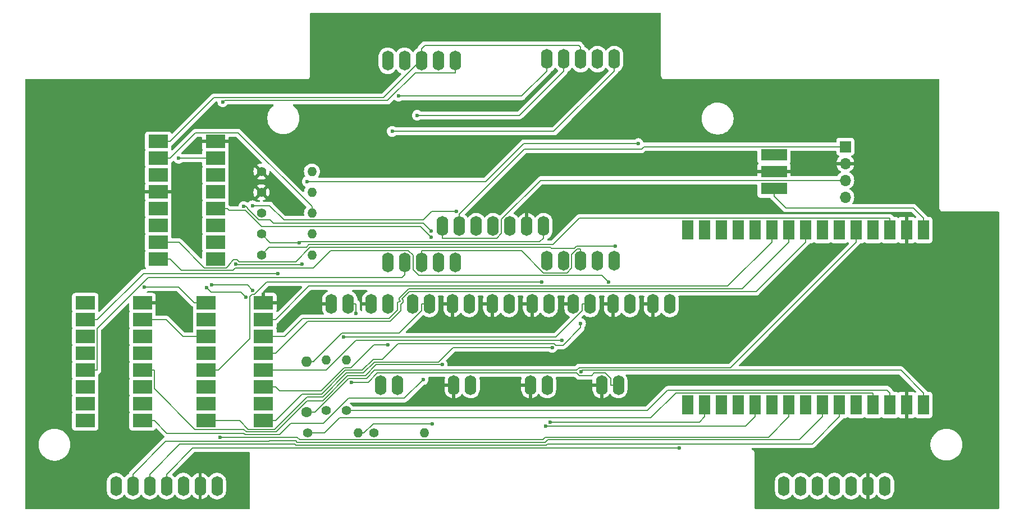
<source format=gbr>
%TF.GenerationSoftware,KiCad,Pcbnew,8.0.1*%
%TF.CreationDate,2024-04-10T11:02:19-04:00*%
%TF.ProjectId,Baja Dashboard Schematic Part 2,42616a61-2044-4617-9368-626f61726420,rev?*%
%TF.SameCoordinates,Original*%
%TF.FileFunction,Copper,L1,Top*%
%TF.FilePolarity,Positive*%
%FSLAX46Y46*%
G04 Gerber Fmt 4.6, Leading zero omitted, Abs format (unit mm)*
G04 Created by KiCad (PCBNEW 8.0.1) date 2024-04-10 11:02:19*
%MOMM*%
%LPD*%
G01*
G04 APERTURE LIST*
%TA.AperFunction,ComponentPad*%
%ADD10O,1.750000X3.000000*%
%TD*%
%TA.AperFunction,ComponentPad*%
%ADD11C,1.400000*%
%TD*%
%TA.AperFunction,ComponentPad*%
%ADD12O,1.400000X1.400000*%
%TD*%
%TA.AperFunction,ComponentPad*%
%ADD13R,1.700000X1.700000*%
%TD*%
%TA.AperFunction,ComponentPad*%
%ADD14O,1.700000X1.700000*%
%TD*%
%TA.AperFunction,ComponentPad*%
%ADD15R,4.000000X1.750000*%
%TD*%
%TA.AperFunction,ComponentPad*%
%ADD16C,1.600000*%
%TD*%
%TA.AperFunction,ComponentPad*%
%ADD17O,1.600000X1.600000*%
%TD*%
%TA.AperFunction,ComponentPad*%
%ADD18R,3.000000X2.000000*%
%TD*%
%TA.AperFunction,ComponentPad*%
%ADD19R,1.700000X3.000000*%
%TD*%
%TA.AperFunction,ViaPad*%
%ADD20C,0.600000*%
%TD*%
%TA.AperFunction,Conductor*%
%ADD21C,0.200000*%
%TD*%
G04 APERTURE END LIST*
D10*
%TO.P,D4,1,K*%
%TO.N,GND*%
X162250000Y-111500000D03*
%TO.P,D4,2,A*%
%TO.N,Net-(D4-A)*%
X164790000Y-111500000D03*
%TD*%
%TO.P,D2,1,K*%
%TO.N,GND*%
X150000000Y-111500000D03*
%TO.P,D2,2,A*%
%TO.N,Net-(D2-A)*%
X152540000Y-111500000D03*
%TD*%
D11*
%TO.P,R10,1*%
%TO.N,Net-(U4-D27)*%
X125000000Y-127620000D03*
D12*
%TO.P,R10,2*%
%TO.N,Net-(D13-A)*%
X125000000Y-120000000D03*
%TD*%
D13*
%TO.P,J1,1,Pin_1*%
%TO.N,Net-(J1-Pin_1)*%
X203250000Y-87750000D03*
D14*
%TO.P,J1,2,Pin_2*%
%TO.N,GND*%
X203250000Y-90290000D03*
%TO.P,J1,3,Pin_3*%
%TO.N,Net-(J1-Pin_3)*%
X203250000Y-92830000D03*
%TO.P,J1,4,Pin_4*%
%TO.N,+12V*%
X203250000Y-95370000D03*
%TD*%
D15*
%TO.P,U8,1,Vin*%
%TO.N,+12V*%
X192500000Y-89000000D03*
%TO.P,U8,2,GND*%
%TO.N,GND*%
X192500000Y-91540000D03*
%TO.P,U8,3,Vout*%
%TO.N,+5V*%
X192500000Y-94080000D03*
%TD*%
D10*
%TO.P,D1,1,K*%
%TO.N,GND*%
X144000000Y-111500000D03*
%TO.P,D1,2,A*%
%TO.N,Net-(D1-A)*%
X146540000Y-111500000D03*
%TD*%
D16*
%TO.P,R5,1*%
%TO.N,Net-(U4-D14)*%
X122000000Y-127810000D03*
D17*
%TO.P,R5,2*%
%TO.N,Net-(D8-A)*%
X122000000Y-120190000D03*
%TD*%
D10*
%TO.P,D6,1,K*%
%TO.N,GND*%
X174250000Y-111500000D03*
%TO.P,D6,2,A*%
%TO.N,Net-(D6-A)*%
X176790000Y-111500000D03*
%TD*%
%TO.P,D13,1,K*%
%TO.N,GND*%
X166500000Y-123750000D03*
%TO.P,D13,2,A*%
%TO.N,Net-(D13-A)*%
X169040000Y-123750000D03*
%TD*%
%TO.P,D9,1,K*%
%TO.N,GND*%
X131750000Y-111500000D03*
%TO.P,D9,2,A*%
%TO.N,Net-(D9-A)*%
X134290000Y-111500000D03*
%TD*%
D11*
%TO.P,R2,1*%
%TO.N,GND*%
X115190000Y-94650000D03*
D12*
%TO.P,R2,2*%
%TO.N,Net-(U2-R-EXT)*%
X122810000Y-94650000D03*
%TD*%
D10*
%TO.P,U5,1,2*%
%TO.N,Net-(U1-~{OUT2})*%
X168410000Y-74520000D03*
%TO.P,U5,2,1*%
%TO.N,Net-(U1-~{OUT1})*%
X165870000Y-74520000D03*
%TO.P,U5,3,GND*%
%TO.N,+5V*%
X163330000Y-74520000D03*
%TO.P,U5,4,6*%
%TO.N,Net-(U1-~{OUT6})*%
X160790000Y-74520000D03*
%TO.P,U5,5,5*%
%TO.N,Net-(U1-~{OUT5})*%
X158250000Y-74520000D03*
%TO.P,U5,6,4*%
%TO.N,Net-(U1-~{OUT4})*%
X158250000Y-105000000D03*
%TO.P,U5,7,7*%
%TO.N,Net-(U1-~{OUT7})*%
X160790000Y-105000000D03*
%TO.P,U5,8,GND*%
%TO.N,+5V*%
X163330000Y-105000000D03*
%TO.P,U5,9,3*%
%TO.N,Net-(U1-~{OUT3})*%
X165870000Y-105000000D03*
%TO.P,U5,10,0*%
%TO.N,Net-(U1-~{OUT0})*%
X168410000Y-105000000D03*
%TD*%
%TO.P,D3,1,K*%
%TO.N,GND*%
X156000000Y-111500000D03*
%TO.P,D3,2,A*%
%TO.N,Net-(D3-A)*%
X158540000Y-111500000D03*
%TD*%
D11*
%TO.P,R3,1*%
%TO.N,GND*%
X115190000Y-97800000D03*
D12*
%TO.P,R3,2*%
%TO.N,Net-(U3-R-EXT)*%
X122810000Y-97800000D03*
%TD*%
D11*
%TO.P,R1,1*%
%TO.N,GND*%
X115190000Y-91500000D03*
D12*
%TO.P,R1,2*%
%TO.N,Net-(U1-R-EXT)*%
X122810000Y-91500000D03*
%TD*%
D10*
%TO.P,D12,1,K*%
%TO.N,GND*%
X155750000Y-123750000D03*
%TO.P,D12,2,A*%
%TO.N,Net-(D12-A)*%
X158290000Y-123750000D03*
%TD*%
%TO.P,D11,1,K*%
%TO.N,GND*%
X144210000Y-123750000D03*
%TO.P,D11,2,A*%
%TO.N,Net-(D11-A)*%
X146750000Y-123750000D03*
%TD*%
D11*
%TO.P,R4,1*%
%TO.N,+3.3V*%
X115190000Y-100950000D03*
D12*
%TO.P,R4,2*%
%TO.N,Net-(D7-A)*%
X122810000Y-100950000D03*
%TD*%
D10*
%TO.P,D8,1,K*%
%TO.N,GND*%
X138000000Y-111500000D03*
%TO.P,D8,2,A*%
%TO.N,Net-(D8-A)*%
X140540000Y-111500000D03*
%TD*%
%TO.P,D7,1,K*%
%TO.N,GND*%
X133210000Y-123750000D03*
%TO.P,D7,2,A*%
%TO.N,Net-(D7-A)*%
X135750000Y-123750000D03*
%TD*%
%TO.P,U6,1,2*%
%TO.N,Net-(U2-~{OUT2})*%
X144410000Y-74770000D03*
%TO.P,U6,2,1*%
%TO.N,Net-(U2-~{OUT1})*%
X141870000Y-74770000D03*
%TO.P,U6,3,GND*%
%TO.N,+5V*%
X139330000Y-74770000D03*
%TO.P,U6,4,6*%
%TO.N,Net-(U2-~{OUT6})*%
X136790000Y-74770000D03*
%TO.P,U6,5,5*%
%TO.N,Net-(U2-~{OUT5})*%
X134250000Y-74770000D03*
%TO.P,U6,6,4*%
%TO.N,Net-(U2-~{OUT4})*%
X134250000Y-105250000D03*
%TO.P,U6,7,7*%
%TO.N,Net-(U2-~{OUT7})*%
X136790000Y-105250000D03*
%TO.P,U6,8,GND*%
%TO.N,+5V*%
X139330000Y-105250000D03*
%TO.P,U6,9,3*%
%TO.N,Net-(U2-~{OUT3})*%
X141870000Y-105250000D03*
%TO.P,U6,10,0*%
%TO.N,Net-(U2-~{OUT0})*%
X144410000Y-105250000D03*
%TD*%
D11*
%TO.P,R6,1*%
%TO.N,Net-(U4-D13)*%
X115190000Y-104100000D03*
D12*
%TO.P,R6,2*%
%TO.N,Net-(D9-A)*%
X122810000Y-104100000D03*
%TD*%
D10*
%TO.P,U8_Left1,1,RST*%
%TO.N,unconnected-(U8_Left1-RST-Pad1)*%
X93260000Y-139000000D03*
%TO.P,U8_Left1,2,ES*%
%TO.N,Net-(U4-TX2)*%
X95800000Y-139000000D03*
%TO.P,U8_Left1,3,DC*%
%TO.N,Net-(U4-RX2)*%
X98340000Y-139000000D03*
%TO.P,U8_Left1,4,SDA*%
%TO.N,Net-(U4-D23)*%
X100880000Y-139000000D03*
%TO.P,U8_Left1,5,SCL*%
%TO.N,Net-(U4-D18)*%
X103420000Y-139000000D03*
%TO.P,U8_Left1,6,GND*%
%TO.N,GND*%
X105960000Y-139000000D03*
%TO.P,U8_Left1,7,VCC*%
%TO.N,+3.3V*%
X108500000Y-139000000D03*
%TD*%
D11*
%TO.P,R9,1*%
%TO.N,Net-(U4-D15)*%
X128000000Y-127620000D03*
D12*
%TO.P,R9,2*%
%TO.N,Net-(D12-A)*%
X128000000Y-120000000D03*
%TD*%
D10*
%TO.P,D10,1,K*%
%TO.N,GND*%
X125750000Y-111500000D03*
%TO.P,D10,2,A*%
%TO.N,Net-(D10-A)*%
X128290000Y-111500000D03*
%TD*%
%TO.P,U7_Right1,1,RST*%
%TO.N,unconnected-(U7_Right1-RST-Pad1)*%
X194000000Y-139000000D03*
%TO.P,U7_Right1,2,ES*%
%TO.N,Net-(U4-D5)*%
X196540000Y-139000000D03*
%TO.P,U7_Right1,3,DC*%
%TO.N,Net-(U4-D4)*%
X199080000Y-139000000D03*
%TO.P,U7_Right1,4,SDA*%
%TO.N,Net-(U4-D23)*%
X201620000Y-139000000D03*
%TO.P,U7_Right1,5,SCL*%
%TO.N,Net-(U4-D18)*%
X204160000Y-139000000D03*
%TO.P,U7_Right1,6,GND*%
%TO.N,GND*%
X206700000Y-139000000D03*
%TO.P,U7_Right1,7,VCC*%
%TO.N,+3.3V*%
X209240000Y-139000000D03*
%TD*%
D11*
%TO.P,R7,1*%
%TO.N,Net-(U4-D12)*%
X132190000Y-131000000D03*
D12*
%TO.P,R7,2*%
%TO.N,Net-(D10-A)*%
X139810000Y-131000000D03*
%TD*%
D10*
%TO.P,D5,1,K*%
%TO.N,GND*%
X168250000Y-111500000D03*
%TO.P,D5,2,A*%
%TO.N,Net-(D5-A)*%
X170790000Y-111500000D03*
%TD*%
D11*
%TO.P,R8,1*%
%TO.N,Net-(U4-D2)*%
X122190000Y-131000000D03*
D12*
%TO.P,R8,2*%
%TO.N,Net-(D11-A)*%
X129810000Y-131000000D03*
%TD*%
D18*
%TO.P,U2,1,GND*%
%TO.N,GND*%
X97250000Y-111340000D03*
%TO.P,U2,2,SDI*%
%TO.N,Net-(U1-SDO)*%
X97250000Y-113880000D03*
%TO.P,U2,3,CLK*%
%TO.N,Net-(U1-CLK)*%
X97250000Y-116420000D03*
%TO.P,U2,4,LE(ED1)*%
%TO.N,Net-(U1-LE(ED1))*%
X97250000Y-118960000D03*
%TO.P,U2,5,~{OUT0}*%
%TO.N,Net-(U2-~{OUT0})*%
X97250000Y-121500000D03*
%TO.P,U2,6,~{OUT1}*%
%TO.N,Net-(U2-~{OUT1})*%
X97250000Y-124040000D03*
%TO.P,U2,7,~{OUT2}*%
%TO.N,Net-(U2-~{OUT2})*%
X97250000Y-126580000D03*
%TO.P,U2,8,~{OUT3}*%
%TO.N,Net-(U2-~{OUT3})*%
X97250000Y-129120000D03*
%TO.P,U2,9,~{OUT4}*%
%TO.N,Net-(U2-~{OUT4})*%
X88630000Y-129120000D03*
%TO.P,U2,10,~{OUT5}*%
%TO.N,Net-(U2-~{OUT5})*%
X88630000Y-126580000D03*
%TO.P,U2,11,~{OUT6}*%
%TO.N,Net-(U2-~{OUT6})*%
X88630000Y-124040000D03*
%TO.P,U2,12,~{OUT7}*%
%TO.N,Net-(U2-~{OUT7})*%
X88630000Y-121500000D03*
%TO.P,U2,13,~{OE}(ED2)*%
%TO.N,Net-(U1-~{OE}(ED2))*%
X88630000Y-118960000D03*
%TO.P,U2,14,SDO*%
%TO.N,Net-(U2-SDO)*%
X88630000Y-116420000D03*
%TO.P,U2,15,R-EXT*%
%TO.N,Net-(U2-R-EXT)*%
X88630000Y-113880000D03*
%TO.P,U2,16,VDD*%
%TO.N,+5V*%
X88630000Y-111340000D03*
%TD*%
D19*
%TO.P,U4,1,3V3*%
%TO.N,+3.3V*%
X215060000Y-126750000D03*
%TO.P,U4,2,GND*%
%TO.N,GND*%
X212520000Y-126750000D03*
%TO.P,U4,3,D15*%
%TO.N,Net-(U4-D15)*%
X209980000Y-126750000D03*
%TO.P,U4,4,D2*%
%TO.N,Net-(U4-D2)*%
X207440000Y-126750000D03*
%TO.P,U4,5,D4*%
%TO.N,Net-(U4-D4)*%
X204900000Y-126750000D03*
%TO.P,U4,6,RX2*%
%TO.N,Net-(U4-RX2)*%
X202360000Y-126750000D03*
%TO.P,U4,7,TX2*%
%TO.N,Net-(U4-TX2)*%
X199820000Y-126750000D03*
%TO.P,U4,8,D5*%
%TO.N,Net-(U4-D5)*%
X197280000Y-126750000D03*
%TO.P,U4,9,D18*%
%TO.N,Net-(U4-D18)*%
X194740000Y-126750000D03*
%TO.P,U4,10,D19*%
%TO.N,unconnected-(U4-D19-Pad10)*%
X192200000Y-126750000D03*
%TO.P,U4,11,D21*%
%TO.N,Net-(U4-D21)*%
X189660000Y-126750000D03*
%TO.P,U4,12,RX0*%
%TO.N,unconnected-(U4-RX0-Pad12)*%
X187120000Y-126750000D03*
%TO.P,U4,13,TX0*%
%TO.N,unconnected-(U4-TX0-Pad13)*%
X184580000Y-126750000D03*
%TO.P,U4,14,D22*%
%TO.N,Net-(U4-D22)*%
X182040000Y-126750000D03*
%TO.P,U4,15,D23*%
%TO.N,Net-(U4-D23)*%
X179500000Y-126750000D03*
%TO.P,U4,16,EN*%
%TO.N,unconnected-(U4-EN-Pad16)*%
X179500000Y-100350000D03*
%TO.P,U4,17,UP*%
%TO.N,unconnected-(U4-UP-Pad17)*%
X182040000Y-100350000D03*
%TO.P,U4,18,UN*%
%TO.N,unconnected-(U4-UN-Pad18)*%
X184580000Y-100350000D03*
%TO.P,U4,19,D34*%
%TO.N,unconnected-(U4-D34-Pad19)*%
X187120000Y-100350000D03*
%TO.P,U4,20,D35*%
%TO.N,unconnected-(U4-D35-Pad20)*%
X189660000Y-100350000D03*
%TO.P,U4,21,D32*%
%TO.N,Net-(U1-SDI)*%
X192200000Y-100350000D03*
%TO.P,U4,22,D33*%
%TO.N,Net-(U1-CLK)*%
X194740000Y-100350000D03*
%TO.P,U4,23,D25*%
%TO.N,Net-(U1-LE(ED1))*%
X197280000Y-100350000D03*
%TO.P,U4,24,D26*%
%TO.N,Net-(U1-~{OE}(ED2))*%
X199820000Y-100350000D03*
%TO.P,U4,25,D27*%
%TO.N,Net-(U4-D27)*%
X202360000Y-100350000D03*
%TO.P,U4,26,D14*%
%TO.N,Net-(U4-D14)*%
X204900000Y-100350000D03*
%TO.P,U4,27,D12*%
%TO.N,Net-(U4-D12)*%
X207440000Y-100350000D03*
%TO.P,U4,28,D13*%
%TO.N,Net-(U4-D13)*%
X209980000Y-100350000D03*
%TO.P,U4,29,GND*%
%TO.N,GND*%
X212520000Y-100350000D03*
%TO.P,U4,30,VIN*%
%TO.N,+5V*%
X215060000Y-100350000D03*
%TD*%
D10*
%TO.P,U7,1,Vcc*%
%TO.N,+3.3V*%
X157750000Y-99750000D03*
%TO.P,U7,2,GND(Logic)*%
%TO.N,GND*%
X155210000Y-99750000D03*
%TO.P,U7,3,RX*%
%TO.N,Net-(U4-D22)*%
X152670000Y-99750000D03*
%TO.P,U7,4,TX*%
%TO.N,Net-(U4-D21)*%
X150130000Y-99750000D03*
%TO.P,U7,5,SLNT*%
%TO.N,unconnected-(U7-SLNT-Pad5)*%
X147590000Y-99750000D03*
%TO.P,U7,6,CANH*%
%TO.N,Net-(J1-Pin_1)*%
X145050000Y-99750000D03*
%TO.P,U7,7,CANL*%
%TO.N,Net-(J1-Pin_3)*%
X142510000Y-99750000D03*
%TD*%
D18*
%TO.P,U3,1,GND*%
%TO.N,GND*%
X108250000Y-86960000D03*
%TO.P,U3,2,SDI*%
%TO.N,Net-(U2-SDO)*%
X108250000Y-89500000D03*
%TO.P,U3,3,CLK*%
%TO.N,Net-(U1-CLK)*%
X108250000Y-92040000D03*
%TO.P,U3,4,LE(ED1)*%
%TO.N,Net-(U1-LE(ED1))*%
X108250000Y-94580000D03*
%TO.P,U3,5,~{OUT0}*%
%TO.N,Net-(D1-A)*%
X108250000Y-97120000D03*
%TO.P,U3,6,~{OUT1}*%
%TO.N,Net-(D2-A)*%
X108250000Y-99660000D03*
%TO.P,U3,7,~{OUT2}*%
%TO.N,Net-(D3-A)*%
X108250000Y-102200000D03*
%TO.P,U3,8,~{OUT3}*%
%TO.N,Net-(D4-A)*%
X108250000Y-104740000D03*
%TO.P,U3,9,~{OUT4}*%
%TO.N,Net-(D5-A)*%
X99630000Y-104740000D03*
%TO.P,U3,10,~{OUT5}*%
%TO.N,Net-(D6-A)*%
X99630000Y-102200000D03*
%TO.P,U3,11,~{OUT6}*%
%TO.N,unconnected-(U3-~{OUT6}-Pad11)*%
X99630000Y-99660000D03*
%TO.P,U3,12,~{OUT7}*%
%TO.N,unconnected-(U3-~{OUT7}-Pad12)*%
X99630000Y-97120000D03*
%TO.P,U3,13,~{OE}(ED2)*%
%TO.N,GND*%
X99630000Y-94580000D03*
%TO.P,U3,14,SDO*%
%TO.N,unconnected-(U3-SDO-Pad14)*%
X99630000Y-92040000D03*
%TO.P,U3,15,R-EXT*%
%TO.N,Net-(U3-R-EXT)*%
X99630000Y-89500000D03*
%TO.P,U3,16,VDD*%
%TO.N,+5V*%
X99630000Y-86960000D03*
%TD*%
%TO.P,U1,1,GND*%
%TO.N,GND*%
X115500000Y-111340000D03*
%TO.P,U1,2,SDI*%
%TO.N,Net-(U1-SDI)*%
X115500000Y-113880000D03*
%TO.P,U1,3,CLK*%
%TO.N,Net-(U1-CLK)*%
X115500000Y-116420000D03*
%TO.P,U1,4,LE(ED1)*%
%TO.N,Net-(U1-LE(ED1))*%
X115500000Y-118960000D03*
%TO.P,U1,5,~{OUT0}*%
%TO.N,Net-(U1-~{OUT0})*%
X115500000Y-121500000D03*
%TO.P,U1,6,~{OUT1}*%
%TO.N,Net-(U1-~{OUT1})*%
X115500000Y-124040000D03*
%TO.P,U1,7,~{OUT2}*%
%TO.N,Net-(U1-~{OUT2})*%
X115500000Y-126580000D03*
%TO.P,U1,8,~{OUT3}*%
%TO.N,Net-(U1-~{OUT3})*%
X115500000Y-129120000D03*
%TO.P,U1,9,~{OUT4}*%
%TO.N,Net-(U1-~{OUT4})*%
X106880000Y-129120000D03*
%TO.P,U1,10,~{OUT5}*%
%TO.N,Net-(U1-~{OUT5})*%
X106880000Y-126580000D03*
%TO.P,U1,11,~{OUT6}*%
%TO.N,Net-(U1-~{OUT6})*%
X106880000Y-124040000D03*
%TO.P,U1,12,~{OUT7}*%
%TO.N,Net-(U1-~{OUT7})*%
X106880000Y-121500000D03*
%TO.P,U1,13,~{OE}(ED2)*%
%TO.N,Net-(U1-~{OE}(ED2))*%
X106880000Y-118960000D03*
%TO.P,U1,14,SDO*%
%TO.N,Net-(U1-SDO)*%
X106880000Y-116420000D03*
%TO.P,U1,15,R-EXT*%
%TO.N,Net-(U1-R-EXT)*%
X106880000Y-113880000D03*
%TO.P,U1,16,VDD*%
%TO.N,+5V*%
X106880000Y-111340000D03*
%TD*%
D20*
%TO.N,Net-(U4-D22)*%
X158760800Y-129317900D03*
%TO.N,Net-(U4-D18)*%
X108991400Y-131626900D03*
%TO.N,Net-(U4-D21)*%
X158108700Y-129962000D03*
%TO.N,Net-(U4-D23)*%
X178194000Y-133279900D03*
%TO.N,Net-(U2-~{OUT3})*%
X139577200Y-122917200D03*
%TO.N,Net-(U1-~{OUT7})*%
X157468200Y-108211400D03*
%TO.N,Net-(U2-SDO)*%
X102712000Y-89500000D03*
%TO.N,Net-(U2-~{OUT2})*%
X109377700Y-80972400D03*
%TO.N,Net-(U2-~{OUT0})*%
X142476900Y-120664000D03*
%TO.N,Net-(U1-~{OUT0})*%
X160538300Y-117023800D03*
%TO.N,Net-(U1-~{OUT5})*%
X135862900Y-80118500D03*
%TO.N,Net-(U1-LE(ED1))*%
X112868100Y-110476100D03*
X106939000Y-109034800D03*
%TO.N,Net-(U1-~{OE}(ED2))*%
X172008500Y-87274900D03*
X122116300Y-93009700D03*
%TO.N,Net-(U1-~{OUT4})*%
X159047100Y-118076900D03*
%TO.N,Net-(U1-~{OUT3})*%
X163327800Y-114430600D03*
%TO.N,Net-(U1-~{OUT6})*%
X138705000Y-83018600D03*
%TO.N,Net-(U1-CLK)*%
X107706900Y-108633100D03*
X113910800Y-109433400D03*
%TO.N,Net-(U1-~{OUT2})*%
X134921000Y-85442000D03*
%TO.N,+5V*%
X97542800Y-108930400D03*
%TO.N,Net-(U1-~{OUT1})*%
X134302400Y-117636400D03*
%TO.N,+3.3V*%
X120898300Y-102276800D03*
X163374000Y-121725000D03*
%TO.N,Net-(U2-R-EXT)*%
X117667300Y-106883800D03*
%TO.N,Net-(D13-A)*%
X128808400Y-123330300D03*
%TO.N,Net-(D11-A)*%
X140929200Y-129570800D03*
%TO.N,Net-(D10-A)*%
X129466700Y-112909200D03*
%TO.N,Net-(D6-A)*%
X168554700Y-102746900D03*
%TO.N,Net-(D5-A)*%
X167534800Y-108191400D03*
%TO.N,Net-(D4-A)*%
X111326400Y-105465000D03*
X121344300Y-105475900D03*
X127619800Y-116495400D03*
%TO.N,Net-(D3-A)*%
X113847000Y-96659200D03*
X144578700Y-97546500D03*
%TO.N,Net-(D2-A)*%
X112525500Y-96771300D03*
X140807500Y-100524500D03*
%TO.N,Net-(D1-A)*%
X140809700Y-101452600D03*
%TD*%
D21*
%TO.N,Net-(U4-D22)*%
X182040000Y-126250000D02*
X182040000Y-128551700D01*
X181273800Y-129317900D02*
X158760800Y-129317900D01*
X182040000Y-128551700D02*
X181273800Y-129317900D01*
%TO.N,Net-(U4-D18)*%
X194740000Y-126250000D02*
X194740000Y-128551700D01*
X120587000Y-131626900D02*
X108991400Y-131626900D01*
X120961800Y-132001700D02*
X120587000Y-131626900D01*
X157616600Y-132001700D02*
X120961800Y-132001700D01*
X158016800Y-131601500D02*
X157616600Y-132001700D01*
X191690200Y-131601500D02*
X158016800Y-131601500D01*
X194740000Y-128551700D02*
X191690200Y-131601500D01*
%TO.N,Net-(U4-D21)*%
X189660000Y-126250000D02*
X189660000Y-128551700D01*
X188249700Y-129962000D02*
X158108700Y-129962000D01*
X189660000Y-128551700D02*
X188249700Y-129962000D01*
%TO.N,Net-(U4-D23)*%
X104798400Y-133279900D02*
X100880000Y-137198300D01*
X178194000Y-133279900D02*
X104798400Y-133279900D01*
X100880000Y-139000000D02*
X100880000Y-137198300D01*
%TO.N,Net-(U4-RX2)*%
X202360000Y-126250000D02*
X202360000Y-128551700D01*
X98340000Y-139000000D02*
X98340000Y-137198300D01*
X198275600Y-132636100D02*
X202360000Y-128551700D01*
X158318400Y-132636100D02*
X198275600Y-132636100D01*
X158149400Y-132805100D02*
X158318400Y-132636100D01*
X120429300Y-132805100D02*
X158149400Y-132805100D01*
X120260300Y-132636100D02*
X120429300Y-132805100D01*
X116480600Y-132636100D02*
X120260300Y-132636100D01*
X116474100Y-132642600D02*
X116480600Y-132636100D01*
X102895700Y-132642600D02*
X116474100Y-132642600D01*
X98340000Y-137198300D02*
X102895700Y-132642600D01*
%TO.N,Net-(U4-TX2)*%
X199820000Y-126250000D02*
X199820000Y-128551700D01*
X95800000Y-139000000D02*
X95800000Y-137198300D01*
X196368500Y-132003200D02*
X199820000Y-128551700D01*
X158383300Y-132003200D02*
X196368500Y-132003200D01*
X157983100Y-132403400D02*
X158383300Y-132003200D01*
X120595600Y-132403400D02*
X157983100Y-132403400D01*
X120373300Y-132181100D02*
X120595600Y-132403400D01*
X116367600Y-132181100D02*
X120373300Y-132181100D01*
X116307800Y-132240900D02*
X116367600Y-132181100D01*
X100757400Y-132240900D02*
X116307800Y-132240900D01*
X95800000Y-137198300D02*
X100757400Y-132240900D01*
%TO.N,Net-(U2-~{OUT3})*%
X96750000Y-129120000D02*
X99051700Y-129120000D01*
X136740700Y-125753700D02*
X139577200Y-122917200D01*
X128310700Y-125753700D02*
X136740700Y-125753700D01*
X124509300Y-129555100D02*
X128310700Y-125753700D01*
X119588200Y-129555100D02*
X124509300Y-129555100D01*
X117918100Y-131225200D02*
X119588200Y-129555100D01*
X112758000Y-131225200D02*
X117918100Y-131225200D01*
X112556200Y-131023400D02*
X112758000Y-131225200D01*
X100955100Y-131023400D02*
X112556200Y-131023400D01*
X99051700Y-129120000D02*
X100955100Y-131023400D01*
%TO.N,Net-(U1-~{OUT7})*%
X107380000Y-121500000D02*
X108681700Y-121500000D01*
X115983600Y-108211400D02*
X157468200Y-108211400D01*
X115983600Y-108211500D02*
X115983600Y-108211400D01*
X114160000Y-110035100D02*
X115983600Y-108211500D01*
X113808600Y-110035100D02*
X114160000Y-110035100D01*
X113469800Y-110373900D02*
X113808600Y-110035100D01*
X113469800Y-116711900D02*
X113469800Y-110373900D01*
X108681700Y-121500000D02*
X113469800Y-116711900D01*
%TO.N,Net-(U2-SDO)*%
X107750000Y-89500000D02*
X102712000Y-89500000D01*
%TO.N,Net-(U2-~{OUT7})*%
X89130000Y-121500000D02*
X90431700Y-121500000D01*
X136790000Y-105250000D02*
X136790000Y-107051700D01*
X90431700Y-115190700D02*
X90431700Y-121500000D01*
X98136900Y-107485500D02*
X90431700Y-115190700D01*
X136356200Y-107485500D02*
X98136900Y-107485500D01*
X136790000Y-107051700D02*
X136356200Y-107485500D01*
%TO.N,Net-(U2-~{OUT2})*%
X144410000Y-74770000D02*
X144410000Y-76571700D01*
X138410700Y-76571700D02*
X144410000Y-76571700D01*
X134231800Y-80750600D02*
X138410700Y-76571700D01*
X109599500Y-80750600D02*
X134231800Y-80750600D01*
X109377700Y-80972400D02*
X109599500Y-80750600D01*
%TO.N,Net-(U2-~{OUT0})*%
X96750000Y-121500000D02*
X99051700Y-121500000D01*
X132515700Y-120664000D02*
X142476900Y-120664000D01*
X130852900Y-122326800D02*
X132515700Y-120664000D01*
X128189400Y-122326800D02*
X130852900Y-122326800D01*
X124416200Y-126100000D02*
X128189400Y-122326800D01*
X122120200Y-126100000D02*
X124416200Y-126100000D01*
X117396700Y-130823500D02*
X122120200Y-126100000D01*
X112924300Y-130823500D02*
X117396700Y-130823500D01*
X112522600Y-130421800D02*
X112924300Y-130823500D01*
X105189200Y-130421800D02*
X112522600Y-130421800D01*
X99051700Y-124284300D02*
X105189200Y-130421800D01*
X99051700Y-121500000D02*
X99051700Y-124284300D01*
%TO.N,Net-(U1-SDI)*%
X192200000Y-100850000D02*
X192200000Y-102151700D01*
X115000000Y-113880000D02*
X117301700Y-113880000D01*
X185538600Y-108813100D02*
X192200000Y-102151700D01*
X122368600Y-108813100D02*
X185538600Y-108813100D01*
X117301700Y-113880000D02*
X122368600Y-108813100D01*
%TO.N,Net-(U1-~{OUT0})*%
X129408900Y-117023800D02*
X160538300Y-117023800D01*
X124932700Y-121500000D02*
X129408900Y-117023800D01*
X115000000Y-121500000D02*
X124932700Y-121500000D01*
%TO.N,Net-(U1-~{OUT5})*%
X158250000Y-74520000D02*
X158250000Y-76321700D01*
X154453200Y-80118500D02*
X135862900Y-80118500D01*
X158250000Y-76321700D02*
X154453200Y-80118500D01*
%TO.N,Net-(U1-LE(ED1))*%
X197280000Y-100850000D02*
X197280000Y-102151700D01*
X115000000Y-118960000D02*
X117301700Y-118960000D01*
X189780800Y-109650900D02*
X197280000Y-102151700D01*
X137533700Y-109650900D02*
X189780800Y-109650900D01*
X136430100Y-110754500D02*
X137533700Y-109650900D01*
X136430100Y-110754600D02*
X136430100Y-110754500D01*
X136546700Y-110871200D02*
X136430100Y-110754600D01*
X136546700Y-111203800D02*
X136546700Y-110871200D01*
X136193900Y-111556600D02*
X136546700Y-111203800D01*
X136193800Y-111556600D02*
X136193900Y-111556600D01*
X136193800Y-112546600D02*
X136193800Y-111556600D01*
X134624500Y-114115900D02*
X136193800Y-112546600D01*
X122145800Y-114115900D02*
X134624500Y-114115900D01*
X117301700Y-118960000D02*
X122145800Y-114115900D01*
X112079000Y-109687000D02*
X112868100Y-110476100D01*
X107591200Y-109687000D02*
X112079000Y-109687000D01*
X106939000Y-109034800D02*
X107591200Y-109687000D01*
%TO.N,Net-(U1-~{OE}(ED2))*%
X149022200Y-93009700D02*
X122116300Y-93009700D01*
X154757000Y-87274900D02*
X149022200Y-93009700D01*
X172008500Y-87274900D02*
X154757000Y-87274900D01*
%TO.N,Net-(U1-~{OUT4})*%
X144098900Y-118076900D02*
X159047100Y-118076900D01*
X141913500Y-120262300D02*
X144098900Y-118076900D01*
X132244500Y-120262300D02*
X141913500Y-120262300D01*
X130581700Y-121925100D02*
X132244500Y-120262300D01*
X128023100Y-121925100D02*
X130581700Y-121925100D01*
X124434400Y-125513800D02*
X128023100Y-121925100D01*
X122100100Y-125513800D02*
X124434400Y-125513800D01*
X117192100Y-130421800D02*
X122100100Y-125513800D01*
X113190500Y-130421800D02*
X117192100Y-130421800D01*
X111888700Y-129120000D02*
X113190500Y-130421800D01*
X107380000Y-129120000D02*
X111888700Y-129120000D01*
%TO.N,Net-(U1-~{OUT3})*%
X121309600Y-125112100D02*
X117301700Y-129120000D01*
X124268100Y-125112100D02*
X121309600Y-125112100D01*
X127856800Y-121523400D02*
X124268100Y-125112100D01*
X130415400Y-121523400D02*
X127856800Y-121523400D01*
X132078200Y-119860600D02*
X130415400Y-121523400D01*
X133422000Y-119860600D02*
X132078200Y-119860600D01*
X135807400Y-117475200D02*
X133422000Y-119860600D01*
X159296300Y-117475200D02*
X135807400Y-117475200D01*
X159554500Y-117733400D02*
X159296300Y-117475200D01*
X160681900Y-117733400D02*
X159554500Y-117733400D01*
X163327800Y-115087500D02*
X160681900Y-117733400D01*
X163327800Y-114430600D02*
X163327800Y-115087500D01*
X115000000Y-129120000D02*
X117301700Y-129120000D01*
%TO.N,Net-(U1-~{OUT6})*%
X160790000Y-74520000D02*
X160790000Y-76321700D01*
X154093100Y-83018600D02*
X160790000Y-76321700D01*
X138705000Y-83018600D02*
X154093100Y-83018600D01*
%TO.N,Net-(U1-CLK)*%
X194740000Y-100850000D02*
X194740000Y-102151700D01*
X187676900Y-109214800D02*
X194740000Y-102151700D01*
X137401800Y-109214800D02*
X187676900Y-109214800D01*
X136003600Y-110613000D02*
X137401800Y-109214800D01*
X136003600Y-110896100D02*
X136003600Y-110613000D01*
X136103700Y-110996200D02*
X136003600Y-110896100D01*
X136103700Y-111078800D02*
X136103700Y-110996200D01*
X136027600Y-111154900D02*
X136103700Y-111078800D01*
X135886200Y-111154900D02*
X136027600Y-111154900D01*
X135753000Y-111288100D02*
X135886200Y-111154900D01*
X135753000Y-112419400D02*
X135753000Y-111288100D01*
X134458200Y-113714200D02*
X135753000Y-112419400D01*
X121390100Y-113714200D02*
X134458200Y-113714200D01*
X118684300Y-116420000D02*
X121390100Y-113714200D01*
X115000000Y-116420000D02*
X118684300Y-116420000D01*
X113110500Y-108633100D02*
X113910800Y-109433400D01*
X107706900Y-108633100D02*
X113110500Y-108633100D01*
%TO.N,Net-(U1-~{OUT2})*%
X168410000Y-74520000D02*
X168410000Y-76321700D01*
X159289700Y-85442000D02*
X134921000Y-85442000D01*
X168410000Y-76321700D02*
X159289700Y-85442000D01*
%TO.N,+5V*%
X215060000Y-100850000D02*
X215060000Y-98548300D01*
X192500000Y-94080000D02*
X192500000Y-95256700D01*
X163330000Y-74520000D02*
X163330000Y-72718300D01*
X163330000Y-105000000D02*
X163330000Y-103198300D01*
X139330000Y-105250000D02*
X139330000Y-103448300D01*
X194265100Y-97021800D02*
X192500000Y-95256700D01*
X213533500Y-97021800D02*
X194265100Y-97021800D01*
X215060000Y-98548300D02*
X213533500Y-97021800D01*
X139330000Y-74501900D02*
X139330000Y-72968300D01*
X139330000Y-74501900D02*
X139330000Y-74516900D01*
X139330000Y-74770000D02*
X139330000Y-74516900D01*
X100130000Y-86960000D02*
X101431700Y-86960000D01*
X102668700Y-108930400D02*
X97542800Y-108930400D01*
X105078300Y-111340000D02*
X102668700Y-108930400D01*
X107380000Y-111340000D02*
X105078300Y-111340000D01*
X139831100Y-72467200D02*
X139330000Y-72968300D01*
X163078900Y-72467200D02*
X139831100Y-72467200D01*
X163330000Y-72718300D02*
X163078900Y-72467200D01*
X162824100Y-103198300D02*
X163330000Y-103198300D01*
X161966700Y-104055700D02*
X162824100Y-103198300D01*
X161966700Y-106112400D02*
X161966700Y-104055700D01*
X161277400Y-106801700D02*
X161966700Y-106112400D01*
X157762600Y-106801700D02*
X161277400Y-106801700D01*
X154409200Y-103448300D02*
X157762600Y-106801700D01*
X139330000Y-103448300D02*
X154409200Y-103448300D01*
X108042800Y-80348900D02*
X101431700Y-86960000D01*
X133586000Y-80348900D02*
X108042800Y-80348900D01*
X139330000Y-74604900D02*
X133586000Y-80348900D01*
X139330000Y-74516900D02*
X139330000Y-74604900D01*
%TO.N,Net-(U1-SDO)*%
X100867700Y-113880000D02*
X96750000Y-113880000D01*
X103407700Y-116420000D02*
X100867700Y-113880000D01*
X107380000Y-116420000D02*
X103407700Y-116420000D01*
%TO.N,Net-(U1-~{OUT1})*%
X115000000Y-124040000D02*
X117301700Y-124040000D01*
X117910600Y-124648900D02*
X117301700Y-124040000D01*
X124163300Y-124648900D02*
X117910600Y-124648900D01*
X127690500Y-121121700D02*
X124163300Y-124648900D01*
X128705400Y-121121700D02*
X127690500Y-121121700D01*
X132190700Y-117636400D02*
X128705400Y-121121700D01*
X134302400Y-117636400D02*
X132190700Y-117636400D01*
%TO.N,Net-(U4-D15)*%
X209527900Y-124496200D02*
X209980000Y-124948300D01*
X176477900Y-124496200D02*
X209527900Y-124496200D01*
X173354100Y-127620000D02*
X176477900Y-124496200D01*
X128000000Y-127620000D02*
X173354100Y-127620000D01*
X209980000Y-126250000D02*
X209980000Y-124948300D01*
%TO.N,Net-(U4-D2)*%
X207440000Y-126250000D02*
X207440000Y-124948300D01*
X177693800Y-124948300D02*
X207440000Y-124948300D01*
X173925900Y-128716200D02*
X177693800Y-124948300D01*
X126954300Y-128716200D02*
X173925900Y-128716200D01*
X124670500Y-131000000D02*
X126954300Y-128716200D01*
X122190000Y-131000000D02*
X124670500Y-131000000D01*
%TO.N,Net-(U4-D13)*%
X209980000Y-100850000D02*
X209980000Y-98548300D01*
X116356400Y-102933600D02*
X115190000Y-104100000D01*
X121960300Y-102933600D02*
X116356400Y-102933600D01*
X122360500Y-102533400D02*
X121960300Y-102933600D01*
X159189900Y-102533400D02*
X122360500Y-102533400D01*
X163175000Y-98548300D02*
X159189900Y-102533400D01*
X209980000Y-98548300D02*
X163175000Y-98548300D01*
%TO.N,Net-(U4-D14)*%
X204900000Y-100850000D02*
X204900000Y-102151700D01*
X123274200Y-127810000D02*
X122000000Y-127810000D01*
X128355700Y-122728500D02*
X123274200Y-127810000D01*
X131019300Y-122728500D02*
X128355700Y-122728500D01*
X132224400Y-121523400D02*
X131019300Y-122728500D01*
X162724900Y-121523400D02*
X132224400Y-121523400D01*
X162724900Y-121523300D02*
X162724900Y-121523400D01*
X163126500Y-121121700D02*
X162724900Y-121523300D01*
X185930000Y-121121700D02*
X163126500Y-121121700D01*
X204900000Y-102151700D02*
X185930000Y-121121700D01*
%TO.N,+3.3V*%
X211635100Y-121523400D02*
X215060000Y-124948300D01*
X163575600Y-121523400D02*
X211635100Y-121523400D01*
X163374000Y-121725000D02*
X163575600Y-121523400D01*
X215060000Y-126250000D02*
X215060000Y-124948300D01*
X116516800Y-102276800D02*
X120898300Y-102276800D01*
X115190000Y-100950000D02*
X116516800Y-102276800D01*
X121043400Y-102131700D02*
X120898300Y-102276800D01*
X157170000Y-102131700D02*
X121043400Y-102131700D01*
X157750000Y-101551700D02*
X157170000Y-102131700D01*
X157750000Y-99750000D02*
X157750000Y-101551700D01*
%TO.N,Net-(U3-R-EXT)*%
X100130000Y-89500000D02*
X101431700Y-89500000D01*
X122810000Y-97800000D02*
X122810000Y-96798300D01*
X105273400Y-85658300D02*
X101431700Y-89500000D01*
X111670000Y-85658300D02*
X105273400Y-85658300D01*
X122810000Y-96798300D02*
X111670000Y-85658300D01*
%TO.N,Net-(U2-R-EXT)*%
X89130000Y-113880000D02*
X90431700Y-113880000D01*
X97427900Y-106883800D02*
X117667300Y-106883800D01*
X90431700Y-113880000D02*
X97427900Y-106883800D01*
%TO.N,Net-(J1-Pin_1)*%
X145050000Y-99750000D02*
X145050000Y-97948300D01*
X172899200Y-87750000D02*
X203250000Y-87750000D01*
X172515100Y-88134100D02*
X172899200Y-87750000D01*
X154864200Y-88134100D02*
X172515100Y-88134100D01*
X145050000Y-97948300D02*
X154864200Y-88134100D01*
%TO.N,Net-(J1-Pin_3)*%
X150692800Y-101551700D02*
X142510000Y-101551700D01*
X151400000Y-100844500D02*
X150692800Y-101551700D01*
X151400000Y-98727500D02*
X151400000Y-100844500D01*
X157297500Y-92830000D02*
X151400000Y-98727500D01*
X203250000Y-92830000D02*
X157297500Y-92830000D01*
X142510000Y-99750000D02*
X142510000Y-101551700D01*
%TO.N,Net-(D13-A)*%
X169040000Y-123750000D02*
X167863300Y-123750000D01*
X167863300Y-122776500D02*
X167863300Y-123750000D01*
X167013400Y-121926600D02*
X167863300Y-122776500D01*
X165375700Y-121926600D02*
X167013400Y-121926600D01*
X164975600Y-122326700D02*
X165375700Y-121926600D01*
X163124900Y-122326700D02*
X164975600Y-122326700D01*
X162724800Y-121926600D02*
X163124900Y-122326700D01*
X132694300Y-121926600D02*
X162724800Y-121926600D01*
X131290600Y-123330300D02*
X132694300Y-121926600D01*
X128808400Y-123330300D02*
X131290600Y-123330300D01*
%TO.N,Net-(D11-A)*%
X129810000Y-131000000D02*
X130645400Y-131000000D01*
X132074600Y-129570800D02*
X130645400Y-131000000D01*
X140929200Y-129570800D02*
X132074600Y-129570800D01*
%TO.N,Net-(D10-A)*%
X128290000Y-111500000D02*
X129466700Y-111500000D01*
X129466700Y-112909200D02*
X129466700Y-111500000D01*
%TO.N,Net-(D8-A)*%
X122000000Y-120190000D02*
X123101700Y-120190000D01*
X140540000Y-111500000D02*
X139363300Y-111500000D01*
X123101700Y-120162700D02*
X123101700Y-120190000D01*
X127370700Y-115893700D02*
X123101700Y-120162700D01*
X135943100Y-115893700D02*
X127370700Y-115893700D01*
X139363300Y-112473500D02*
X135943100Y-115893700D01*
X139363300Y-111500000D02*
X139363300Y-112473500D01*
%TO.N,Net-(D6-A)*%
X102783400Y-102200000D02*
X100130000Y-102200000D01*
X102783400Y-102200100D02*
X102783400Y-102200000D01*
X106625000Y-106041700D02*
X102783400Y-102200100D01*
X109903900Y-106041700D02*
X106625000Y-106041700D01*
X110286900Y-105658700D02*
X109903900Y-106041700D01*
X110286900Y-105530900D02*
X110286900Y-105658700D01*
X111015900Y-104801900D02*
X110286900Y-105530900D01*
X111514200Y-104801900D02*
X111015900Y-104801900D01*
X111814000Y-105101700D02*
X111514200Y-104801900D01*
X120360200Y-105101700D02*
X111814000Y-105101700D01*
X122526800Y-102935100D02*
X120360200Y-105101700D01*
X158788400Y-102935100D02*
X122526800Y-102935100D01*
X158929700Y-103076400D02*
X158788400Y-102935100D01*
X162378000Y-103076400D02*
X158929700Y-103076400D01*
X162707500Y-102746900D02*
X162378000Y-103076400D01*
X168554700Y-102746900D02*
X162707500Y-102746900D01*
%TO.N,Net-(D5-A)*%
X100130000Y-104740000D02*
X101431700Y-104740000D01*
X166546800Y-107203400D02*
X167534800Y-108191400D01*
X138937700Y-107203400D02*
X166546800Y-107203400D01*
X138060000Y-106325700D02*
X138937700Y-107203400D01*
X138060000Y-104152200D02*
X138060000Y-106325700D01*
X137348700Y-103440900D02*
X138060000Y-104152200D01*
X125611800Y-103440900D02*
X137348700Y-103440900D01*
X122975100Y-106077600D02*
X125611800Y-103440900D01*
X111286300Y-106077600D02*
X122975100Y-106077600D01*
X110910000Y-106453900D02*
X111286300Y-106077600D01*
X103145600Y-106453900D02*
X110910000Y-106453900D01*
X101431700Y-104740000D02*
X103145600Y-106453900D01*
%TO.N,Net-(D4-A)*%
X163613300Y-112473500D02*
X163613300Y-111500000D01*
X159591400Y-116495400D02*
X163613300Y-112473500D01*
X127619800Y-116495400D02*
X159591400Y-116495400D01*
X164790000Y-111500000D02*
X163613300Y-111500000D01*
X121293800Y-105526400D02*
X121344300Y-105475900D01*
X111387800Y-105526400D02*
X121293800Y-105526400D01*
X111326400Y-105465000D02*
X111387800Y-105526400D01*
%TO.N,Net-(D3-A)*%
X116448800Y-96659200D02*
X113847000Y-96659200D01*
X118592500Y-98802900D02*
X116448800Y-96659200D01*
X139650900Y-98802900D02*
X118592500Y-98802900D01*
X140907300Y-97546500D02*
X139650900Y-98802900D01*
X144578700Y-97546500D02*
X140907300Y-97546500D01*
%TO.N,Net-(D2-A)*%
X139581700Y-99298700D02*
X140807500Y-100524500D01*
X116980000Y-99298700D02*
X139581700Y-99298700D01*
X116483000Y-98801700D02*
X116980000Y-99298700D01*
X114775100Y-98801700D02*
X116483000Y-98801700D01*
X113093400Y-97120000D02*
X114775100Y-98801700D01*
X113093400Y-97020000D02*
X113093400Y-97120000D01*
X112844700Y-96771300D02*
X113093400Y-97020000D01*
X112525500Y-96771300D02*
X112844700Y-96771300D01*
%TO.N,Net-(D1-A)*%
X139161900Y-99804800D02*
X140809700Y-101452600D01*
X115210200Y-99804800D02*
X139161900Y-99804800D01*
X112776600Y-97371200D02*
X115210200Y-99804800D01*
X112776500Y-97371200D02*
X112776600Y-97371200D01*
X112774700Y-97373000D02*
X112776500Y-97371200D01*
X110304700Y-97373000D02*
X112774700Y-97373000D01*
X110051700Y-97120000D02*
X110304700Y-97373000D01*
X107750000Y-97120000D02*
X110051700Y-97120000D01*
%TD*%
%TA.AperFunction,Conductor*%
%TO.N,GND*%
G36*
X175392539Y-67570185D02*
G01*
X175438294Y-67622989D01*
X175449500Y-67674500D01*
X175449500Y-76927525D01*
X175449500Y-77072475D01*
X175487016Y-77212485D01*
X175487017Y-77212488D01*
X175559488Y-77338011D01*
X175559490Y-77338013D01*
X175559491Y-77338015D01*
X175661985Y-77440509D01*
X175661986Y-77440510D01*
X175661988Y-77440511D01*
X175787511Y-77512982D01*
X175787512Y-77512982D01*
X175787515Y-77512984D01*
X175927525Y-77550500D01*
X217325500Y-77550500D01*
X217392539Y-77570185D01*
X217438294Y-77622989D01*
X217449500Y-77674500D01*
X217449500Y-96927525D01*
X217449500Y-97072475D01*
X217487016Y-97212485D01*
X217487017Y-97212488D01*
X217559488Y-97338011D01*
X217559490Y-97338013D01*
X217559491Y-97338015D01*
X217661985Y-97440509D01*
X217661986Y-97440510D01*
X217661988Y-97440511D01*
X217787511Y-97512982D01*
X217787512Y-97512982D01*
X217787515Y-97512984D01*
X217927525Y-97550500D01*
X226325500Y-97550500D01*
X226392539Y-97570185D01*
X226438294Y-97622989D01*
X226449500Y-97674500D01*
X226449500Y-142325500D01*
X226429815Y-142392539D01*
X226377011Y-142438294D01*
X226325500Y-142449500D01*
X189674500Y-142449500D01*
X189607461Y-142429815D01*
X189561706Y-142377011D01*
X189550500Y-142325500D01*
X189550500Y-139733253D01*
X192624500Y-139733253D01*
X192658370Y-139947098D01*
X192725272Y-140153006D01*
X192725273Y-140153009D01*
X192806345Y-140312120D01*
X192823567Y-140345919D01*
X192950828Y-140521078D01*
X193103922Y-140674172D01*
X193279081Y-140801433D01*
X193373697Y-140849642D01*
X193471990Y-140899726D01*
X193471993Y-140899727D01*
X193574947Y-140933178D01*
X193677903Y-140966630D01*
X193891746Y-141000500D01*
X193891747Y-141000500D01*
X194108253Y-141000500D01*
X194108254Y-141000500D01*
X194322097Y-140966630D01*
X194528009Y-140899726D01*
X194720919Y-140801433D01*
X194896078Y-140674172D01*
X195049172Y-140521078D01*
X195169683Y-140355208D01*
X195225012Y-140312545D01*
X195294625Y-140306566D01*
X195356420Y-140339172D01*
X195370313Y-140355205D01*
X195490828Y-140521078D01*
X195643922Y-140674172D01*
X195819081Y-140801433D01*
X195913697Y-140849642D01*
X196011990Y-140899726D01*
X196011993Y-140899727D01*
X196114947Y-140933178D01*
X196217903Y-140966630D01*
X196431746Y-141000500D01*
X196431747Y-141000500D01*
X196648253Y-141000500D01*
X196648254Y-141000500D01*
X196862097Y-140966630D01*
X197068009Y-140899726D01*
X197260919Y-140801433D01*
X197436078Y-140674172D01*
X197589172Y-140521078D01*
X197709683Y-140355208D01*
X197765012Y-140312545D01*
X197834625Y-140306566D01*
X197896420Y-140339172D01*
X197910313Y-140355205D01*
X198030828Y-140521078D01*
X198183922Y-140674172D01*
X198359081Y-140801433D01*
X198453697Y-140849642D01*
X198551990Y-140899726D01*
X198551993Y-140899727D01*
X198654947Y-140933178D01*
X198757903Y-140966630D01*
X198971746Y-141000500D01*
X198971747Y-141000500D01*
X199188253Y-141000500D01*
X199188254Y-141000500D01*
X199402097Y-140966630D01*
X199608009Y-140899726D01*
X199800919Y-140801433D01*
X199976078Y-140674172D01*
X200129172Y-140521078D01*
X200249683Y-140355208D01*
X200305012Y-140312545D01*
X200374625Y-140306566D01*
X200436420Y-140339172D01*
X200450313Y-140355205D01*
X200570828Y-140521078D01*
X200723922Y-140674172D01*
X200899081Y-140801433D01*
X200993697Y-140849642D01*
X201091990Y-140899726D01*
X201091993Y-140899727D01*
X201194947Y-140933178D01*
X201297903Y-140966630D01*
X201511746Y-141000500D01*
X201511747Y-141000500D01*
X201728253Y-141000500D01*
X201728254Y-141000500D01*
X201942097Y-140966630D01*
X202148009Y-140899726D01*
X202340919Y-140801433D01*
X202516078Y-140674172D01*
X202669172Y-140521078D01*
X202789683Y-140355208D01*
X202845012Y-140312545D01*
X202914625Y-140306566D01*
X202976420Y-140339172D01*
X202990313Y-140355205D01*
X203110828Y-140521078D01*
X203263922Y-140674172D01*
X203439081Y-140801433D01*
X203533697Y-140849642D01*
X203631990Y-140899726D01*
X203631993Y-140899727D01*
X203734947Y-140933178D01*
X203837903Y-140966630D01*
X204051746Y-141000500D01*
X204051747Y-141000500D01*
X204268253Y-141000500D01*
X204268254Y-141000500D01*
X204482097Y-140966630D01*
X204688009Y-140899726D01*
X204880919Y-140801433D01*
X205056078Y-140674172D01*
X205209172Y-140521078D01*
X205329991Y-140354784D01*
X205385320Y-140312120D01*
X205454933Y-140306141D01*
X205516728Y-140338747D01*
X205530626Y-140354785D01*
X205651211Y-140520754D01*
X205651211Y-140520755D01*
X205804244Y-140673788D01*
X205979342Y-140801005D01*
X206172182Y-140899263D01*
X206172185Y-140899264D01*
X206378017Y-140966142D01*
X206450000Y-140977543D01*
X206450000Y-139288816D01*
X206466060Y-139304876D01*
X206552939Y-139355036D01*
X206649840Y-139381000D01*
X206750160Y-139381000D01*
X206847061Y-139355036D01*
X206933940Y-139304876D01*
X206950000Y-139288816D01*
X206950000Y-140977542D01*
X207021980Y-140966142D01*
X207021983Y-140966142D01*
X207227814Y-140899264D01*
X207227817Y-140899263D01*
X207420657Y-140801005D01*
X207595754Y-140673788D01*
X207595755Y-140673788D01*
X207748788Y-140520755D01*
X207748793Y-140520749D01*
X207869373Y-140354786D01*
X207924703Y-140312120D01*
X207994316Y-140306141D01*
X208056111Y-140338747D01*
X208070006Y-140354781D01*
X208190828Y-140521078D01*
X208343922Y-140674172D01*
X208519081Y-140801433D01*
X208613697Y-140849642D01*
X208711990Y-140899726D01*
X208711993Y-140899727D01*
X208814947Y-140933178D01*
X208917903Y-140966630D01*
X209131746Y-141000500D01*
X209131747Y-141000500D01*
X209348253Y-141000500D01*
X209348254Y-141000500D01*
X209562097Y-140966630D01*
X209768009Y-140899726D01*
X209960919Y-140801433D01*
X210136078Y-140674172D01*
X210289172Y-140521078D01*
X210416433Y-140345919D01*
X210514726Y-140153009D01*
X210581630Y-139947097D01*
X210615500Y-139733254D01*
X210615500Y-138266746D01*
X210581630Y-138052903D01*
X210514726Y-137846991D01*
X210514726Y-137846990D01*
X210433437Y-137687454D01*
X210416433Y-137654081D01*
X210289172Y-137478922D01*
X210136078Y-137325828D01*
X209960919Y-137198567D01*
X209954523Y-137195308D01*
X209768009Y-137100273D01*
X209768006Y-137100272D01*
X209562098Y-137033370D01*
X209455175Y-137016435D01*
X209348254Y-136999500D01*
X209131746Y-136999500D01*
X209060465Y-137010790D01*
X208917901Y-137033370D01*
X208711993Y-137100272D01*
X208711990Y-137100273D01*
X208519080Y-137198567D01*
X208444916Y-137252451D01*
X208343922Y-137325828D01*
X208343920Y-137325830D01*
X208343919Y-137325830D01*
X208190829Y-137478920D01*
X208070009Y-137645214D01*
X208014678Y-137687879D01*
X207945065Y-137693858D01*
X207883270Y-137661252D01*
X207869373Y-137645214D01*
X207748788Y-137479245D01*
X207748788Y-137479244D01*
X207595755Y-137326211D01*
X207420657Y-137198994D01*
X207227817Y-137100736D01*
X207227814Y-137100735D01*
X207021983Y-137033857D01*
X206950000Y-137022456D01*
X206950000Y-138711184D01*
X206933940Y-138695124D01*
X206847061Y-138644964D01*
X206750160Y-138619000D01*
X206649840Y-138619000D01*
X206552939Y-138644964D01*
X206466060Y-138695124D01*
X206450000Y-138711184D01*
X206450000Y-137022456D01*
X206449999Y-137022456D01*
X206378016Y-137033857D01*
X206378015Y-137033857D01*
X206172185Y-137100735D01*
X206172182Y-137100736D01*
X205979342Y-137198994D01*
X205804245Y-137326211D01*
X205804244Y-137326211D01*
X205651210Y-137479245D01*
X205530626Y-137645214D01*
X205475295Y-137687879D01*
X205405682Y-137693858D01*
X205343887Y-137661252D01*
X205329994Y-137645219D01*
X205209172Y-137478922D01*
X205056078Y-137325828D01*
X204880919Y-137198567D01*
X204874523Y-137195308D01*
X204688009Y-137100273D01*
X204688006Y-137100272D01*
X204482098Y-137033370D01*
X204375175Y-137016435D01*
X204268254Y-136999500D01*
X204051746Y-136999500D01*
X203980465Y-137010790D01*
X203837901Y-137033370D01*
X203631993Y-137100272D01*
X203631990Y-137100273D01*
X203439080Y-137198567D01*
X203364916Y-137252451D01*
X203263922Y-137325828D01*
X203263920Y-137325830D01*
X203263919Y-137325830D01*
X203110830Y-137478919D01*
X203110830Y-137478920D01*
X203110828Y-137478922D01*
X203002530Y-137627979D01*
X202990318Y-137644789D01*
X202934988Y-137687454D01*
X202865374Y-137693433D01*
X202803579Y-137660827D01*
X202789682Y-137644789D01*
X202785061Y-137638429D01*
X202669172Y-137478922D01*
X202516078Y-137325828D01*
X202340919Y-137198567D01*
X202334523Y-137195308D01*
X202148009Y-137100273D01*
X202148006Y-137100272D01*
X201942098Y-137033370D01*
X201835175Y-137016435D01*
X201728254Y-136999500D01*
X201511746Y-136999500D01*
X201440465Y-137010790D01*
X201297901Y-137033370D01*
X201091993Y-137100272D01*
X201091990Y-137100273D01*
X200899080Y-137198567D01*
X200824916Y-137252451D01*
X200723922Y-137325828D01*
X200723920Y-137325830D01*
X200723919Y-137325830D01*
X200570830Y-137478919D01*
X200570830Y-137478920D01*
X200570828Y-137478922D01*
X200462530Y-137627979D01*
X200450318Y-137644789D01*
X200394988Y-137687454D01*
X200325374Y-137693433D01*
X200263579Y-137660827D01*
X200249682Y-137644789D01*
X200245061Y-137638429D01*
X200129172Y-137478922D01*
X199976078Y-137325828D01*
X199800919Y-137198567D01*
X199794523Y-137195308D01*
X199608009Y-137100273D01*
X199608006Y-137100272D01*
X199402098Y-137033370D01*
X199295175Y-137016435D01*
X199188254Y-136999500D01*
X198971746Y-136999500D01*
X198900465Y-137010790D01*
X198757901Y-137033370D01*
X198551993Y-137100272D01*
X198551990Y-137100273D01*
X198359080Y-137198567D01*
X198284916Y-137252451D01*
X198183922Y-137325828D01*
X198183920Y-137325830D01*
X198183919Y-137325830D01*
X198030830Y-137478919D01*
X198030830Y-137478920D01*
X198030828Y-137478922D01*
X197922530Y-137627979D01*
X197910318Y-137644789D01*
X197854988Y-137687454D01*
X197785374Y-137693433D01*
X197723579Y-137660827D01*
X197709682Y-137644789D01*
X197705061Y-137638429D01*
X197589172Y-137478922D01*
X197436078Y-137325828D01*
X197260919Y-137198567D01*
X197254523Y-137195308D01*
X197068009Y-137100273D01*
X197068006Y-137100272D01*
X196862098Y-137033370D01*
X196755175Y-137016435D01*
X196648254Y-136999500D01*
X196431746Y-136999500D01*
X196360465Y-137010790D01*
X196217901Y-137033370D01*
X196011993Y-137100272D01*
X196011990Y-137100273D01*
X195819080Y-137198567D01*
X195744916Y-137252451D01*
X195643922Y-137325828D01*
X195643920Y-137325830D01*
X195643919Y-137325830D01*
X195490830Y-137478919D01*
X195490830Y-137478920D01*
X195490828Y-137478922D01*
X195382530Y-137627979D01*
X195370318Y-137644789D01*
X195314988Y-137687454D01*
X195245374Y-137693433D01*
X195183579Y-137660827D01*
X195169682Y-137644789D01*
X195165061Y-137638429D01*
X195049172Y-137478922D01*
X194896078Y-137325828D01*
X194720919Y-137198567D01*
X194714523Y-137195308D01*
X194528009Y-137100273D01*
X194528006Y-137100272D01*
X194322098Y-137033370D01*
X194215175Y-137016435D01*
X194108254Y-136999500D01*
X193891746Y-136999500D01*
X193820465Y-137010790D01*
X193677901Y-137033370D01*
X193471993Y-137100272D01*
X193471990Y-137100273D01*
X193279080Y-137198567D01*
X193204916Y-137252451D01*
X193103922Y-137325828D01*
X193103920Y-137325830D01*
X193103919Y-137325830D01*
X192950830Y-137478919D01*
X192950830Y-137478920D01*
X192950828Y-137478922D01*
X192896174Y-137554145D01*
X192823567Y-137654080D01*
X192725273Y-137846990D01*
X192725272Y-137846993D01*
X192658370Y-138052901D01*
X192624500Y-138266746D01*
X192624500Y-139733253D01*
X189550500Y-139733253D01*
X189550500Y-133927527D01*
X189550500Y-133927525D01*
X189512984Y-133787515D01*
X189440509Y-133661985D01*
X189338015Y-133559491D01*
X189338013Y-133559490D01*
X189338011Y-133559488D01*
X189212487Y-133487017D01*
X189212486Y-133487016D01*
X189212485Y-133487016D01*
X189187697Y-133480374D01*
X189128038Y-133444010D01*
X189097509Y-133381163D01*
X189105804Y-133311788D01*
X189150289Y-133257910D01*
X189216841Y-133236635D01*
X189219792Y-133236600D01*
X198188931Y-133236600D01*
X198188947Y-133236601D01*
X198196543Y-133236601D01*
X198354654Y-133236601D01*
X198354657Y-133236601D01*
X198507385Y-133195677D01*
X198557504Y-133166739D01*
X198644316Y-133116620D01*
X198756120Y-133004816D01*
X198756120Y-133004814D01*
X198766328Y-132994607D01*
X198766330Y-132994604D01*
X198876121Y-132884813D01*
X216099500Y-132884813D01*
X216129686Y-133152719D01*
X216129688Y-133152731D01*
X216189684Y-133415594D01*
X216189687Y-133415602D01*
X216278734Y-133670082D01*
X216395714Y-133912994D01*
X216404846Y-133927527D01*
X216539162Y-134141289D01*
X216707266Y-134352085D01*
X216897915Y-134542734D01*
X217108711Y-134710838D01*
X217337003Y-134854284D01*
X217579921Y-134971267D01*
X217771049Y-135038145D01*
X217834397Y-135060312D01*
X217834405Y-135060315D01*
X217834408Y-135060315D01*
X217834409Y-135060316D01*
X218097268Y-135120312D01*
X218365187Y-135150499D01*
X218365188Y-135150500D01*
X218365191Y-135150500D01*
X218634812Y-135150500D01*
X218634812Y-135150499D01*
X218902732Y-135120312D01*
X219165591Y-135060316D01*
X219420079Y-134971267D01*
X219662997Y-134854284D01*
X219891289Y-134710838D01*
X220102085Y-134542734D01*
X220292734Y-134352085D01*
X220460838Y-134141289D01*
X220604284Y-133912997D01*
X220721267Y-133670079D01*
X220810316Y-133415591D01*
X220870312Y-133152732D01*
X220900500Y-132884809D01*
X220900500Y-132615191D01*
X220870312Y-132347268D01*
X220810316Y-132084409D01*
X220721267Y-131829921D01*
X220604284Y-131587003D01*
X220460838Y-131358711D01*
X220292734Y-131147915D01*
X220102085Y-130957266D01*
X219891289Y-130789162D01*
X219662997Y-130645716D01*
X219662994Y-130645714D01*
X219420082Y-130528734D01*
X219165602Y-130439687D01*
X219165594Y-130439684D01*
X218932932Y-130386581D01*
X218902732Y-130379688D01*
X218902728Y-130379687D01*
X218902719Y-130379686D01*
X218634813Y-130349500D01*
X218634809Y-130349500D01*
X218365191Y-130349500D01*
X218365186Y-130349500D01*
X218097280Y-130379686D01*
X218097268Y-130379688D01*
X217834405Y-130439684D01*
X217834397Y-130439687D01*
X217579917Y-130528734D01*
X217337005Y-130645714D01*
X217108712Y-130789161D01*
X216897915Y-130957265D01*
X216707265Y-131147915D01*
X216539161Y-131358712D01*
X216395714Y-131587005D01*
X216278734Y-131829917D01*
X216189687Y-132084397D01*
X216189684Y-132084405D01*
X216129688Y-132347268D01*
X216129686Y-132347280D01*
X216099500Y-132615186D01*
X216099500Y-132884813D01*
X198876121Y-132884813D01*
X202718506Y-129042428D01*
X202718511Y-129042424D01*
X202728714Y-129032220D01*
X202728716Y-129032220D01*
X202840520Y-128920416D01*
X202902825Y-128812498D01*
X202953391Y-128764284D01*
X203010212Y-128750499D01*
X203257871Y-128750499D01*
X203257872Y-128750499D01*
X203317483Y-128744091D01*
X203452331Y-128693796D01*
X203555690Y-128616421D01*
X203621152Y-128592004D01*
X203689425Y-128606855D01*
X203704303Y-128616416D01*
X203801598Y-128689251D01*
X203807668Y-128693795D01*
X203807671Y-128693797D01*
X203942517Y-128744091D01*
X203942516Y-128744091D01*
X203949444Y-128744835D01*
X204002127Y-128750500D01*
X205797872Y-128750499D01*
X205857483Y-128744091D01*
X205992331Y-128693796D01*
X206095690Y-128616421D01*
X206161152Y-128592004D01*
X206229425Y-128606855D01*
X206244303Y-128616416D01*
X206341598Y-128689251D01*
X206347668Y-128693795D01*
X206347671Y-128693797D01*
X206482517Y-128744091D01*
X206482516Y-128744091D01*
X206489444Y-128744835D01*
X206542127Y-128750500D01*
X208337872Y-128750499D01*
X208397483Y-128744091D01*
X208532331Y-128693796D01*
X208635690Y-128616421D01*
X208701152Y-128592004D01*
X208769425Y-128606855D01*
X208784303Y-128616416D01*
X208881598Y-128689251D01*
X208887668Y-128693795D01*
X208887671Y-128693797D01*
X209022517Y-128744091D01*
X209022516Y-128744091D01*
X209029444Y-128744835D01*
X209082127Y-128750500D01*
X210877872Y-128750499D01*
X210937483Y-128744091D01*
X211072331Y-128693796D01*
X211176106Y-128616109D01*
X211241570Y-128591692D01*
X211309843Y-128606543D01*
X211324729Y-128616110D01*
X211427910Y-128693352D01*
X211427913Y-128693354D01*
X211562620Y-128743596D01*
X211562627Y-128743598D01*
X211622155Y-128749999D01*
X211622172Y-128750000D01*
X212270000Y-128750000D01*
X212270000Y-126538816D01*
X212286060Y-126554876D01*
X212372939Y-126605036D01*
X212469840Y-126631000D01*
X212570160Y-126631000D01*
X212667061Y-126605036D01*
X212753940Y-126554876D01*
X212770000Y-126538816D01*
X212770000Y-128750000D01*
X213417828Y-128750000D01*
X213417844Y-128749999D01*
X213477372Y-128743598D01*
X213477379Y-128743596D01*
X213612086Y-128693354D01*
X213612089Y-128693352D01*
X213715271Y-128616110D01*
X213780735Y-128591692D01*
X213849008Y-128606543D01*
X213863888Y-128616105D01*
X213961598Y-128689251D01*
X213967668Y-128693795D01*
X213967671Y-128693797D01*
X214102517Y-128744091D01*
X214102516Y-128744091D01*
X214109444Y-128744835D01*
X214162127Y-128750500D01*
X215957872Y-128750499D01*
X216017483Y-128744091D01*
X216152331Y-128693796D01*
X216267546Y-128607546D01*
X216353796Y-128492331D01*
X216404091Y-128357483D01*
X216410500Y-128297873D01*
X216410499Y-125202128D01*
X216404091Y-125142517D01*
X216399206Y-125129420D01*
X216353797Y-125007671D01*
X216353793Y-125007664D01*
X216267547Y-124892455D01*
X216267544Y-124892452D01*
X216152335Y-124806206D01*
X216152328Y-124806202D01*
X216017482Y-124755908D01*
X216017483Y-124755908D01*
X215957883Y-124749501D01*
X215957881Y-124749500D01*
X215957873Y-124749500D01*
X215957865Y-124749500D01*
X215710212Y-124749500D01*
X215643173Y-124729815D01*
X215602827Y-124687503D01*
X215590640Y-124666396D01*
X215590637Y-124666392D01*
X215540520Y-124579584D01*
X215428716Y-124467780D01*
X215428715Y-124467779D01*
X215424385Y-124463449D01*
X215424374Y-124463439D01*
X212122690Y-121161755D01*
X212122688Y-121161752D01*
X212003817Y-121042881D01*
X212003809Y-121042875D01*
X211908784Y-120988013D01*
X211908782Y-120988012D01*
X211866890Y-120963825D01*
X211866889Y-120963824D01*
X211842071Y-120957174D01*
X211714157Y-120922899D01*
X211556043Y-120922899D01*
X211548447Y-120922899D01*
X211548431Y-120922900D01*
X187277397Y-120922900D01*
X187210358Y-120903215D01*
X187164603Y-120850411D01*
X187154659Y-120781253D01*
X187183684Y-120717697D01*
X187189716Y-120711219D01*
X191664524Y-116236411D01*
X205258506Y-102642427D01*
X205258511Y-102642424D01*
X205268714Y-102632220D01*
X205268716Y-102632220D01*
X205380520Y-102520416D01*
X205417586Y-102456215D01*
X205431691Y-102431785D01*
X205431691Y-102431784D01*
X205442826Y-102412498D01*
X205493394Y-102364283D01*
X205550213Y-102350499D01*
X205797871Y-102350499D01*
X205797872Y-102350499D01*
X205857483Y-102344091D01*
X205992331Y-102293796D01*
X206095690Y-102216421D01*
X206161152Y-102192004D01*
X206229425Y-102206855D01*
X206244303Y-102216416D01*
X206316813Y-102270697D01*
X206347668Y-102293795D01*
X206347671Y-102293797D01*
X206482517Y-102344091D01*
X206482516Y-102344091D01*
X206489444Y-102344835D01*
X206542127Y-102350500D01*
X208337872Y-102350499D01*
X208397483Y-102344091D01*
X208532331Y-102293796D01*
X208635690Y-102216421D01*
X208701152Y-102192004D01*
X208769425Y-102206855D01*
X208784303Y-102216416D01*
X208856813Y-102270697D01*
X208887668Y-102293795D01*
X208887671Y-102293797D01*
X209022517Y-102344091D01*
X209022516Y-102344091D01*
X209029444Y-102344835D01*
X209082127Y-102350500D01*
X210877872Y-102350499D01*
X210937483Y-102344091D01*
X211072331Y-102293796D01*
X211176106Y-102216109D01*
X211241570Y-102191692D01*
X211309843Y-102206543D01*
X211324729Y-102216110D01*
X211427910Y-102293352D01*
X211427913Y-102293354D01*
X211562620Y-102343596D01*
X211562627Y-102343598D01*
X211622155Y-102349999D01*
X211622172Y-102350000D01*
X212270000Y-102350000D01*
X212270000Y-101138816D01*
X212286060Y-101154876D01*
X212372939Y-101205036D01*
X212469840Y-101231000D01*
X212570160Y-101231000D01*
X212667061Y-101205036D01*
X212753940Y-101154876D01*
X212770000Y-101138816D01*
X212770000Y-102350000D01*
X213417828Y-102350000D01*
X213417844Y-102349999D01*
X213477372Y-102343598D01*
X213477379Y-102343596D01*
X213612086Y-102293354D01*
X213612089Y-102293352D01*
X213715271Y-102216110D01*
X213780735Y-102191692D01*
X213849008Y-102206543D01*
X213863888Y-102216105D01*
X213936813Y-102270697D01*
X213967668Y-102293795D01*
X213967671Y-102293797D01*
X214102517Y-102344091D01*
X214102516Y-102344091D01*
X214109444Y-102344835D01*
X214162127Y-102350500D01*
X215957872Y-102350499D01*
X216017483Y-102344091D01*
X216152331Y-102293796D01*
X216267546Y-102207546D01*
X216353796Y-102092331D01*
X216404091Y-101957483D01*
X216410500Y-101897873D01*
X216410499Y-98802128D01*
X216404091Y-98742517D01*
X216357475Y-98617534D01*
X216353797Y-98607671D01*
X216353793Y-98607664D01*
X216267547Y-98492455D01*
X216267544Y-98492452D01*
X216152335Y-98406206D01*
X216152328Y-98406202D01*
X216017482Y-98355908D01*
X216017483Y-98355908D01*
X215957883Y-98349501D01*
X215957881Y-98349500D01*
X215957873Y-98349500D01*
X215957865Y-98349500D01*
X215710213Y-98349500D01*
X215643174Y-98329815D01*
X215602827Y-98287501D01*
X215577320Y-98243323D01*
X215577318Y-98243321D01*
X215540521Y-98179586D01*
X215540520Y-98179584D01*
X215428716Y-98067780D01*
X215428715Y-98067779D01*
X215424385Y-98063449D01*
X215424374Y-98063439D01*
X214021090Y-96660155D01*
X214021088Y-96660152D01*
X213902217Y-96541281D01*
X213902209Y-96541275D01*
X213795981Y-96479945D01*
X213795980Y-96479944D01*
X213795980Y-96479945D01*
X213765285Y-96462223D01*
X213612557Y-96421299D01*
X213454443Y-96421299D01*
X213446847Y-96421299D01*
X213446831Y-96421300D01*
X204400730Y-96421300D01*
X204333691Y-96401615D01*
X204287936Y-96348811D01*
X204277992Y-96279653D01*
X204299154Y-96226178D01*
X204424035Y-96047830D01*
X204523903Y-95833663D01*
X204585063Y-95605408D01*
X204605659Y-95370000D01*
X204585063Y-95134592D01*
X204523903Y-94906337D01*
X204424035Y-94692171D01*
X204346630Y-94581624D01*
X204288494Y-94498597D01*
X204121402Y-94331506D01*
X204121396Y-94331501D01*
X203935842Y-94201575D01*
X203892217Y-94146998D01*
X203885023Y-94077500D01*
X203916546Y-94015145D01*
X203935842Y-93998425D01*
X204026943Y-93934635D01*
X204121401Y-93868495D01*
X204288495Y-93701401D01*
X204424035Y-93507830D01*
X204523903Y-93293663D01*
X204585063Y-93065408D01*
X204605659Y-92830000D01*
X204585063Y-92594592D01*
X204534629Y-92406366D01*
X204523905Y-92366344D01*
X204523904Y-92366343D01*
X204523903Y-92366337D01*
X204424035Y-92152171D01*
X204424034Y-92152169D01*
X204288494Y-91958597D01*
X204121402Y-91791506D01*
X204121401Y-91791505D01*
X203935405Y-91661269D01*
X203891781Y-91606692D01*
X203884588Y-91537193D01*
X203916110Y-91474839D01*
X203935405Y-91458119D01*
X204121082Y-91328105D01*
X204288105Y-91161082D01*
X204423600Y-90967578D01*
X204523429Y-90753492D01*
X204523432Y-90753486D01*
X204580636Y-90540000D01*
X203683012Y-90540000D01*
X203715925Y-90482993D01*
X203750000Y-90355826D01*
X203750000Y-90224174D01*
X203715925Y-90097007D01*
X203683012Y-90040000D01*
X204580636Y-90040000D01*
X204580635Y-90039999D01*
X204523432Y-89826513D01*
X204523429Y-89826507D01*
X204423600Y-89612422D01*
X204423599Y-89612420D01*
X204288113Y-89418926D01*
X204288108Y-89418920D01*
X204166053Y-89296865D01*
X204132568Y-89235542D01*
X204137552Y-89165850D01*
X204179424Y-89109917D01*
X204210400Y-89093002D01*
X204342331Y-89043796D01*
X204457546Y-88957546D01*
X204543796Y-88842331D01*
X204594091Y-88707483D01*
X204600500Y-88647873D01*
X204600499Y-86852128D01*
X204594091Y-86792517D01*
X204586676Y-86772637D01*
X204543797Y-86657671D01*
X204543793Y-86657664D01*
X204457547Y-86542455D01*
X204457544Y-86542452D01*
X204342335Y-86456206D01*
X204342328Y-86456202D01*
X204207482Y-86405908D01*
X204207483Y-86405908D01*
X204147883Y-86399501D01*
X204147881Y-86399500D01*
X204147873Y-86399500D01*
X204147864Y-86399500D01*
X202352129Y-86399500D01*
X202352123Y-86399501D01*
X202292516Y-86405908D01*
X202157671Y-86456202D01*
X202157664Y-86456206D01*
X202042455Y-86542452D01*
X202042452Y-86542455D01*
X201956206Y-86657664D01*
X201956202Y-86657671D01*
X201905908Y-86792517D01*
X201903713Y-86812939D01*
X201899501Y-86852123D01*
X201899500Y-86852135D01*
X201899500Y-87025500D01*
X201879815Y-87092539D01*
X201827011Y-87138294D01*
X201775500Y-87149500D01*
X172900696Y-87149500D01*
X172833657Y-87129815D01*
X172787902Y-87077011D01*
X172783654Y-87066455D01*
X172769323Y-87025500D01*
X172734289Y-86925378D01*
X172638316Y-86772638D01*
X172510762Y-86645084D01*
X172358023Y-86549111D01*
X172187754Y-86489531D01*
X172187749Y-86489530D01*
X172008504Y-86469335D01*
X172008496Y-86469335D01*
X171829250Y-86489530D01*
X171829245Y-86489531D01*
X171658976Y-86549111D01*
X171506236Y-86645085D01*
X171503403Y-86647345D01*
X171501224Y-86648234D01*
X171500342Y-86648789D01*
X171500244Y-86648634D01*
X171438717Y-86673755D01*
X171426088Y-86674400D01*
X154843669Y-86674400D01*
X154843653Y-86674399D01*
X154836057Y-86674399D01*
X154677943Y-86674399D01*
X154525215Y-86715323D01*
X154525214Y-86715323D01*
X154525212Y-86715324D01*
X154502887Y-86728214D01*
X154502885Y-86728215D01*
X154388290Y-86794375D01*
X154388282Y-86794381D01*
X154276478Y-86906186D01*
X148809784Y-92372881D01*
X148748461Y-92406366D01*
X148722103Y-92409200D01*
X123876783Y-92409200D01*
X123809744Y-92389515D01*
X123763989Y-92336711D01*
X123754045Y-92267553D01*
X123777829Y-92210474D01*
X123835052Y-92134697D01*
X123835052Y-92134696D01*
X123835058Y-92134689D01*
X123934229Y-91935528D01*
X123995115Y-91721536D01*
X124015643Y-91500000D01*
X124005722Y-91392939D01*
X123995115Y-91278464D01*
X123995114Y-91278462D01*
X123982783Y-91235124D01*
X123934229Y-91064472D01*
X123934224Y-91064461D01*
X123835061Y-90865316D01*
X123835056Y-90865308D01*
X123700979Y-90687761D01*
X123536562Y-90537876D01*
X123536560Y-90537874D01*
X123347404Y-90420754D01*
X123347398Y-90420752D01*
X123139940Y-90340382D01*
X122921243Y-90299500D01*
X122698757Y-90299500D01*
X122480060Y-90340382D01*
X122348864Y-90391207D01*
X122272601Y-90420752D01*
X122272595Y-90420754D01*
X122083439Y-90537874D01*
X122083437Y-90537876D01*
X121919020Y-90687761D01*
X121784943Y-90865308D01*
X121784938Y-90865316D01*
X121685775Y-91064461D01*
X121685769Y-91064476D01*
X121624885Y-91278462D01*
X121624884Y-91278464D01*
X121604357Y-91499999D01*
X121604357Y-91500000D01*
X121624884Y-91721535D01*
X121624885Y-91721537D01*
X121685769Y-91935523D01*
X121685777Y-91935543D01*
X121787154Y-92139135D01*
X121799415Y-92207920D01*
X121772542Y-92272415D01*
X121742127Y-92299399D01*
X121614039Y-92379882D01*
X121486484Y-92507437D01*
X121390511Y-92660176D01*
X121330931Y-92830445D01*
X121330930Y-92830450D01*
X121310735Y-93009696D01*
X121310735Y-93009703D01*
X121330930Y-93188949D01*
X121330931Y-93188954D01*
X121390511Y-93359223D01*
X121461768Y-93472627D01*
X121486484Y-93511962D01*
X121614038Y-93639516D01*
X121712529Y-93701402D01*
X121766780Y-93735490D01*
X121787862Y-93742867D01*
X121844639Y-93783587D01*
X121870388Y-93848539D01*
X121856933Y-93917101D01*
X121845865Y-93934635D01*
X121784942Y-94015309D01*
X121784938Y-94015316D01*
X121685775Y-94214461D01*
X121685769Y-94214476D01*
X121624885Y-94428462D01*
X121624885Y-94428464D01*
X121620806Y-94472480D01*
X121595019Y-94537417D01*
X121538218Y-94578104D01*
X121468437Y-94581624D01*
X121409654Y-94548719D01*
X112157590Y-85296655D01*
X112157588Y-85296652D01*
X112038717Y-85177781D01*
X112038716Y-85177780D01*
X111951904Y-85127660D01*
X111951904Y-85127659D01*
X111951900Y-85127658D01*
X111901785Y-85098723D01*
X111749057Y-85057799D01*
X111590943Y-85057799D01*
X111583347Y-85057799D01*
X111583331Y-85057800D01*
X105352457Y-85057800D01*
X105194342Y-85057800D01*
X105041615Y-85098723D01*
X105041614Y-85098723D01*
X105041612Y-85098724D01*
X105041609Y-85098725D01*
X104991496Y-85127659D01*
X104991495Y-85127660D01*
X104948089Y-85152720D01*
X104904685Y-85177779D01*
X104904682Y-85177781D01*
X104792878Y-85289586D01*
X101794635Y-88287828D01*
X101733312Y-88321313D01*
X101663620Y-88316329D01*
X101607687Y-88274457D01*
X101583270Y-88208993D01*
X101590771Y-88156817D01*
X101624091Y-88067483D01*
X101630500Y-88007873D01*
X101630499Y-87610210D01*
X101650183Y-87543172D01*
X101692494Y-87502827D01*
X101713604Y-87490639D01*
X101800416Y-87440520D01*
X101912220Y-87328716D01*
X101912220Y-87328714D01*
X101922428Y-87318507D01*
X101922429Y-87318504D01*
X108255216Y-80985719D01*
X108316539Y-80952234D01*
X108342897Y-80949400D01*
X108458730Y-80949400D01*
X108525769Y-80969085D01*
X108571524Y-81021889D01*
X108581950Y-81059517D01*
X108592330Y-81151649D01*
X108592331Y-81151654D01*
X108651911Y-81321923D01*
X108729276Y-81445047D01*
X108747884Y-81474662D01*
X108875438Y-81602216D01*
X109028178Y-81698189D01*
X109054116Y-81707265D01*
X109198445Y-81757768D01*
X109198450Y-81757769D01*
X109377696Y-81777965D01*
X109377700Y-81777965D01*
X109377704Y-81777965D01*
X109556949Y-81757769D01*
X109556952Y-81757768D01*
X109556955Y-81757768D01*
X109727222Y-81698189D01*
X109879962Y-81602216D01*
X110007516Y-81474662D01*
X110026124Y-81445047D01*
X110048695Y-81409127D01*
X110101029Y-81362837D01*
X110153688Y-81351100D01*
X116930347Y-81351100D01*
X116997386Y-81370785D01*
X117043141Y-81423589D01*
X117053085Y-81492747D01*
X117024060Y-81556303D01*
X117007660Y-81572047D01*
X116897915Y-81659565D01*
X116707265Y-81850215D01*
X116539161Y-82061012D01*
X116395714Y-82289305D01*
X116278734Y-82532217D01*
X116189687Y-82786697D01*
X116189684Y-82786705D01*
X116129688Y-83049568D01*
X116129686Y-83049580D01*
X116099500Y-83317486D01*
X116099500Y-83587113D01*
X116129686Y-83855019D01*
X116129688Y-83855031D01*
X116189684Y-84117894D01*
X116189687Y-84117902D01*
X116278734Y-84372382D01*
X116395714Y-84615294D01*
X116395716Y-84615297D01*
X116539162Y-84843589D01*
X116707266Y-85054385D01*
X116897915Y-85245034D01*
X117108711Y-85413138D01*
X117337003Y-85556584D01*
X117579921Y-85673567D01*
X117771049Y-85740445D01*
X117834397Y-85762612D01*
X117834405Y-85762615D01*
X117834408Y-85762615D01*
X117834409Y-85762616D01*
X118097268Y-85822612D01*
X118365187Y-85852799D01*
X118365188Y-85852800D01*
X118365191Y-85852800D01*
X118634812Y-85852800D01*
X118634812Y-85852799D01*
X118902732Y-85822612D01*
X119165591Y-85762616D01*
X119420079Y-85673567D01*
X119662997Y-85556584D01*
X119891289Y-85413138D01*
X120102085Y-85245034D01*
X120292734Y-85054385D01*
X120460838Y-84843589D01*
X120604284Y-84615297D01*
X120721267Y-84372379D01*
X120810316Y-84117891D01*
X120870312Y-83855032D01*
X120900500Y-83587109D01*
X120900500Y-83317491D01*
X120870312Y-83049568D01*
X120810316Y-82786709D01*
X120721267Y-82532221D01*
X120604284Y-82289303D01*
X120460838Y-82061011D01*
X120292734Y-81850215D01*
X120102085Y-81659566D01*
X120102084Y-81659565D01*
X119992340Y-81572047D01*
X119952200Y-81514859D01*
X119949350Y-81445047D01*
X119984696Y-81384777D01*
X120047014Y-81353184D01*
X120069653Y-81351100D01*
X134145131Y-81351100D01*
X134145147Y-81351101D01*
X134152743Y-81351101D01*
X134310854Y-81351101D01*
X134310857Y-81351101D01*
X134463585Y-81310177D01*
X134521182Y-81276923D01*
X134600516Y-81231120D01*
X134712320Y-81119316D01*
X134712320Y-81119314D01*
X134722524Y-81109111D01*
X134722528Y-81109106D01*
X135134298Y-80697335D01*
X135195619Y-80663852D01*
X135265311Y-80668836D01*
X135309657Y-80697336D01*
X135356933Y-80744611D01*
X135360638Y-80748316D01*
X135513378Y-80844289D01*
X135683645Y-80903868D01*
X135683650Y-80903869D01*
X135862896Y-80924065D01*
X135862900Y-80924065D01*
X135862904Y-80924065D01*
X136042149Y-80903869D01*
X136042152Y-80903868D01*
X136042155Y-80903868D01*
X136212422Y-80844289D01*
X136365162Y-80748316D01*
X136365167Y-80748310D01*
X136367997Y-80746055D01*
X136370175Y-80745165D01*
X136371058Y-80744611D01*
X136371155Y-80744765D01*
X136432683Y-80719645D01*
X136445312Y-80719000D01*
X154366531Y-80719000D01*
X154366547Y-80719001D01*
X154374143Y-80719001D01*
X154532254Y-80719001D01*
X154532257Y-80719001D01*
X154684985Y-80678077D01*
X154735104Y-80649139D01*
X154821916Y-80599020D01*
X154933720Y-80487216D01*
X154933720Y-80487214D01*
X154943928Y-80477007D01*
X154943930Y-80477004D01*
X158608506Y-76812428D01*
X158608511Y-76812424D01*
X158618714Y-76802220D01*
X158618716Y-76802220D01*
X158730520Y-76690416D01*
X158783010Y-76599500D01*
X158809577Y-76553485D01*
X158841787Y-76433274D01*
X158878151Y-76373615D01*
X158905267Y-76354884D01*
X158970917Y-76321434D01*
X158970916Y-76321434D01*
X158970919Y-76321433D01*
X159146078Y-76194172D01*
X159299172Y-76041078D01*
X159419683Y-75875208D01*
X159475012Y-75832545D01*
X159544625Y-75826566D01*
X159606420Y-75859172D01*
X159620313Y-75875205D01*
X159740828Y-76041078D01*
X159740829Y-76041079D01*
X159740830Y-76041080D01*
X159893425Y-76193675D01*
X159926910Y-76254998D01*
X159921926Y-76324690D01*
X159893425Y-76369037D01*
X153880684Y-82381781D01*
X153819361Y-82415266D01*
X153793003Y-82418100D01*
X139287412Y-82418100D01*
X139220373Y-82398415D01*
X139210097Y-82391045D01*
X139207263Y-82388785D01*
X139207262Y-82388784D01*
X139150496Y-82353115D01*
X139054523Y-82292811D01*
X138884254Y-82233231D01*
X138884249Y-82233230D01*
X138705004Y-82213035D01*
X138704996Y-82213035D01*
X138525750Y-82233230D01*
X138525745Y-82233231D01*
X138355476Y-82292811D01*
X138202737Y-82388784D01*
X138075184Y-82516337D01*
X137979211Y-82669076D01*
X137919631Y-82839345D01*
X137919630Y-82839350D01*
X137899435Y-83018596D01*
X137899435Y-83018603D01*
X137919630Y-83197849D01*
X137919631Y-83197854D01*
X137979211Y-83368123D01*
X138075184Y-83520862D01*
X138202738Y-83648416D01*
X138355478Y-83744389D01*
X138525745Y-83803968D01*
X138525750Y-83803969D01*
X138704996Y-83824165D01*
X138705000Y-83824165D01*
X138705004Y-83824165D01*
X138884249Y-83803969D01*
X138884252Y-83803968D01*
X138884255Y-83803968D01*
X139054522Y-83744389D01*
X139207262Y-83648416D01*
X139207267Y-83648410D01*
X139210097Y-83646155D01*
X139212275Y-83645265D01*
X139213158Y-83644711D01*
X139213255Y-83644865D01*
X139274783Y-83619745D01*
X139287412Y-83619100D01*
X154006431Y-83619100D01*
X154006447Y-83619101D01*
X154014043Y-83619101D01*
X154172154Y-83619101D01*
X154172157Y-83619101D01*
X154324885Y-83578177D01*
X154375004Y-83549239D01*
X154461816Y-83499120D01*
X154573620Y-83387316D01*
X154573620Y-83387314D01*
X154583828Y-83377107D01*
X154583829Y-83377104D01*
X161270520Y-76690416D01*
X161349577Y-76553485D01*
X161381788Y-76433271D01*
X161418151Y-76373615D01*
X161445265Y-76354885D01*
X161510919Y-76321433D01*
X161686078Y-76194172D01*
X161839172Y-76041078D01*
X161959683Y-75875208D01*
X162015012Y-75832545D01*
X162084625Y-75826566D01*
X162146420Y-75859172D01*
X162160313Y-75875205D01*
X162280828Y-76041078D01*
X162433922Y-76194172D01*
X162609081Y-76321433D01*
X162674732Y-76354884D01*
X162801990Y-76419726D01*
X162801993Y-76419727D01*
X162843694Y-76433276D01*
X163007903Y-76486630D01*
X163221746Y-76520500D01*
X163221747Y-76520500D01*
X163438253Y-76520500D01*
X163438254Y-76520500D01*
X163652097Y-76486630D01*
X163858009Y-76419726D01*
X164050919Y-76321433D01*
X164226078Y-76194172D01*
X164379172Y-76041078D01*
X164499683Y-75875208D01*
X164555012Y-75832545D01*
X164624625Y-75826566D01*
X164686420Y-75859172D01*
X164700313Y-75875205D01*
X164820828Y-76041078D01*
X164973922Y-76194172D01*
X165149081Y-76321433D01*
X165214732Y-76354884D01*
X165341990Y-76419726D01*
X165341993Y-76419727D01*
X165383694Y-76433276D01*
X165547903Y-76486630D01*
X165761746Y-76520500D01*
X165761747Y-76520500D01*
X165978253Y-76520500D01*
X165978254Y-76520500D01*
X166192097Y-76486630D01*
X166398009Y-76419726D01*
X166590919Y-76321433D01*
X166766078Y-76194172D01*
X166919172Y-76041078D01*
X167039683Y-75875208D01*
X167095012Y-75832545D01*
X167164625Y-75826566D01*
X167226420Y-75859172D01*
X167240313Y-75875205D01*
X167360828Y-76041078D01*
X167360829Y-76041079D01*
X167360830Y-76041080D01*
X167513426Y-76193676D01*
X167546911Y-76254999D01*
X167541927Y-76324691D01*
X167513426Y-76369038D01*
X159077284Y-84805181D01*
X159015961Y-84838666D01*
X158989603Y-84841500D01*
X135503412Y-84841500D01*
X135436373Y-84821815D01*
X135426097Y-84814445D01*
X135423263Y-84812185D01*
X135423262Y-84812184D01*
X135366496Y-84776515D01*
X135270523Y-84716211D01*
X135100254Y-84656631D01*
X135100249Y-84656630D01*
X134921004Y-84636435D01*
X134920996Y-84636435D01*
X134741750Y-84656630D01*
X134741745Y-84656631D01*
X134571476Y-84716211D01*
X134418737Y-84812184D01*
X134291184Y-84939737D01*
X134195211Y-85092476D01*
X134135631Y-85262745D01*
X134135630Y-85262750D01*
X134115435Y-85441996D01*
X134115435Y-85442003D01*
X134135630Y-85621249D01*
X134135631Y-85621254D01*
X134195211Y-85791523D01*
X134291184Y-85944262D01*
X134418738Y-86071816D01*
X134571478Y-86167789D01*
X134741745Y-86227368D01*
X134741750Y-86227369D01*
X134920996Y-86247565D01*
X134921000Y-86247565D01*
X134921004Y-86247565D01*
X135100249Y-86227369D01*
X135100252Y-86227368D01*
X135100255Y-86227368D01*
X135270522Y-86167789D01*
X135423262Y-86071816D01*
X135423267Y-86071810D01*
X135426097Y-86069555D01*
X135428275Y-86068665D01*
X135429158Y-86068111D01*
X135429255Y-86068265D01*
X135490783Y-86043145D01*
X135503412Y-86042500D01*
X159203031Y-86042500D01*
X159203047Y-86042501D01*
X159210643Y-86042501D01*
X159368754Y-86042501D01*
X159368757Y-86042501D01*
X159521485Y-86001577D01*
X159571604Y-85972639D01*
X159658416Y-85922520D01*
X159770220Y-85810716D01*
X159770220Y-85810714D01*
X159780428Y-85800507D01*
X159780430Y-85800504D01*
X161946121Y-83634813D01*
X181599500Y-83634813D01*
X181629686Y-83902719D01*
X181629688Y-83902731D01*
X181689684Y-84165594D01*
X181689687Y-84165602D01*
X181778734Y-84420082D01*
X181895714Y-84662994D01*
X181895716Y-84662997D01*
X182039162Y-84891289D01*
X182207266Y-85102085D01*
X182397915Y-85292734D01*
X182608711Y-85460838D01*
X182837003Y-85604284D01*
X183079921Y-85721267D01*
X183271049Y-85788145D01*
X183334397Y-85810312D01*
X183334405Y-85810315D01*
X183334408Y-85810315D01*
X183334409Y-85810316D01*
X183597268Y-85870312D01*
X183865187Y-85900499D01*
X183865188Y-85900500D01*
X183865191Y-85900500D01*
X184134812Y-85900500D01*
X184134812Y-85900499D01*
X184402732Y-85870312D01*
X184665591Y-85810316D01*
X184920079Y-85721267D01*
X185162997Y-85604284D01*
X185391289Y-85460838D01*
X185602085Y-85292734D01*
X185792734Y-85102085D01*
X185960838Y-84891289D01*
X186104284Y-84662997D01*
X186221267Y-84420079D01*
X186310316Y-84165591D01*
X186370312Y-83902732D01*
X186400500Y-83634809D01*
X186400500Y-83365191D01*
X186370312Y-83097268D01*
X186310316Y-82834409D01*
X186221267Y-82579921D01*
X186104284Y-82337003D01*
X185960838Y-82108711D01*
X185792734Y-81897915D01*
X185602085Y-81707266D01*
X185391289Y-81539162D01*
X185207356Y-81423589D01*
X185162994Y-81395714D01*
X184920082Y-81278734D01*
X184665602Y-81189687D01*
X184665594Y-81189684D01*
X184468446Y-81144687D01*
X184402732Y-81129688D01*
X184402728Y-81129687D01*
X184402719Y-81129686D01*
X184134813Y-81099500D01*
X184134809Y-81099500D01*
X183865191Y-81099500D01*
X183865186Y-81099500D01*
X183597280Y-81129686D01*
X183597268Y-81129688D01*
X183334405Y-81189684D01*
X183334397Y-81189687D01*
X183079917Y-81278734D01*
X182837005Y-81395714D01*
X182608712Y-81539161D01*
X182397915Y-81707265D01*
X182207265Y-81897915D01*
X182039161Y-82108712D01*
X181895714Y-82337005D01*
X181778734Y-82579917D01*
X181689687Y-82834397D01*
X181689684Y-82834405D01*
X181629688Y-83097268D01*
X181629686Y-83097280D01*
X181599500Y-83365186D01*
X181599500Y-83634813D01*
X161946121Y-83634813D01*
X168768506Y-76812428D01*
X168768511Y-76812424D01*
X168778714Y-76802220D01*
X168778716Y-76802220D01*
X168890520Y-76690416D01*
X168943010Y-76599500D01*
X168969577Y-76553485D01*
X169001788Y-76433271D01*
X169038151Y-76373615D01*
X169065265Y-76354885D01*
X169130919Y-76321433D01*
X169306078Y-76194172D01*
X169459172Y-76041078D01*
X169586433Y-75865919D01*
X169684726Y-75673009D01*
X169751630Y-75467097D01*
X169785500Y-75253254D01*
X169785500Y-73786746D01*
X169751630Y-73572903D01*
X169705467Y-73430827D01*
X169684727Y-73366993D01*
X169684726Y-73366990D01*
X169632548Y-73264586D01*
X169586433Y-73174081D01*
X169459172Y-72998922D01*
X169306078Y-72845828D01*
X169130919Y-72718567D01*
X168938009Y-72620273D01*
X168938006Y-72620272D01*
X168732098Y-72553370D01*
X168625175Y-72536435D01*
X168518254Y-72519500D01*
X168301746Y-72519500D01*
X168230465Y-72530790D01*
X168087901Y-72553370D01*
X167881993Y-72620272D01*
X167881990Y-72620273D01*
X167689080Y-72718567D01*
X167618978Y-72769500D01*
X167513922Y-72845828D01*
X167513920Y-72845830D01*
X167513919Y-72845830D01*
X167360830Y-72998919D01*
X167360830Y-72998920D01*
X167360828Y-72998922D01*
X167290420Y-73095830D01*
X167240318Y-73164789D01*
X167184988Y-73207454D01*
X167115374Y-73213433D01*
X167053579Y-73180827D01*
X167039682Y-73164789D01*
X167021809Y-73140189D01*
X166919172Y-72998922D01*
X166766078Y-72845828D01*
X166590919Y-72718567D01*
X166398009Y-72620273D01*
X166398006Y-72620272D01*
X166192098Y-72553370D01*
X166085175Y-72536435D01*
X165978254Y-72519500D01*
X165761746Y-72519500D01*
X165690465Y-72530790D01*
X165547901Y-72553370D01*
X165341993Y-72620272D01*
X165341990Y-72620273D01*
X165149080Y-72718567D01*
X165078978Y-72769500D01*
X164973922Y-72845828D01*
X164973920Y-72845830D01*
X164973919Y-72845830D01*
X164820830Y-72998919D01*
X164820830Y-72998920D01*
X164820828Y-72998922D01*
X164750420Y-73095830D01*
X164700318Y-73164789D01*
X164644988Y-73207454D01*
X164575374Y-73213433D01*
X164513579Y-73180827D01*
X164499682Y-73164789D01*
X164481809Y-73140189D01*
X164379172Y-72998922D01*
X164226078Y-72845828D01*
X164050919Y-72718567D01*
X163985265Y-72685114D01*
X163934470Y-72637140D01*
X163921789Y-72606730D01*
X163889577Y-72486515D01*
X163860639Y-72436395D01*
X163810520Y-72349584D01*
X163698716Y-72237780D01*
X163698715Y-72237779D01*
X163694385Y-72233449D01*
X163694374Y-72233439D01*
X163566490Y-72105555D01*
X163566488Y-72105552D01*
X163447617Y-71986681D01*
X163447616Y-71986680D01*
X163360804Y-71936560D01*
X163360804Y-71936559D01*
X163360800Y-71936558D01*
X163310685Y-71907623D01*
X163157957Y-71866699D01*
X162999843Y-71866699D01*
X162992247Y-71866699D01*
X162992231Y-71866700D01*
X139752040Y-71866700D01*
X139711119Y-71877664D01*
X139711119Y-71877665D01*
X139673851Y-71887651D01*
X139599314Y-71907623D01*
X139599309Y-71907626D01*
X139462390Y-71986675D01*
X139462382Y-71986681D01*
X138849481Y-72599582D01*
X138849479Y-72599585D01*
X138799361Y-72686394D01*
X138799359Y-72686396D01*
X138770425Y-72736509D01*
X138770424Y-72736510D01*
X138756030Y-72790227D01*
X138741133Y-72845828D01*
X138738213Y-72856724D01*
X138701847Y-72916384D01*
X138674734Y-72935114D01*
X138609083Y-72968565D01*
X138567301Y-72998922D01*
X138433922Y-73095828D01*
X138433920Y-73095830D01*
X138433919Y-73095830D01*
X138280830Y-73248919D01*
X138280830Y-73248920D01*
X138280828Y-73248922D01*
X138195044Y-73366993D01*
X138160318Y-73414789D01*
X138104988Y-73457454D01*
X138035374Y-73463433D01*
X137973579Y-73430827D01*
X137959682Y-73414789D01*
X137924956Y-73366993D01*
X137839172Y-73248922D01*
X137686078Y-73095828D01*
X137510919Y-72968567D01*
X137510915Y-72968565D01*
X137318009Y-72870273D01*
X137318006Y-72870272D01*
X137112098Y-72803370D01*
X137005175Y-72786435D01*
X136898254Y-72769500D01*
X136681746Y-72769500D01*
X136610465Y-72780790D01*
X136467901Y-72803370D01*
X136261993Y-72870272D01*
X136261990Y-72870273D01*
X136069080Y-72968567D01*
X136027301Y-72998922D01*
X135893922Y-73095828D01*
X135893920Y-73095830D01*
X135893919Y-73095830D01*
X135740830Y-73248919D01*
X135740830Y-73248920D01*
X135740828Y-73248922D01*
X135655044Y-73366993D01*
X135620318Y-73414789D01*
X135564988Y-73457454D01*
X135495374Y-73463433D01*
X135433579Y-73430827D01*
X135419682Y-73414789D01*
X135384956Y-73366993D01*
X135299172Y-73248922D01*
X135146078Y-73095828D01*
X134970919Y-72968567D01*
X134970915Y-72968565D01*
X134778009Y-72870273D01*
X134778006Y-72870272D01*
X134572098Y-72803370D01*
X134465175Y-72786435D01*
X134358254Y-72769500D01*
X134141746Y-72769500D01*
X134070465Y-72780790D01*
X133927901Y-72803370D01*
X133721993Y-72870272D01*
X133721990Y-72870273D01*
X133529080Y-72968567D01*
X133487301Y-72998922D01*
X133353922Y-73095828D01*
X133353920Y-73095830D01*
X133353919Y-73095830D01*
X133200830Y-73248919D01*
X133200830Y-73248920D01*
X133200828Y-73248922D01*
X133146174Y-73324145D01*
X133073567Y-73424080D01*
X132975273Y-73616990D01*
X132975272Y-73616993D01*
X132908370Y-73822901D01*
X132874500Y-74036746D01*
X132874500Y-75503253D01*
X132908370Y-75717098D01*
X132975272Y-75923006D01*
X132975273Y-75923009D01*
X133056562Y-76082545D01*
X133073567Y-76115919D01*
X133200828Y-76291078D01*
X133353922Y-76444172D01*
X133529081Y-76571433D01*
X133594732Y-76604884D01*
X133721990Y-76669726D01*
X133721993Y-76669727D01*
X133763694Y-76683276D01*
X133927903Y-76736630D01*
X134141746Y-76770500D01*
X134141747Y-76770500D01*
X134358253Y-76770500D01*
X134358254Y-76770500D01*
X134572097Y-76736630D01*
X134778009Y-76669726D01*
X134970919Y-76571433D01*
X135146078Y-76444172D01*
X135299172Y-76291078D01*
X135419683Y-76125208D01*
X135475012Y-76082545D01*
X135544625Y-76076566D01*
X135606420Y-76109172D01*
X135620313Y-76125205D01*
X135740828Y-76291078D01*
X135893922Y-76444172D01*
X136069081Y-76571433D01*
X136134732Y-76604884D01*
X136211905Y-76644206D01*
X136262701Y-76692181D01*
X136279496Y-76760002D01*
X136256958Y-76826137D01*
X136243291Y-76842372D01*
X133373584Y-79712081D01*
X133312261Y-79745566D01*
X133285903Y-79748400D01*
X108121857Y-79748400D01*
X107963742Y-79748400D01*
X107811015Y-79789323D01*
X107811014Y-79789323D01*
X107811012Y-79789324D01*
X107811009Y-79789325D01*
X107760896Y-79818259D01*
X107760895Y-79818260D01*
X107717489Y-79843320D01*
X107674085Y-79868379D01*
X107674082Y-79868381D01*
X107562278Y-79980186D01*
X101778416Y-85764047D01*
X101717093Y-85797532D01*
X101647401Y-85792548D01*
X101591468Y-85750676D01*
X101574551Y-85719693D01*
X101574394Y-85719273D01*
X101573796Y-85717669D01*
X101573794Y-85717666D01*
X101573793Y-85717664D01*
X101487547Y-85602455D01*
X101487544Y-85602452D01*
X101372335Y-85516206D01*
X101372328Y-85516202D01*
X101237482Y-85465908D01*
X101237483Y-85465908D01*
X101177883Y-85459501D01*
X101177881Y-85459500D01*
X101177873Y-85459500D01*
X101177864Y-85459500D01*
X98082129Y-85459500D01*
X98082123Y-85459501D01*
X98022516Y-85465908D01*
X97887671Y-85516202D01*
X97887664Y-85516206D01*
X97772455Y-85602452D01*
X97772452Y-85602455D01*
X97686206Y-85717664D01*
X97686202Y-85717671D01*
X97635908Y-85852517D01*
X97629501Y-85912116D01*
X97629500Y-85912135D01*
X97629500Y-88007870D01*
X97629501Y-88007876D01*
X97635908Y-88067483D01*
X97680361Y-88186667D01*
X97685345Y-88256359D01*
X97680361Y-88273333D01*
X97635908Y-88392517D01*
X97629516Y-88451981D01*
X97629501Y-88452123D01*
X97629500Y-88452135D01*
X97629500Y-90547870D01*
X97629501Y-90547876D01*
X97635908Y-90607483D01*
X97680361Y-90726667D01*
X97685345Y-90796359D01*
X97680361Y-90813333D01*
X97635908Y-90932517D01*
X97632139Y-90967578D01*
X97629501Y-90992123D01*
X97629500Y-90992135D01*
X97629500Y-93087870D01*
X97629501Y-93087876D01*
X97635908Y-93147483D01*
X97680628Y-93267380D01*
X97685612Y-93337071D01*
X97680628Y-93354046D01*
X97636403Y-93472619D01*
X97636401Y-93472627D01*
X97630000Y-93532155D01*
X97630000Y-94330000D01*
X99841184Y-94330000D01*
X99825124Y-94346060D01*
X99774964Y-94432939D01*
X99749000Y-94529840D01*
X99749000Y-94630160D01*
X99774964Y-94727061D01*
X99825124Y-94813940D01*
X99841184Y-94830000D01*
X97630000Y-94830000D01*
X97630000Y-95627844D01*
X97636401Y-95687372D01*
X97636403Y-95687382D01*
X97680627Y-95805953D01*
X97685611Y-95875644D01*
X97680627Y-95892617D01*
X97635909Y-96012514D01*
X97635908Y-96012516D01*
X97629501Y-96072116D01*
X97629501Y-96072123D01*
X97629500Y-96072135D01*
X97629500Y-98167870D01*
X97629501Y-98167876D01*
X97635908Y-98227483D01*
X97680361Y-98346667D01*
X97685345Y-98416359D01*
X97680361Y-98433333D01*
X97635908Y-98552517D01*
X97631127Y-98596990D01*
X97629501Y-98612123D01*
X97629500Y-98612135D01*
X97629500Y-100707870D01*
X97629501Y-100707876D01*
X97635908Y-100767483D01*
X97680361Y-100886667D01*
X97685345Y-100956359D01*
X97680361Y-100973333D01*
X97635908Y-101092517D01*
X97629501Y-101152116D01*
X97629501Y-101152123D01*
X97629500Y-101152135D01*
X97629500Y-103247870D01*
X97629501Y-103247876D01*
X97635908Y-103307483D01*
X97680361Y-103426667D01*
X97685345Y-103496359D01*
X97680361Y-103513333D01*
X97635908Y-103632517D01*
X97630163Y-103685958D01*
X97629501Y-103692123D01*
X97629500Y-103692135D01*
X97629500Y-105787870D01*
X97629501Y-105787876D01*
X97635908Y-105847483D01*
X97686202Y-105982328D01*
X97686203Y-105982330D01*
X97763054Y-106084989D01*
X97787471Y-106150453D01*
X97772620Y-106218726D01*
X97723215Y-106268132D01*
X97663787Y-106283300D01*
X97514569Y-106283300D01*
X97514553Y-106283299D01*
X97506957Y-106283299D01*
X97348843Y-106283299D01*
X97262011Y-106306566D01*
X97196114Y-106324223D01*
X97161542Y-106344184D01*
X97161541Y-106344184D01*
X97059187Y-106403277D01*
X97059182Y-106403281D01*
X96947378Y-106515086D01*
X90794635Y-112667828D01*
X90733312Y-112701313D01*
X90663620Y-112696329D01*
X90607687Y-112654457D01*
X90583270Y-112588993D01*
X90590771Y-112536817D01*
X90624091Y-112447483D01*
X90630500Y-112387873D01*
X90630499Y-110292128D01*
X90624091Y-110232517D01*
X90604522Y-110180051D01*
X90573797Y-110097671D01*
X90573793Y-110097664D01*
X90487547Y-109982455D01*
X90487544Y-109982452D01*
X90372335Y-109896206D01*
X90372328Y-109896202D01*
X90237482Y-109845908D01*
X90237483Y-109845908D01*
X90177883Y-109839501D01*
X90177881Y-109839500D01*
X90177873Y-109839500D01*
X90177864Y-109839500D01*
X87082129Y-109839500D01*
X87082123Y-109839501D01*
X87022516Y-109845908D01*
X86887671Y-109896202D01*
X86887664Y-109896206D01*
X86772455Y-109982452D01*
X86772452Y-109982455D01*
X86686206Y-110097664D01*
X86686202Y-110097671D01*
X86635908Y-110232517D01*
X86631762Y-110271085D01*
X86629501Y-110292123D01*
X86629500Y-110292135D01*
X86629500Y-112387870D01*
X86629501Y-112387876D01*
X86635908Y-112447483D01*
X86680361Y-112566667D01*
X86685345Y-112636359D01*
X86680361Y-112653333D01*
X86635908Y-112772517D01*
X86631651Y-112812120D01*
X86629501Y-112832123D01*
X86629500Y-112832135D01*
X86629500Y-114927870D01*
X86629501Y-114927876D01*
X86635908Y-114987483D01*
X86680361Y-115106667D01*
X86685345Y-115176359D01*
X86680361Y-115193333D01*
X86635908Y-115312517D01*
X86629501Y-115372116D01*
X86629501Y-115372123D01*
X86629500Y-115372135D01*
X86629500Y-117467870D01*
X86629501Y-117467876D01*
X86635908Y-117527483D01*
X86680361Y-117646667D01*
X86685345Y-117716359D01*
X86680361Y-117733333D01*
X86635908Y-117852517D01*
X86629516Y-117911981D01*
X86629501Y-117912123D01*
X86629500Y-117912135D01*
X86629500Y-120007870D01*
X86629501Y-120007876D01*
X86635908Y-120067483D01*
X86680361Y-120186667D01*
X86685345Y-120256359D01*
X86680361Y-120273333D01*
X86635908Y-120392517D01*
X86630932Y-120438804D01*
X86629501Y-120452123D01*
X86629500Y-120452135D01*
X86629500Y-122547870D01*
X86629501Y-122547876D01*
X86635908Y-122607483D01*
X86680361Y-122726667D01*
X86685345Y-122796359D01*
X86680361Y-122813333D01*
X86635908Y-122932517D01*
X86629501Y-122992116D01*
X86629501Y-122992123D01*
X86629500Y-122992135D01*
X86629500Y-125087870D01*
X86629501Y-125087876D01*
X86635908Y-125147483D01*
X86680361Y-125266667D01*
X86685345Y-125336359D01*
X86680361Y-125353333D01*
X86635908Y-125472517D01*
X86631991Y-125508958D01*
X86629501Y-125532123D01*
X86629500Y-125532135D01*
X86629500Y-127627870D01*
X86629501Y-127627876D01*
X86635908Y-127687483D01*
X86680361Y-127806667D01*
X86685345Y-127876359D01*
X86680361Y-127893333D01*
X86635908Y-128012517D01*
X86631131Y-128056953D01*
X86629501Y-128072123D01*
X86629500Y-128072135D01*
X86629500Y-130167870D01*
X86629501Y-130167876D01*
X86635908Y-130227483D01*
X86686202Y-130362328D01*
X86686206Y-130362335D01*
X86772452Y-130477544D01*
X86772455Y-130477547D01*
X86887664Y-130563793D01*
X86887671Y-130563797D01*
X87022517Y-130614091D01*
X87022516Y-130614091D01*
X87029444Y-130614835D01*
X87082127Y-130620500D01*
X90177872Y-130620499D01*
X90237483Y-130614091D01*
X90372331Y-130563796D01*
X90487546Y-130477546D01*
X90573796Y-130362331D01*
X90624091Y-130227483D01*
X90630500Y-130167873D01*
X90630499Y-128072128D01*
X90624091Y-128012517D01*
X90579637Y-127893332D01*
X90574654Y-127823642D01*
X90579638Y-127806667D01*
X90624091Y-127687482D01*
X90624091Y-127687481D01*
X90630500Y-127627873D01*
X90630499Y-125532128D01*
X90624091Y-125472517D01*
X90606059Y-125424172D01*
X90579638Y-125353333D01*
X90574654Y-125283642D01*
X90579638Y-125266667D01*
X90586874Y-125247266D01*
X90624091Y-125147483D01*
X90630500Y-125087873D01*
X90630499Y-122992128D01*
X90624091Y-122932517D01*
X90622108Y-122927201D01*
X90579638Y-122813333D01*
X90574654Y-122743642D01*
X90579638Y-122726667D01*
X90591295Y-122695413D01*
X90624091Y-122607483D01*
X90630500Y-122547873D01*
X90630499Y-122150211D01*
X90650183Y-122083173D01*
X90692497Y-122042825D01*
X90800416Y-121980520D01*
X90912220Y-121868716D01*
X90991277Y-121731784D01*
X91032200Y-121579057D01*
X91032200Y-115490796D01*
X91051885Y-115423757D01*
X91068514Y-115403120D01*
X95038319Y-111433314D01*
X95099642Y-111399830D01*
X95169334Y-111404814D01*
X95225267Y-111446686D01*
X95249684Y-111512150D01*
X95250000Y-111520996D01*
X95250000Y-112387844D01*
X95256401Y-112447372D01*
X95256403Y-112447382D01*
X95300627Y-112565953D01*
X95305611Y-112635644D01*
X95300627Y-112652617D01*
X95255909Y-112772514D01*
X95255908Y-112772516D01*
X95251651Y-112812120D01*
X95249501Y-112832123D01*
X95249500Y-112832135D01*
X95249500Y-114927870D01*
X95249501Y-114927876D01*
X95255908Y-114987483D01*
X95300361Y-115106667D01*
X95305345Y-115176359D01*
X95300361Y-115193333D01*
X95255908Y-115312517D01*
X95249501Y-115372116D01*
X95249501Y-115372123D01*
X95249500Y-115372135D01*
X95249500Y-117467870D01*
X95249501Y-117467876D01*
X95255908Y-117527483D01*
X95300361Y-117646667D01*
X95305345Y-117716359D01*
X95300361Y-117733333D01*
X95255908Y-117852517D01*
X95249516Y-117911981D01*
X95249501Y-117912123D01*
X95249500Y-117912135D01*
X95249500Y-120007870D01*
X95249501Y-120007876D01*
X95255908Y-120067483D01*
X95300361Y-120186667D01*
X95305345Y-120256359D01*
X95300361Y-120273333D01*
X95255908Y-120392517D01*
X95250932Y-120438804D01*
X95249501Y-120452123D01*
X95249500Y-120452135D01*
X95249500Y-122547870D01*
X95249501Y-122547876D01*
X95255908Y-122607483D01*
X95300361Y-122726667D01*
X95305345Y-122796359D01*
X95300361Y-122813333D01*
X95255908Y-122932517D01*
X95249501Y-122992116D01*
X95249501Y-122992123D01*
X95249500Y-122992135D01*
X95249500Y-125087870D01*
X95249501Y-125087876D01*
X95255908Y-125147483D01*
X95300361Y-125266667D01*
X95305345Y-125336359D01*
X95300361Y-125353333D01*
X95255908Y-125472517D01*
X95251991Y-125508958D01*
X95249501Y-125532123D01*
X95249500Y-125532135D01*
X95249500Y-127627870D01*
X95249501Y-127627876D01*
X95255908Y-127687483D01*
X95300361Y-127806667D01*
X95305345Y-127876359D01*
X95300361Y-127893333D01*
X95255908Y-128012517D01*
X95251131Y-128056953D01*
X95249501Y-128072123D01*
X95249500Y-128072135D01*
X95249500Y-130167870D01*
X95249501Y-130167876D01*
X95255908Y-130227483D01*
X95306202Y-130362328D01*
X95306206Y-130362335D01*
X95392452Y-130477544D01*
X95392455Y-130477547D01*
X95507664Y-130563793D01*
X95507671Y-130563797D01*
X95642517Y-130614091D01*
X95642516Y-130614091D01*
X95649444Y-130614835D01*
X95702127Y-130620500D01*
X98797872Y-130620499D01*
X98857483Y-130614091D01*
X98992331Y-130563796D01*
X99107546Y-130477546D01*
X99193796Y-130362331D01*
X99194550Y-130360309D01*
X99195844Y-130358580D01*
X99198047Y-130354546D01*
X99198626Y-130354862D01*
X99236413Y-130304374D01*
X99301875Y-130279949D01*
X99370149Y-130294793D01*
X99398416Y-130315951D01*
X100470239Y-131387774D01*
X100470249Y-131387785D01*
X100474579Y-131392115D01*
X100474580Y-131392116D01*
X100562805Y-131480341D01*
X100596289Y-131541662D01*
X100591305Y-131611354D01*
X100549434Y-131667288D01*
X100532472Y-131676947D01*
X100532653Y-131677260D01*
X100525616Y-131681322D01*
X100525615Y-131681323D01*
X100492260Y-131700581D01*
X100440472Y-131730480D01*
X100388685Y-131760379D01*
X100388682Y-131760381D01*
X95319481Y-136829582D01*
X95319479Y-136829585D01*
X95269361Y-136916394D01*
X95269359Y-136916396D01*
X95240425Y-136966509D01*
X95240424Y-136966510D01*
X95226030Y-137020227D01*
X95222379Y-137033857D01*
X95208213Y-137086724D01*
X95171847Y-137146384D01*
X95144734Y-137165114D01*
X95079083Y-137198565D01*
X95078493Y-137198994D01*
X94903922Y-137325828D01*
X94903920Y-137325830D01*
X94903919Y-137325830D01*
X94750830Y-137478919D01*
X94750830Y-137478920D01*
X94750828Y-137478922D01*
X94642530Y-137627979D01*
X94630318Y-137644789D01*
X94574988Y-137687454D01*
X94505374Y-137693433D01*
X94443579Y-137660827D01*
X94429682Y-137644789D01*
X94425061Y-137638429D01*
X94309172Y-137478922D01*
X94156078Y-137325828D01*
X93980919Y-137198567D01*
X93974523Y-137195308D01*
X93788009Y-137100273D01*
X93788006Y-137100272D01*
X93582098Y-137033370D01*
X93475175Y-137016435D01*
X93368254Y-136999500D01*
X93151746Y-136999500D01*
X93080465Y-137010790D01*
X92937901Y-137033370D01*
X92731993Y-137100272D01*
X92731990Y-137100273D01*
X92539080Y-137198567D01*
X92464916Y-137252451D01*
X92363922Y-137325828D01*
X92363920Y-137325830D01*
X92363919Y-137325830D01*
X92210830Y-137478919D01*
X92210830Y-137478920D01*
X92210828Y-137478922D01*
X92156174Y-137554145D01*
X92083567Y-137654080D01*
X91985273Y-137846990D01*
X91985272Y-137846993D01*
X91918370Y-138052901D01*
X91884500Y-138266746D01*
X91884500Y-139733253D01*
X91918370Y-139947098D01*
X91985272Y-140153006D01*
X91985273Y-140153009D01*
X92066345Y-140312120D01*
X92083567Y-140345919D01*
X92210828Y-140521078D01*
X92363922Y-140674172D01*
X92539081Y-140801433D01*
X92633697Y-140849642D01*
X92731990Y-140899726D01*
X92731993Y-140899727D01*
X92834947Y-140933178D01*
X92937903Y-140966630D01*
X93151746Y-141000500D01*
X93151747Y-141000500D01*
X93368253Y-141000500D01*
X93368254Y-141000500D01*
X93582097Y-140966630D01*
X93788009Y-140899726D01*
X93980919Y-140801433D01*
X94156078Y-140674172D01*
X94309172Y-140521078D01*
X94429683Y-140355208D01*
X94485012Y-140312545D01*
X94554625Y-140306566D01*
X94616420Y-140339172D01*
X94630313Y-140355205D01*
X94750828Y-140521078D01*
X94903922Y-140674172D01*
X95079081Y-140801433D01*
X95173697Y-140849642D01*
X95271990Y-140899726D01*
X95271993Y-140899727D01*
X95374947Y-140933178D01*
X95477903Y-140966630D01*
X95691746Y-141000500D01*
X95691747Y-141000500D01*
X95908253Y-141000500D01*
X95908254Y-141000500D01*
X96122097Y-140966630D01*
X96328009Y-140899726D01*
X96520919Y-140801433D01*
X96696078Y-140674172D01*
X96849172Y-140521078D01*
X96969683Y-140355208D01*
X97025012Y-140312545D01*
X97094625Y-140306566D01*
X97156420Y-140339172D01*
X97170313Y-140355205D01*
X97290828Y-140521078D01*
X97443922Y-140674172D01*
X97619081Y-140801433D01*
X97713697Y-140849642D01*
X97811990Y-140899726D01*
X97811993Y-140899727D01*
X97914947Y-140933178D01*
X98017903Y-140966630D01*
X98231746Y-141000500D01*
X98231747Y-141000500D01*
X98448253Y-141000500D01*
X98448254Y-141000500D01*
X98662097Y-140966630D01*
X98868009Y-140899726D01*
X99060919Y-140801433D01*
X99236078Y-140674172D01*
X99389172Y-140521078D01*
X99509683Y-140355208D01*
X99565012Y-140312545D01*
X99634625Y-140306566D01*
X99696420Y-140339172D01*
X99710313Y-140355205D01*
X99830828Y-140521078D01*
X99983922Y-140674172D01*
X100159081Y-140801433D01*
X100253697Y-140849642D01*
X100351990Y-140899726D01*
X100351993Y-140899727D01*
X100454947Y-140933178D01*
X100557903Y-140966630D01*
X100771746Y-141000500D01*
X100771747Y-141000500D01*
X100988253Y-141000500D01*
X100988254Y-141000500D01*
X101202097Y-140966630D01*
X101408009Y-140899726D01*
X101600919Y-140801433D01*
X101776078Y-140674172D01*
X101929172Y-140521078D01*
X102049683Y-140355208D01*
X102105012Y-140312545D01*
X102174625Y-140306566D01*
X102236420Y-140339172D01*
X102250313Y-140355205D01*
X102370828Y-140521078D01*
X102523922Y-140674172D01*
X102699081Y-140801433D01*
X102793697Y-140849642D01*
X102891990Y-140899726D01*
X102891993Y-140899727D01*
X102994947Y-140933178D01*
X103097903Y-140966630D01*
X103311746Y-141000500D01*
X103311747Y-141000500D01*
X103528253Y-141000500D01*
X103528254Y-141000500D01*
X103742097Y-140966630D01*
X103948009Y-140899726D01*
X104140919Y-140801433D01*
X104316078Y-140674172D01*
X104469172Y-140521078D01*
X104589991Y-140354784D01*
X104645320Y-140312120D01*
X104714933Y-140306141D01*
X104776728Y-140338747D01*
X104790626Y-140354785D01*
X104911211Y-140520754D01*
X104911211Y-140520755D01*
X105064244Y-140673788D01*
X105239342Y-140801005D01*
X105432182Y-140899263D01*
X105432185Y-140899264D01*
X105638017Y-140966142D01*
X105710000Y-140977543D01*
X105710000Y-139288816D01*
X105726060Y-139304876D01*
X105812939Y-139355036D01*
X105909840Y-139381000D01*
X106010160Y-139381000D01*
X106107061Y-139355036D01*
X106193940Y-139304876D01*
X106210000Y-139288816D01*
X106210000Y-140977542D01*
X106281980Y-140966142D01*
X106281983Y-140966142D01*
X106487814Y-140899264D01*
X106487817Y-140899263D01*
X106680657Y-140801005D01*
X106855754Y-140673788D01*
X106855755Y-140673788D01*
X107008788Y-140520755D01*
X107008793Y-140520749D01*
X107129373Y-140354786D01*
X107184703Y-140312120D01*
X107254316Y-140306141D01*
X107316111Y-140338747D01*
X107330006Y-140354781D01*
X107450828Y-140521078D01*
X107603922Y-140674172D01*
X107779081Y-140801433D01*
X107873697Y-140849642D01*
X107971990Y-140899726D01*
X107971993Y-140899727D01*
X108074947Y-140933178D01*
X108177903Y-140966630D01*
X108391746Y-141000500D01*
X108391747Y-141000500D01*
X108608253Y-141000500D01*
X108608254Y-141000500D01*
X108822097Y-140966630D01*
X109028009Y-140899726D01*
X109220919Y-140801433D01*
X109396078Y-140674172D01*
X109549172Y-140521078D01*
X109676433Y-140345919D01*
X109774726Y-140153009D01*
X109841630Y-139947097D01*
X109875500Y-139733254D01*
X109875500Y-138266746D01*
X109841630Y-138052903D01*
X109774726Y-137846991D01*
X109774726Y-137846990D01*
X109693437Y-137687454D01*
X109676433Y-137654081D01*
X109549172Y-137478922D01*
X109396078Y-137325828D01*
X109220919Y-137198567D01*
X109214523Y-137195308D01*
X109028009Y-137100273D01*
X109028006Y-137100272D01*
X108822098Y-137033370D01*
X108715175Y-137016435D01*
X108608254Y-136999500D01*
X108391746Y-136999500D01*
X108320465Y-137010790D01*
X108177901Y-137033370D01*
X107971993Y-137100272D01*
X107971990Y-137100273D01*
X107779080Y-137198567D01*
X107704916Y-137252451D01*
X107603922Y-137325828D01*
X107603920Y-137325830D01*
X107603919Y-137325830D01*
X107450829Y-137478920D01*
X107330009Y-137645214D01*
X107274678Y-137687879D01*
X107205065Y-137693858D01*
X107143270Y-137661252D01*
X107129373Y-137645214D01*
X107008788Y-137479245D01*
X107008788Y-137479244D01*
X106855755Y-137326211D01*
X106680657Y-137198994D01*
X106487817Y-137100736D01*
X106487814Y-137100735D01*
X106281983Y-137033857D01*
X106210000Y-137022456D01*
X106210000Y-138711184D01*
X106193940Y-138695124D01*
X106107061Y-138644964D01*
X106010160Y-138619000D01*
X105909840Y-138619000D01*
X105812939Y-138644964D01*
X105726060Y-138695124D01*
X105710000Y-138711184D01*
X105710000Y-137022456D01*
X105709999Y-137022456D01*
X105638016Y-137033857D01*
X105638015Y-137033857D01*
X105432185Y-137100735D01*
X105432182Y-137100736D01*
X105239342Y-137198994D01*
X105064245Y-137326211D01*
X105064244Y-137326211D01*
X104911210Y-137479245D01*
X104790626Y-137645214D01*
X104735295Y-137687879D01*
X104665682Y-137693858D01*
X104603887Y-137661252D01*
X104589994Y-137645219D01*
X104469172Y-137478922D01*
X104316078Y-137325828D01*
X104140919Y-137198567D01*
X104134523Y-137195308D01*
X103948009Y-137100273D01*
X103948006Y-137100272D01*
X103742098Y-137033370D01*
X103635175Y-137016435D01*
X103528254Y-136999500D01*
X103311746Y-136999500D01*
X103240465Y-137010790D01*
X103097901Y-137033370D01*
X102891993Y-137100272D01*
X102891990Y-137100273D01*
X102699080Y-137198567D01*
X102624916Y-137252451D01*
X102523922Y-137325828D01*
X102523920Y-137325830D01*
X102523919Y-137325830D01*
X102370830Y-137478919D01*
X102370830Y-137478920D01*
X102370828Y-137478922D01*
X102262530Y-137627979D01*
X102250318Y-137644789D01*
X102194988Y-137687454D01*
X102125374Y-137693433D01*
X102063579Y-137660827D01*
X102049682Y-137644789D01*
X102045061Y-137638429D01*
X101929172Y-137478922D01*
X101776573Y-137326323D01*
X101743088Y-137265000D01*
X101748072Y-137195308D01*
X101776573Y-137150961D01*
X105010816Y-133916719D01*
X105072139Y-133883234D01*
X105098497Y-133880400D01*
X113325500Y-133880400D01*
X113392539Y-133900085D01*
X113438294Y-133952889D01*
X113449500Y-134004400D01*
X113449500Y-142325500D01*
X113429815Y-142392539D01*
X113377011Y-142438294D01*
X113325500Y-142449500D01*
X79674500Y-142449500D01*
X79607461Y-142429815D01*
X79561706Y-142377011D01*
X79550500Y-142325500D01*
X79550500Y-132899613D01*
X81596700Y-132899613D01*
X81626886Y-133167519D01*
X81626888Y-133167531D01*
X81686884Y-133430394D01*
X81686887Y-133430402D01*
X81775934Y-133684882D01*
X81892914Y-133927794D01*
X81892916Y-133927797D01*
X82036362Y-134156089D01*
X82161773Y-134313349D01*
X82192662Y-134352084D01*
X82204466Y-134366885D01*
X82395115Y-134557534D01*
X82605911Y-134725638D01*
X82834203Y-134869084D01*
X83077121Y-134986067D01*
X83268249Y-135052945D01*
X83331597Y-135075112D01*
X83331605Y-135075115D01*
X83331608Y-135075115D01*
X83331609Y-135075116D01*
X83594468Y-135135112D01*
X83862387Y-135165299D01*
X83862388Y-135165300D01*
X83862391Y-135165300D01*
X84132012Y-135165300D01*
X84132012Y-135165299D01*
X84399932Y-135135112D01*
X84662791Y-135075116D01*
X84917279Y-134986067D01*
X85160197Y-134869084D01*
X85388489Y-134725638D01*
X85599285Y-134557534D01*
X85789934Y-134366885D01*
X85958038Y-134156089D01*
X86101484Y-133927797D01*
X86218467Y-133684879D01*
X86307516Y-133430391D01*
X86367512Y-133167532D01*
X86397700Y-132899609D01*
X86397700Y-132629991D01*
X86367512Y-132362068D01*
X86307516Y-132099209D01*
X86218467Y-131844721D01*
X86101484Y-131601803D01*
X85958038Y-131373511D01*
X85789934Y-131162715D01*
X85599285Y-130972066D01*
X85594418Y-130968185D01*
X85431724Y-130838441D01*
X85388489Y-130803962D01*
X85160197Y-130660516D01*
X85160194Y-130660514D01*
X84917282Y-130543534D01*
X84662802Y-130454487D01*
X84662794Y-130454484D01*
X84438167Y-130403215D01*
X84399932Y-130394488D01*
X84399928Y-130394487D01*
X84399919Y-130394486D01*
X84132013Y-130364300D01*
X84132009Y-130364300D01*
X83862391Y-130364300D01*
X83862386Y-130364300D01*
X83594480Y-130394486D01*
X83594468Y-130394488D01*
X83331605Y-130454484D01*
X83331597Y-130454487D01*
X83077117Y-130543534D01*
X82834205Y-130660514D01*
X82605912Y-130803961D01*
X82395115Y-130972065D01*
X82204465Y-131162715D01*
X82036361Y-131373512D01*
X81892914Y-131601805D01*
X81775934Y-131844717D01*
X81686887Y-132099197D01*
X81686884Y-132099205D01*
X81626888Y-132362068D01*
X81626886Y-132362080D01*
X81596700Y-132629986D01*
X81596700Y-132899613D01*
X79550500Y-132899613D01*
X79550500Y-77674500D01*
X79570185Y-77607461D01*
X79622989Y-77561706D01*
X79674500Y-77550500D01*
X122072472Y-77550500D01*
X122072475Y-77550500D01*
X122212485Y-77512984D01*
X122338015Y-77440509D01*
X122440509Y-77338015D01*
X122512984Y-77212485D01*
X122550500Y-77072475D01*
X122550500Y-67674500D01*
X122570185Y-67607461D01*
X122622989Y-67561706D01*
X122674500Y-67550500D01*
X164927525Y-67550500D01*
X175325500Y-67550500D01*
X175392539Y-67570185D01*
G37*
%TD.AperFunction*%
%TA.AperFunction,Conductor*%
G36*
X211402042Y-122143585D02*
G01*
X211422684Y-122160219D01*
X213924240Y-124661775D01*
X213957725Y-124723098D01*
X213952741Y-124792790D01*
X213910871Y-124848722D01*
X213863895Y-124883889D01*
X213798431Y-124908307D01*
X213730158Y-124893456D01*
X213715272Y-124883890D01*
X213612088Y-124806646D01*
X213612086Y-124806645D01*
X213477379Y-124756403D01*
X213477372Y-124756401D01*
X213417844Y-124750000D01*
X212770000Y-124750000D01*
X212770000Y-125961184D01*
X212753940Y-125945124D01*
X212667061Y-125894964D01*
X212570160Y-125869000D01*
X212469840Y-125869000D01*
X212372939Y-125894964D01*
X212286060Y-125945124D01*
X212270000Y-125961184D01*
X212270000Y-124750000D01*
X211622155Y-124750000D01*
X211562627Y-124756401D01*
X211562620Y-124756403D01*
X211427913Y-124806645D01*
X211427910Y-124806647D01*
X211324727Y-124883890D01*
X211259262Y-124908307D01*
X211190989Y-124893455D01*
X211176105Y-124883889D01*
X211072335Y-124806206D01*
X211072328Y-124806202D01*
X210937482Y-124755908D01*
X210937483Y-124755908D01*
X210877883Y-124749501D01*
X210877881Y-124749500D01*
X210877873Y-124749500D01*
X210877865Y-124749500D01*
X210630212Y-124749500D01*
X210563173Y-124729815D01*
X210522827Y-124687503D01*
X210510640Y-124666396D01*
X210510637Y-124666392D01*
X210460520Y-124579584D01*
X210348716Y-124467780D01*
X210348715Y-124467779D01*
X210344385Y-124463449D01*
X210344374Y-124463439D01*
X210015490Y-124134555D01*
X210015488Y-124134552D01*
X209896617Y-124015681D01*
X209896616Y-124015680D01*
X209801808Y-123960943D01*
X209759685Y-123936623D01*
X209606957Y-123895699D01*
X209448843Y-123895699D01*
X209441247Y-123895699D01*
X209441231Y-123895700D01*
X176398840Y-123895700D01*
X176357919Y-123906664D01*
X176357919Y-123906665D01*
X176320651Y-123916651D01*
X176246114Y-123936623D01*
X176246109Y-123936626D01*
X176109190Y-124015675D01*
X176109182Y-124015681D01*
X176052981Y-124071883D01*
X175997380Y-124127484D01*
X175997378Y-124127486D01*
X174556380Y-125568485D01*
X173141684Y-126983181D01*
X173080361Y-127016666D01*
X173054003Y-127019500D01*
X129112621Y-127019500D01*
X129045582Y-126999815D01*
X129013667Y-126970227D01*
X128890979Y-126807761D01*
X128726562Y-126657876D01*
X128726560Y-126657874D01*
X128606646Y-126583627D01*
X128560010Y-126531599D01*
X128548906Y-126462618D01*
X128576859Y-126398583D01*
X128634994Y-126359827D01*
X128671923Y-126354200D01*
X136654031Y-126354200D01*
X136654047Y-126354201D01*
X136661643Y-126354201D01*
X136819754Y-126354201D01*
X136819757Y-126354201D01*
X136972485Y-126313277D01*
X137022604Y-126284339D01*
X137109416Y-126234220D01*
X137221220Y-126122416D01*
X137221220Y-126122414D01*
X137231428Y-126112207D01*
X137231429Y-126112204D01*
X139595736Y-123747898D01*
X139657057Y-123714415D01*
X139669510Y-123712363D01*
X139756455Y-123702568D01*
X139926722Y-123642989D01*
X140079462Y-123547016D01*
X140207016Y-123419462D01*
X140302989Y-123266722D01*
X140362568Y-123096455D01*
X140367667Y-123051201D01*
X140382765Y-122917203D01*
X140382765Y-122917196D01*
X140362569Y-122737950D01*
X140362566Y-122737937D01*
X140346511Y-122692055D01*
X140342948Y-122622277D01*
X140377677Y-122561649D01*
X140439670Y-122529421D01*
X140463552Y-122527100D01*
X142787837Y-122527100D01*
X142854876Y-122546785D01*
X142900631Y-122599589D01*
X142910575Y-122668747D01*
X142905768Y-122689418D01*
X142868857Y-122803018D01*
X142835000Y-123016779D01*
X142835000Y-123500000D01*
X143921184Y-123500000D01*
X143905124Y-123516060D01*
X143854964Y-123602939D01*
X143829000Y-123699840D01*
X143829000Y-123800160D01*
X143854964Y-123897061D01*
X143905124Y-123983940D01*
X143921184Y-124000000D01*
X142835000Y-124000000D01*
X142835000Y-124483220D01*
X142868857Y-124696981D01*
X142935735Y-124902814D01*
X142935736Y-124902817D01*
X143033994Y-125095657D01*
X143161211Y-125270754D01*
X143161211Y-125270755D01*
X143314244Y-125423788D01*
X143489342Y-125551005D01*
X143682182Y-125649263D01*
X143682185Y-125649264D01*
X143888017Y-125716142D01*
X143960000Y-125727543D01*
X143960000Y-124038816D01*
X143976060Y-124054876D01*
X144062939Y-124105036D01*
X144159840Y-124131000D01*
X144260160Y-124131000D01*
X144357061Y-124105036D01*
X144443940Y-124054876D01*
X144460000Y-124038816D01*
X144460000Y-125727542D01*
X144531980Y-125716142D01*
X144531983Y-125716142D01*
X144737814Y-125649264D01*
X144737817Y-125649263D01*
X144930657Y-125551005D01*
X145105754Y-125423788D01*
X145105755Y-125423788D01*
X145258788Y-125270755D01*
X145258793Y-125270749D01*
X145379373Y-125104786D01*
X145434703Y-125062120D01*
X145504316Y-125056141D01*
X145566111Y-125088747D01*
X145580006Y-125104781D01*
X145700828Y-125271078D01*
X145853922Y-125424172D01*
X146029081Y-125551433D01*
X146095193Y-125585119D01*
X146221990Y-125649726D01*
X146221993Y-125649727D01*
X146293006Y-125672800D01*
X146427903Y-125716630D01*
X146641746Y-125750500D01*
X146641747Y-125750500D01*
X146858253Y-125750500D01*
X146858254Y-125750500D01*
X147072097Y-125716630D01*
X147278009Y-125649726D01*
X147470919Y-125551433D01*
X147646078Y-125424172D01*
X147799172Y-125271078D01*
X147926433Y-125095919D01*
X148024726Y-124903009D01*
X148091630Y-124697097D01*
X148125500Y-124483254D01*
X148125500Y-123016746D01*
X148091630Y-122802903D01*
X148054757Y-122689418D01*
X148052762Y-122619577D01*
X148088842Y-122559744D01*
X148151543Y-122528916D01*
X148172688Y-122527100D01*
X154327837Y-122527100D01*
X154394876Y-122546785D01*
X154440631Y-122599589D01*
X154450575Y-122668747D01*
X154445768Y-122689418D01*
X154408857Y-122803018D01*
X154375000Y-123016779D01*
X154375000Y-123500000D01*
X155461184Y-123500000D01*
X155445124Y-123516060D01*
X155394964Y-123602939D01*
X155369000Y-123699840D01*
X155369000Y-123800160D01*
X155394964Y-123897061D01*
X155445124Y-123983940D01*
X155461184Y-124000000D01*
X154375000Y-124000000D01*
X154375000Y-124483220D01*
X154408857Y-124696981D01*
X154475735Y-124902814D01*
X154475736Y-124902817D01*
X154573994Y-125095657D01*
X154701211Y-125270754D01*
X154701211Y-125270755D01*
X154854244Y-125423788D01*
X155029342Y-125551005D01*
X155222182Y-125649263D01*
X155222185Y-125649264D01*
X155428017Y-125716142D01*
X155500000Y-125727543D01*
X155500000Y-124038816D01*
X155516060Y-124054876D01*
X155602939Y-124105036D01*
X155699840Y-124131000D01*
X155800160Y-124131000D01*
X155897061Y-124105036D01*
X155983940Y-124054876D01*
X156000000Y-124038816D01*
X156000000Y-125727542D01*
X156071980Y-125716142D01*
X156071983Y-125716142D01*
X156277814Y-125649264D01*
X156277817Y-125649263D01*
X156470657Y-125551005D01*
X156645754Y-125423788D01*
X156645755Y-125423788D01*
X156798788Y-125270755D01*
X156798793Y-125270749D01*
X156919373Y-125104786D01*
X156974703Y-125062120D01*
X157044316Y-125056141D01*
X157106111Y-125088747D01*
X157120006Y-125104781D01*
X157240828Y-125271078D01*
X157393922Y-125424172D01*
X157569081Y-125551433D01*
X157635193Y-125585119D01*
X157761990Y-125649726D01*
X157761993Y-125649727D01*
X157833006Y-125672800D01*
X157967903Y-125716630D01*
X158181746Y-125750500D01*
X158181747Y-125750500D01*
X158398253Y-125750500D01*
X158398254Y-125750500D01*
X158612097Y-125716630D01*
X158818009Y-125649726D01*
X159010919Y-125551433D01*
X159186078Y-125424172D01*
X159339172Y-125271078D01*
X159466433Y-125095919D01*
X159564726Y-124903009D01*
X159631630Y-124697097D01*
X159665500Y-124483254D01*
X159665500Y-123016746D01*
X159631630Y-122802903D01*
X159594757Y-122689418D01*
X159592762Y-122619577D01*
X159628842Y-122559744D01*
X159691543Y-122528916D01*
X159712688Y-122527100D01*
X162424703Y-122527100D01*
X162491742Y-122546785D01*
X162512384Y-122563419D01*
X162640039Y-122691074D01*
X162640049Y-122691085D01*
X162644379Y-122695415D01*
X162644380Y-122695416D01*
X162756184Y-122807220D01*
X162829901Y-122849780D01*
X162829902Y-122849781D01*
X162893109Y-122886274D01*
X162893112Y-122886276D01*
X162893114Y-122886276D01*
X162893115Y-122886277D01*
X163045843Y-122927201D01*
X163045846Y-122927201D01*
X163211553Y-122927201D01*
X163211569Y-122927200D01*
X164888931Y-122927200D01*
X164888947Y-122927201D01*
X165001000Y-122927201D01*
X165068039Y-122946886D01*
X165113794Y-122999690D01*
X165125000Y-123051201D01*
X165125000Y-123500000D01*
X166211184Y-123500000D01*
X166195124Y-123516060D01*
X166144964Y-123602939D01*
X166119000Y-123699840D01*
X166119000Y-123800160D01*
X166144964Y-123897061D01*
X166195124Y-123983940D01*
X166211184Y-124000000D01*
X165125000Y-124000000D01*
X165125000Y-124483220D01*
X165158857Y-124696981D01*
X165225735Y-124902814D01*
X165225736Y-124902817D01*
X165323994Y-125095657D01*
X165451211Y-125270754D01*
X165451211Y-125270755D01*
X165604244Y-125423788D01*
X165779342Y-125551005D01*
X165972182Y-125649263D01*
X165972185Y-125649264D01*
X166178017Y-125716142D01*
X166250000Y-125727543D01*
X166250000Y-124038816D01*
X166266060Y-124054876D01*
X166352939Y-124105036D01*
X166449840Y-124131000D01*
X166550160Y-124131000D01*
X166647061Y-124105036D01*
X166733940Y-124054876D01*
X166750000Y-124038816D01*
X166750000Y-125727542D01*
X166821980Y-125716142D01*
X166821983Y-125716142D01*
X167027814Y-125649264D01*
X167027817Y-125649263D01*
X167220657Y-125551005D01*
X167395754Y-125423788D01*
X167395755Y-125423788D01*
X167548788Y-125270755D01*
X167548793Y-125270749D01*
X167669373Y-125104786D01*
X167724703Y-125062120D01*
X167794316Y-125056141D01*
X167856111Y-125088747D01*
X167870006Y-125104781D01*
X167990828Y-125271078D01*
X168143922Y-125424172D01*
X168319081Y-125551433D01*
X168385193Y-125585119D01*
X168511990Y-125649726D01*
X168511993Y-125649727D01*
X168583006Y-125672800D01*
X168717903Y-125716630D01*
X168931746Y-125750500D01*
X168931747Y-125750500D01*
X169148253Y-125750500D01*
X169148254Y-125750500D01*
X169362097Y-125716630D01*
X169568009Y-125649726D01*
X169760919Y-125551433D01*
X169936078Y-125424172D01*
X170089172Y-125271078D01*
X170216433Y-125095919D01*
X170314726Y-124903009D01*
X170381630Y-124697097D01*
X170415500Y-124483254D01*
X170415500Y-123016746D01*
X170381630Y-122802903D01*
X170314726Y-122596991D01*
X170314726Y-122596990D01*
X170216432Y-122404080D01*
X170155915Y-122320786D01*
X170132435Y-122254980D01*
X170148260Y-122186926D01*
X170198366Y-122138231D01*
X170256233Y-122123900D01*
X211335003Y-122123900D01*
X211402042Y-122143585D01*
G37*
%TD.AperFunction*%
%TA.AperFunction,Conductor*%
G36*
X203689425Y-102206855D02*
G01*
X203704300Y-102216413D01*
X203750872Y-102251277D01*
X203792741Y-102307209D01*
X203797725Y-102376901D01*
X203764240Y-102438223D01*
X185717584Y-120484881D01*
X185656261Y-120518366D01*
X185629903Y-120521200D01*
X163205557Y-120521200D01*
X163047443Y-120521200D01*
X162894715Y-120562123D01*
X162894714Y-120562123D01*
X162894712Y-120562124D01*
X162894709Y-120562125D01*
X162855191Y-120584942D01*
X162855189Y-120584943D01*
X162757790Y-120641175D01*
X162757782Y-120641181D01*
X162645978Y-120752985D01*
X162645978Y-120752986D01*
X162512382Y-120886582D01*
X162451062Y-120920066D01*
X162424703Y-120922900D01*
X143392050Y-120922900D01*
X143325011Y-120903215D01*
X143279256Y-120850411D01*
X143268830Y-120785016D01*
X143282465Y-120664002D01*
X143282465Y-120663996D01*
X143262269Y-120484750D01*
X143262268Y-120484745D01*
X143250803Y-120451981D01*
X143202689Y-120314478D01*
X143106716Y-120161738D01*
X143072687Y-120127709D01*
X143039202Y-120066386D01*
X143044186Y-119996694D01*
X143072687Y-119952347D01*
X143674174Y-119350861D01*
X144311316Y-118713719D01*
X144372639Y-118680234D01*
X144398997Y-118677400D01*
X158464688Y-118677400D01*
X158531727Y-118697085D01*
X158542003Y-118704455D01*
X158544836Y-118706714D01*
X158544838Y-118706716D01*
X158697578Y-118802689D01*
X158834857Y-118850725D01*
X158867845Y-118862268D01*
X158867850Y-118862269D01*
X159047096Y-118882465D01*
X159047100Y-118882465D01*
X159047104Y-118882465D01*
X159226349Y-118862269D01*
X159226352Y-118862268D01*
X159226355Y-118862268D01*
X159396622Y-118802689D01*
X159549362Y-118706716D01*
X159676916Y-118579162D01*
X159772889Y-118426422D01*
X159776205Y-118416946D01*
X159816926Y-118360170D01*
X159881879Y-118334422D01*
X159893247Y-118333900D01*
X160595231Y-118333900D01*
X160595247Y-118333901D01*
X160602843Y-118333901D01*
X160760954Y-118333901D01*
X160760957Y-118333901D01*
X160913685Y-118292977D01*
X160977462Y-118256155D01*
X161050616Y-118213920D01*
X161162420Y-118102116D01*
X161162420Y-118102114D01*
X161172624Y-118091911D01*
X161172627Y-118091906D01*
X163808320Y-115456216D01*
X163887377Y-115319284D01*
X163928301Y-115166557D01*
X163928301Y-115013010D01*
X163947986Y-114945971D01*
X163955359Y-114935691D01*
X163957609Y-114932868D01*
X163957616Y-114932862D01*
X164053589Y-114780122D01*
X164113168Y-114609855D01*
X164113169Y-114609849D01*
X164133365Y-114430603D01*
X164133365Y-114430596D01*
X164113169Y-114251350D01*
X164113168Y-114251345D01*
X164053588Y-114081076D01*
X163957615Y-113928337D01*
X163830062Y-113800784D01*
X163677319Y-113704809D01*
X163533128Y-113654354D01*
X163476352Y-113613633D01*
X163450605Y-113548680D01*
X163464061Y-113480118D01*
X163486400Y-113449634D01*
X163742549Y-113193484D01*
X163803870Y-113160001D01*
X163873561Y-113164985D01*
X163903106Y-113180845D01*
X164069081Y-113301433D01*
X164163697Y-113349642D01*
X164261990Y-113399726D01*
X164261993Y-113399727D01*
X164364947Y-113433178D01*
X164467903Y-113466630D01*
X164681746Y-113500500D01*
X164681747Y-113500500D01*
X164898253Y-113500500D01*
X164898254Y-113500500D01*
X165112097Y-113466630D01*
X165318009Y-113399726D01*
X165510919Y-113301433D01*
X165686078Y-113174172D01*
X165839172Y-113021078D01*
X165966433Y-112845919D01*
X166064726Y-112653009D01*
X166131630Y-112447097D01*
X166165500Y-112233254D01*
X166165500Y-110766746D01*
X166131630Y-110552903D01*
X166086407Y-110413718D01*
X166084412Y-110343876D01*
X166120493Y-110284044D01*
X166183194Y-110253216D01*
X166204338Y-110251400D01*
X166836187Y-110251400D01*
X166903226Y-110271085D01*
X166948981Y-110323889D01*
X166958925Y-110393047D01*
X166954118Y-110413718D01*
X166908857Y-110553018D01*
X166875000Y-110766779D01*
X166875000Y-111250000D01*
X167961184Y-111250000D01*
X167945124Y-111266060D01*
X167894964Y-111352939D01*
X167869000Y-111449840D01*
X167869000Y-111550160D01*
X167894964Y-111647061D01*
X167945124Y-111733940D01*
X167961184Y-111750000D01*
X166875000Y-111750000D01*
X166875000Y-112233220D01*
X166908857Y-112446981D01*
X166975735Y-112652814D01*
X166975736Y-112652817D01*
X167073994Y-112845657D01*
X167201211Y-113020754D01*
X167201211Y-113020755D01*
X167354244Y-113173788D01*
X167529342Y-113301005D01*
X167722182Y-113399263D01*
X167722185Y-113399264D01*
X167928017Y-113466142D01*
X168000000Y-113477543D01*
X168000000Y-111788816D01*
X168016060Y-111804876D01*
X168102939Y-111855036D01*
X168199840Y-111881000D01*
X168300160Y-111881000D01*
X168397061Y-111855036D01*
X168483940Y-111804876D01*
X168500000Y-111788816D01*
X168500000Y-113477542D01*
X168571980Y-113466142D01*
X168571983Y-113466142D01*
X168777814Y-113399264D01*
X168777817Y-113399263D01*
X168970657Y-113301005D01*
X169145754Y-113173788D01*
X169145755Y-113173788D01*
X169298788Y-113020755D01*
X169298793Y-113020749D01*
X169419373Y-112854786D01*
X169474703Y-112812120D01*
X169544316Y-112806141D01*
X169606111Y-112838747D01*
X169620006Y-112854781D01*
X169740828Y-113021078D01*
X169893922Y-113174172D01*
X170069081Y-113301433D01*
X170163697Y-113349642D01*
X170261990Y-113399726D01*
X170261993Y-113399727D01*
X170364947Y-113433178D01*
X170467903Y-113466630D01*
X170681746Y-113500500D01*
X170681747Y-113500500D01*
X170898253Y-113500500D01*
X170898254Y-113500500D01*
X171112097Y-113466630D01*
X171318009Y-113399726D01*
X171510919Y-113301433D01*
X171686078Y-113174172D01*
X171839172Y-113021078D01*
X171966433Y-112845919D01*
X172064726Y-112653009D01*
X172131630Y-112447097D01*
X172165500Y-112233254D01*
X172165500Y-110766746D01*
X172131630Y-110552903D01*
X172086407Y-110413718D01*
X172084412Y-110343876D01*
X172120493Y-110284044D01*
X172183194Y-110253216D01*
X172204338Y-110251400D01*
X172836187Y-110251400D01*
X172903226Y-110271085D01*
X172948981Y-110323889D01*
X172958925Y-110393047D01*
X172954118Y-110413718D01*
X172908857Y-110553018D01*
X172875000Y-110766779D01*
X172875000Y-111250000D01*
X173961184Y-111250000D01*
X173945124Y-111266060D01*
X173894964Y-111352939D01*
X173869000Y-111449840D01*
X173869000Y-111550160D01*
X173894964Y-111647061D01*
X173945124Y-111733940D01*
X173961184Y-111750000D01*
X172875000Y-111750000D01*
X172875000Y-112233220D01*
X172908857Y-112446981D01*
X172975735Y-112652814D01*
X172975736Y-112652817D01*
X173073994Y-112845657D01*
X173201211Y-113020754D01*
X173201211Y-113020755D01*
X173354244Y-113173788D01*
X173529342Y-113301005D01*
X173722182Y-113399263D01*
X173722185Y-113399264D01*
X173928017Y-113466142D01*
X174000000Y-113477543D01*
X174000000Y-111788816D01*
X174016060Y-111804876D01*
X174102939Y-111855036D01*
X174199840Y-111881000D01*
X174300160Y-111881000D01*
X174397061Y-111855036D01*
X174483940Y-111804876D01*
X174500000Y-111788816D01*
X174500000Y-113477542D01*
X174571980Y-113466142D01*
X174571983Y-113466142D01*
X174777814Y-113399264D01*
X174777817Y-113399263D01*
X174970657Y-113301005D01*
X175145754Y-113173788D01*
X175145755Y-113173788D01*
X175298788Y-113020755D01*
X175298793Y-113020749D01*
X175419373Y-112854786D01*
X175474703Y-112812120D01*
X175544316Y-112806141D01*
X175606111Y-112838747D01*
X175620006Y-112854781D01*
X175740828Y-113021078D01*
X175893922Y-113174172D01*
X176069081Y-113301433D01*
X176163697Y-113349642D01*
X176261990Y-113399726D01*
X176261993Y-113399727D01*
X176364947Y-113433178D01*
X176467903Y-113466630D01*
X176681746Y-113500500D01*
X176681747Y-113500500D01*
X176898253Y-113500500D01*
X176898254Y-113500500D01*
X177112097Y-113466630D01*
X177318009Y-113399726D01*
X177510919Y-113301433D01*
X177686078Y-113174172D01*
X177839172Y-113021078D01*
X177966433Y-112845919D01*
X178064726Y-112653009D01*
X178131630Y-112447097D01*
X178165500Y-112233254D01*
X178165500Y-110766746D01*
X178131630Y-110552903D01*
X178086407Y-110413718D01*
X178084412Y-110343876D01*
X178120493Y-110284044D01*
X178183194Y-110253216D01*
X178204338Y-110251400D01*
X189694131Y-110251400D01*
X189694147Y-110251401D01*
X189701743Y-110251401D01*
X189859854Y-110251401D01*
X189859857Y-110251401D01*
X190012585Y-110210477D01*
X190086990Y-110167519D01*
X190149516Y-110131420D01*
X190261320Y-110019616D01*
X190261320Y-110019614D01*
X190271524Y-110009411D01*
X190271528Y-110009406D01*
X197638506Y-102642428D01*
X197638511Y-102642424D01*
X197648714Y-102632220D01*
X197648716Y-102632220D01*
X197760520Y-102520416D01*
X197822825Y-102412498D01*
X197873391Y-102364284D01*
X197930212Y-102350499D01*
X198177871Y-102350499D01*
X198177872Y-102350499D01*
X198237483Y-102344091D01*
X198372331Y-102293796D01*
X198475690Y-102216421D01*
X198541152Y-102192004D01*
X198609425Y-102206855D01*
X198624303Y-102216416D01*
X198696813Y-102270697D01*
X198727668Y-102293795D01*
X198727671Y-102293797D01*
X198862517Y-102344091D01*
X198862516Y-102344091D01*
X198869444Y-102344835D01*
X198922127Y-102350500D01*
X200717872Y-102350499D01*
X200777483Y-102344091D01*
X200912331Y-102293796D01*
X201015690Y-102216421D01*
X201081152Y-102192004D01*
X201149425Y-102206855D01*
X201164303Y-102216416D01*
X201236813Y-102270697D01*
X201267668Y-102293795D01*
X201267671Y-102293797D01*
X201402517Y-102344091D01*
X201402516Y-102344091D01*
X201409444Y-102344835D01*
X201462127Y-102350500D01*
X203257872Y-102350499D01*
X203317483Y-102344091D01*
X203452331Y-102293796D01*
X203555690Y-102216421D01*
X203621152Y-102192004D01*
X203689425Y-102206855D01*
G37*
%TD.AperFunction*%
%TA.AperFunction,Conductor*%
G36*
X142653226Y-110271085D02*
G01*
X142698981Y-110323889D01*
X142708925Y-110393047D01*
X142704118Y-110413718D01*
X142658857Y-110553018D01*
X142625000Y-110766779D01*
X142625000Y-111250000D01*
X143711184Y-111250000D01*
X143695124Y-111266060D01*
X143644964Y-111352939D01*
X143619000Y-111449840D01*
X143619000Y-111550160D01*
X143644964Y-111647061D01*
X143695124Y-111733940D01*
X143711184Y-111750000D01*
X142625000Y-111750000D01*
X142625000Y-112233220D01*
X142658857Y-112446981D01*
X142725735Y-112652814D01*
X142725736Y-112652817D01*
X142823994Y-112845657D01*
X142951211Y-113020754D01*
X142951211Y-113020755D01*
X143104244Y-113173788D01*
X143279342Y-113301005D01*
X143472182Y-113399263D01*
X143472185Y-113399264D01*
X143678017Y-113466142D01*
X143750000Y-113477543D01*
X143750000Y-111788816D01*
X143766060Y-111804876D01*
X143852939Y-111855036D01*
X143949840Y-111881000D01*
X144050160Y-111881000D01*
X144147061Y-111855036D01*
X144233940Y-111804876D01*
X144250000Y-111788816D01*
X144250000Y-113477542D01*
X144321980Y-113466142D01*
X144321983Y-113466142D01*
X144527814Y-113399264D01*
X144527817Y-113399263D01*
X144720657Y-113301005D01*
X144895754Y-113173788D01*
X144895755Y-113173788D01*
X145048788Y-113020755D01*
X145048793Y-113020749D01*
X145169373Y-112854786D01*
X145224703Y-112812120D01*
X145294316Y-112806141D01*
X145356111Y-112838747D01*
X145370006Y-112854781D01*
X145490828Y-113021078D01*
X145643922Y-113174172D01*
X145819081Y-113301433D01*
X145913697Y-113349642D01*
X146011990Y-113399726D01*
X146011993Y-113399727D01*
X146114947Y-113433178D01*
X146217903Y-113466630D01*
X146431746Y-113500500D01*
X146431747Y-113500500D01*
X146648253Y-113500500D01*
X146648254Y-113500500D01*
X146862097Y-113466630D01*
X147068009Y-113399726D01*
X147260919Y-113301433D01*
X147436078Y-113174172D01*
X147589172Y-113021078D01*
X147716433Y-112845919D01*
X147814726Y-112653009D01*
X147881630Y-112447097D01*
X147915500Y-112233254D01*
X147915500Y-110766746D01*
X147881630Y-110552903D01*
X147836407Y-110413718D01*
X147834412Y-110343876D01*
X147870493Y-110284044D01*
X147933194Y-110253216D01*
X147954338Y-110251400D01*
X148586187Y-110251400D01*
X148653226Y-110271085D01*
X148698981Y-110323889D01*
X148708925Y-110393047D01*
X148704118Y-110413718D01*
X148658857Y-110553018D01*
X148625000Y-110766779D01*
X148625000Y-111250000D01*
X149711184Y-111250000D01*
X149695124Y-111266060D01*
X149644964Y-111352939D01*
X149619000Y-111449840D01*
X149619000Y-111550160D01*
X149644964Y-111647061D01*
X149695124Y-111733940D01*
X149711184Y-111750000D01*
X148625000Y-111750000D01*
X148625000Y-112233220D01*
X148658857Y-112446981D01*
X148725735Y-112652814D01*
X148725736Y-112652817D01*
X148823994Y-112845657D01*
X148951211Y-113020754D01*
X148951211Y-113020755D01*
X149104244Y-113173788D01*
X149279342Y-113301005D01*
X149472182Y-113399263D01*
X149472185Y-113399264D01*
X149678017Y-113466142D01*
X149750000Y-113477543D01*
X149750000Y-111788816D01*
X149766060Y-111804876D01*
X149852939Y-111855036D01*
X149949840Y-111881000D01*
X150050160Y-111881000D01*
X150147061Y-111855036D01*
X150233940Y-111804876D01*
X150250000Y-111788816D01*
X150250000Y-113477542D01*
X150321980Y-113466142D01*
X150321983Y-113466142D01*
X150527814Y-113399264D01*
X150527817Y-113399263D01*
X150720657Y-113301005D01*
X150895754Y-113173788D01*
X150895755Y-113173788D01*
X151048788Y-113020755D01*
X151048793Y-113020749D01*
X151169373Y-112854786D01*
X151224703Y-112812120D01*
X151294316Y-112806141D01*
X151356111Y-112838747D01*
X151370006Y-112854781D01*
X151490828Y-113021078D01*
X151643922Y-113174172D01*
X151819081Y-113301433D01*
X151913697Y-113349642D01*
X152011990Y-113399726D01*
X152011993Y-113399727D01*
X152114947Y-113433178D01*
X152217903Y-113466630D01*
X152431746Y-113500500D01*
X152431747Y-113500500D01*
X152648253Y-113500500D01*
X152648254Y-113500500D01*
X152862097Y-113466630D01*
X153068009Y-113399726D01*
X153260919Y-113301433D01*
X153436078Y-113174172D01*
X153589172Y-113021078D01*
X153716433Y-112845919D01*
X153814726Y-112653009D01*
X153881630Y-112447097D01*
X153915500Y-112233254D01*
X153915500Y-110766746D01*
X153881630Y-110552903D01*
X153836407Y-110413718D01*
X153834412Y-110343876D01*
X153870493Y-110284044D01*
X153933194Y-110253216D01*
X153954338Y-110251400D01*
X154586187Y-110251400D01*
X154653226Y-110271085D01*
X154698981Y-110323889D01*
X154708925Y-110393047D01*
X154704118Y-110413718D01*
X154658857Y-110553018D01*
X154625000Y-110766779D01*
X154625000Y-111250000D01*
X155711184Y-111250000D01*
X155695124Y-111266060D01*
X155644964Y-111352939D01*
X155619000Y-111449840D01*
X155619000Y-111550160D01*
X155644964Y-111647061D01*
X155695124Y-111733940D01*
X155711184Y-111750000D01*
X154625000Y-111750000D01*
X154625000Y-112233220D01*
X154658857Y-112446981D01*
X154725735Y-112652814D01*
X154725736Y-112652817D01*
X154823994Y-112845657D01*
X154951211Y-113020754D01*
X154951211Y-113020755D01*
X155104244Y-113173788D01*
X155279342Y-113301005D01*
X155472182Y-113399263D01*
X155472185Y-113399264D01*
X155678017Y-113466142D01*
X155750000Y-113477543D01*
X155750000Y-111788816D01*
X155766060Y-111804876D01*
X155852939Y-111855036D01*
X155949840Y-111881000D01*
X156050160Y-111881000D01*
X156147061Y-111855036D01*
X156233940Y-111804876D01*
X156250000Y-111788816D01*
X156250000Y-113477542D01*
X156321980Y-113466142D01*
X156321983Y-113466142D01*
X156527814Y-113399264D01*
X156527817Y-113399263D01*
X156720657Y-113301005D01*
X156895754Y-113173788D01*
X156895755Y-113173788D01*
X157048788Y-113020755D01*
X157048793Y-113020749D01*
X157169373Y-112854786D01*
X157224703Y-112812120D01*
X157294316Y-112806141D01*
X157356111Y-112838747D01*
X157370006Y-112854781D01*
X157490828Y-113021078D01*
X157643922Y-113174172D01*
X157819081Y-113301433D01*
X157913697Y-113349642D01*
X158011990Y-113399726D01*
X158011993Y-113399727D01*
X158114947Y-113433178D01*
X158217903Y-113466630D01*
X158431746Y-113500500D01*
X158431747Y-113500500D01*
X158648253Y-113500500D01*
X158648254Y-113500500D01*
X158862097Y-113466630D01*
X159068009Y-113399726D01*
X159260919Y-113301433D01*
X159436078Y-113174172D01*
X159589172Y-113021078D01*
X159716433Y-112845919D01*
X159814726Y-112653009D01*
X159881630Y-112447097D01*
X159915500Y-112233254D01*
X159915500Y-110766746D01*
X159881630Y-110552903D01*
X159836407Y-110413718D01*
X159834412Y-110343876D01*
X159870493Y-110284044D01*
X159933194Y-110253216D01*
X159954338Y-110251400D01*
X160836187Y-110251400D01*
X160903226Y-110271085D01*
X160948981Y-110323889D01*
X160958925Y-110393047D01*
X160954118Y-110413718D01*
X160908857Y-110553018D01*
X160875000Y-110766779D01*
X160875000Y-111250000D01*
X161961184Y-111250000D01*
X161945124Y-111266060D01*
X161894964Y-111352939D01*
X161869000Y-111449840D01*
X161869000Y-111550160D01*
X161894964Y-111647061D01*
X161945124Y-111733940D01*
X161961184Y-111750000D01*
X160875000Y-111750000D01*
X160875000Y-112233220D01*
X160908857Y-112446981D01*
X160975735Y-112652814D01*
X160975736Y-112652817D01*
X161073994Y-112845657D01*
X161201211Y-113020754D01*
X161201211Y-113020755D01*
X161354244Y-113173788D01*
X161529342Y-113301005D01*
X161647036Y-113360974D01*
X161697832Y-113408949D01*
X161714627Y-113476770D01*
X161692089Y-113542905D01*
X161678422Y-113559140D01*
X159378984Y-115858581D01*
X159317661Y-115892066D01*
X159291303Y-115894900D01*
X137090497Y-115894900D01*
X137023458Y-115875215D01*
X136977703Y-115822411D01*
X136967759Y-115753253D01*
X136996784Y-115689697D01*
X137002816Y-115683219D01*
X137579368Y-115106667D01*
X139492549Y-113193484D01*
X139553870Y-113160001D01*
X139623562Y-113164985D01*
X139653106Y-113180845D01*
X139819081Y-113301433D01*
X139913697Y-113349642D01*
X140011990Y-113399726D01*
X140011993Y-113399727D01*
X140114947Y-113433178D01*
X140217903Y-113466630D01*
X140431746Y-113500500D01*
X140431747Y-113500500D01*
X140648253Y-113500500D01*
X140648254Y-113500500D01*
X140862097Y-113466630D01*
X141068009Y-113399726D01*
X141260919Y-113301433D01*
X141436078Y-113174172D01*
X141589172Y-113021078D01*
X141716433Y-112845919D01*
X141814726Y-112653009D01*
X141881630Y-112447097D01*
X141915500Y-112233254D01*
X141915500Y-110766746D01*
X141881630Y-110552903D01*
X141836407Y-110413718D01*
X141834412Y-110343876D01*
X141870493Y-110284044D01*
X141933194Y-110253216D01*
X141954338Y-110251400D01*
X142586187Y-110251400D01*
X142653226Y-110271085D01*
G37*
%TD.AperFunction*%
%TA.AperFunction,Conductor*%
G36*
X102435642Y-109550585D02*
G01*
X102456284Y-109567219D01*
X104593439Y-111704374D01*
X104593449Y-111704385D01*
X104597779Y-111708715D01*
X104597780Y-111708716D01*
X104709584Y-111820520D01*
X104793063Y-111868716D01*
X104817499Y-111882824D01*
X104865715Y-111933391D01*
X104879500Y-111990212D01*
X104879500Y-112387870D01*
X104879501Y-112387876D01*
X104885908Y-112447483D01*
X104930361Y-112566667D01*
X104935345Y-112636359D01*
X104930361Y-112653333D01*
X104885908Y-112772517D01*
X104881651Y-112812120D01*
X104879501Y-112832123D01*
X104879500Y-112832135D01*
X104879500Y-114927870D01*
X104879501Y-114927876D01*
X104885908Y-114987483D01*
X104930361Y-115106667D01*
X104935345Y-115176359D01*
X104930361Y-115193333D01*
X104885908Y-115312517D01*
X104879501Y-115372116D01*
X104879501Y-115372123D01*
X104879500Y-115372135D01*
X104879500Y-115695500D01*
X104859815Y-115762539D01*
X104807011Y-115808294D01*
X104755500Y-115819500D01*
X103707797Y-115819500D01*
X103640758Y-115799815D01*
X103620116Y-115783181D01*
X101355290Y-113518355D01*
X101355288Y-113518352D01*
X101236417Y-113399481D01*
X101236416Y-113399480D01*
X101139853Y-113343730D01*
X101139852Y-113343729D01*
X101099483Y-113320422D01*
X101028614Y-113301433D01*
X100946757Y-113279499D01*
X100788643Y-113279499D01*
X100781047Y-113279499D01*
X100781031Y-113279500D01*
X99374499Y-113279500D01*
X99307460Y-113259815D01*
X99261705Y-113207011D01*
X99250499Y-113155500D01*
X99250499Y-112832129D01*
X99250498Y-112832123D01*
X99250497Y-112832116D01*
X99244091Y-112772517D01*
X99199370Y-112652615D01*
X99194387Y-112582927D01*
X99199371Y-112565951D01*
X99243597Y-112447376D01*
X99243598Y-112447372D01*
X99249999Y-112387844D01*
X99250000Y-112387827D01*
X99250000Y-111590000D01*
X97124000Y-111590000D01*
X97056967Y-111570316D01*
X97105036Y-111487061D01*
X97131000Y-111390160D01*
X97131000Y-111289840D01*
X97105036Y-111192939D01*
X97058881Y-111112997D01*
X97072489Y-111101206D01*
X97124000Y-111090000D01*
X99250000Y-111090000D01*
X99250000Y-110292172D01*
X99249999Y-110292155D01*
X99243598Y-110232627D01*
X99243596Y-110232620D01*
X99193354Y-110097913D01*
X99193350Y-110097906D01*
X99107190Y-109982812D01*
X99107187Y-109982809D01*
X98992093Y-109896649D01*
X98992086Y-109896645D01*
X98857379Y-109846403D01*
X98857372Y-109846401D01*
X98797844Y-109840000D01*
X98030202Y-109840000D01*
X97963163Y-109820315D01*
X97917408Y-109767511D01*
X97907464Y-109698353D01*
X97936489Y-109634797D01*
X97964230Y-109611006D01*
X98045062Y-109560216D01*
X98045067Y-109560210D01*
X98047897Y-109557955D01*
X98050075Y-109557065D01*
X98050958Y-109556511D01*
X98051055Y-109556665D01*
X98112583Y-109531545D01*
X98125212Y-109530900D01*
X102368603Y-109530900D01*
X102435642Y-109550585D01*
G37*
%TD.AperFunction*%
%TA.AperFunction,Conductor*%
G36*
X125140001Y-109433285D02*
G01*
X125185756Y-109486089D01*
X125195700Y-109555247D01*
X125166675Y-109618803D01*
X125129257Y-109648085D01*
X125029342Y-109698994D01*
X124854245Y-109826211D01*
X124854244Y-109826211D01*
X124701211Y-109979244D01*
X124701211Y-109979245D01*
X124573994Y-110154342D01*
X124475736Y-110347182D01*
X124475735Y-110347185D01*
X124408857Y-110553018D01*
X124375000Y-110766779D01*
X124375000Y-111250000D01*
X125461184Y-111250000D01*
X125445124Y-111266060D01*
X125394964Y-111352939D01*
X125369000Y-111449840D01*
X125369000Y-111550160D01*
X125394964Y-111647061D01*
X125445124Y-111733940D01*
X125461184Y-111750000D01*
X124375000Y-111750000D01*
X124375000Y-112233220D01*
X124408857Y-112446981D01*
X124475735Y-112652814D01*
X124475736Y-112652817D01*
X124573994Y-112845657D01*
X124625693Y-112916814D01*
X124649173Y-112982621D01*
X124633348Y-113050675D01*
X124583242Y-113099369D01*
X124525375Y-113113700D01*
X121311043Y-113113700D01*
X121158314Y-113154623D01*
X121158313Y-113154623D01*
X121128458Y-113171861D01*
X121124456Y-113174172D01*
X121091003Y-113193486D01*
X121021384Y-113233679D01*
X121021382Y-113233681D01*
X120909578Y-113345486D01*
X118471884Y-115783181D01*
X118410561Y-115816666D01*
X118384203Y-115819500D01*
X117624499Y-115819500D01*
X117557460Y-115799815D01*
X117511705Y-115747011D01*
X117500499Y-115695500D01*
X117500499Y-115372129D01*
X117500498Y-115372123D01*
X117500497Y-115372116D01*
X117494091Y-115312517D01*
X117449637Y-115193332D01*
X117444654Y-115123642D01*
X117449638Y-115106667D01*
X117494091Y-114987483D01*
X117500500Y-114927873D01*
X117500499Y-114530210D01*
X117520183Y-114463172D01*
X117562494Y-114422827D01*
X117583604Y-114410639D01*
X117670416Y-114360520D01*
X117782220Y-114248716D01*
X117782220Y-114248714D01*
X117792428Y-114238507D01*
X117792429Y-114238504D01*
X122581017Y-109449919D01*
X122642340Y-109416434D01*
X122668698Y-109413600D01*
X125072962Y-109413600D01*
X125140001Y-109433285D01*
G37*
%TD.AperFunction*%
%TA.AperFunction,Conductor*%
G36*
X121288241Y-108831585D02*
G01*
X121333996Y-108884389D01*
X121343940Y-108953547D01*
X121314915Y-109017103D01*
X121308883Y-109023581D01*
X117663785Y-112668678D01*
X117602462Y-112702163D01*
X117532770Y-112697179D01*
X117476837Y-112655307D01*
X117452420Y-112589843D01*
X117459922Y-112537663D01*
X117493597Y-112447376D01*
X117493598Y-112447372D01*
X117499999Y-112387844D01*
X117500000Y-112387827D01*
X117500000Y-111590000D01*
X115374000Y-111590000D01*
X115306967Y-111570316D01*
X115355036Y-111487061D01*
X115381000Y-111390160D01*
X115381000Y-111289840D01*
X115355036Y-111192939D01*
X115304876Y-111106060D01*
X115250000Y-111051184D01*
X115250000Y-109845696D01*
X115251673Y-109840000D01*
X115750000Y-109840000D01*
X115750000Y-111090000D01*
X117500000Y-111090000D01*
X117500000Y-110292172D01*
X117499999Y-110292155D01*
X117493598Y-110232627D01*
X117493596Y-110232620D01*
X117443354Y-110097913D01*
X117443350Y-110097906D01*
X117357190Y-109982812D01*
X117357187Y-109982809D01*
X117242093Y-109896649D01*
X117242086Y-109896645D01*
X117107379Y-109846403D01*
X117107372Y-109846401D01*
X117047844Y-109840000D01*
X115750000Y-109840000D01*
X115251673Y-109840000D01*
X115269685Y-109778657D01*
X115286319Y-109758015D01*
X115444061Y-109600274D01*
X116196116Y-108848219D01*
X116257439Y-108814734D01*
X116283797Y-108811900D01*
X121221202Y-108811900D01*
X121288241Y-108831585D01*
G37*
%TD.AperFunction*%
%TA.AperFunction,Conductor*%
G36*
X131140001Y-109433285D02*
G01*
X131185756Y-109486089D01*
X131195700Y-109555247D01*
X131166675Y-109618803D01*
X131129257Y-109648085D01*
X131029342Y-109698994D01*
X130854245Y-109826211D01*
X130854244Y-109826211D01*
X130701211Y-109979244D01*
X130701211Y-109979245D01*
X130573994Y-110154342D01*
X130475736Y-110347182D01*
X130475735Y-110347185D01*
X130408857Y-110553018D01*
X130375000Y-110766779D01*
X130375000Y-111250000D01*
X131461184Y-111250000D01*
X131445124Y-111266060D01*
X131394964Y-111352939D01*
X131369000Y-111449840D01*
X131369000Y-111550160D01*
X131394964Y-111647061D01*
X131445124Y-111733940D01*
X131461184Y-111750000D01*
X130375000Y-111750000D01*
X130375000Y-112233220D01*
X130408857Y-112446983D01*
X130409995Y-112451723D01*
X130407798Y-112452250D01*
X130409441Y-112512793D01*
X130373274Y-112572574D01*
X130310528Y-112603311D01*
X130241126Y-112595247D01*
X130187101Y-112550940D01*
X130184566Y-112547069D01*
X130178122Y-112536813D01*
X130096516Y-112406938D01*
X130096514Y-112406936D01*
X130096513Y-112406934D01*
X130094250Y-112404096D01*
X130093359Y-112401915D01*
X130092811Y-112401042D01*
X130092964Y-112400945D01*
X130067844Y-112339409D01*
X130067200Y-112326787D01*
X130067200Y-111420945D01*
X130067200Y-111420943D01*
X130026277Y-111268216D01*
X129994976Y-111214000D01*
X129947224Y-111131290D01*
X129947218Y-111131282D01*
X129835417Y-111019481D01*
X129835412Y-111019477D01*
X129727500Y-110957174D01*
X129679284Y-110906607D01*
X129665500Y-110849787D01*
X129665500Y-110766746D01*
X129634089Y-110568430D01*
X129631630Y-110552903D01*
X129583189Y-110403816D01*
X129564727Y-110346993D01*
X129564726Y-110346990D01*
X129479665Y-110180051D01*
X129466433Y-110154081D01*
X129339172Y-109978922D01*
X129186078Y-109825828D01*
X129010919Y-109698567D01*
X128911843Y-109648085D01*
X128861047Y-109600110D01*
X128844252Y-109532289D01*
X128866790Y-109466154D01*
X128921505Y-109422703D01*
X128968138Y-109413600D01*
X131072962Y-109413600D01*
X131140001Y-109433285D01*
G37*
%TD.AperFunction*%
%TA.AperFunction,Conductor*%
G36*
X101986130Y-89897317D02*
G01*
X102042064Y-89939187D01*
X102047788Y-89947521D01*
X102082184Y-90002262D01*
X102209738Y-90129816D01*
X102300080Y-90186582D01*
X102360426Y-90224500D01*
X102362478Y-90225789D01*
X102503878Y-90275267D01*
X102532745Y-90285368D01*
X102532750Y-90285369D01*
X102711996Y-90305565D01*
X102712000Y-90305565D01*
X102712004Y-90305565D01*
X102891249Y-90285369D01*
X102891252Y-90285368D01*
X102891255Y-90285368D01*
X103061522Y-90225789D01*
X103214262Y-90129816D01*
X103214267Y-90129810D01*
X103217097Y-90127555D01*
X103219275Y-90126665D01*
X103220158Y-90126111D01*
X103220255Y-90126265D01*
X103281783Y-90101145D01*
X103294412Y-90100500D01*
X106125501Y-90100500D01*
X106192540Y-90120185D01*
X106238295Y-90172989D01*
X106249501Y-90224500D01*
X106249501Y-90547876D01*
X106255908Y-90607483D01*
X106300361Y-90726667D01*
X106305345Y-90796359D01*
X106300361Y-90813333D01*
X106255908Y-90932517D01*
X106252139Y-90967578D01*
X106249501Y-90992123D01*
X106249500Y-90992135D01*
X106249500Y-93087870D01*
X106249501Y-93087876D01*
X106255908Y-93147483D01*
X106300361Y-93266667D01*
X106305345Y-93336359D01*
X106300361Y-93353333D01*
X106255908Y-93472517D01*
X106251668Y-93511962D01*
X106249501Y-93532123D01*
X106249500Y-93532135D01*
X106249500Y-95627870D01*
X106249501Y-95627876D01*
X106255908Y-95687483D01*
X106300361Y-95806667D01*
X106305345Y-95876359D01*
X106300361Y-95893333D01*
X106255908Y-96012517D01*
X106249501Y-96072116D01*
X106249501Y-96072123D01*
X106249500Y-96072135D01*
X106249500Y-98167870D01*
X106249501Y-98167876D01*
X106255908Y-98227483D01*
X106300361Y-98346667D01*
X106305345Y-98416359D01*
X106300361Y-98433333D01*
X106255908Y-98552517D01*
X106251127Y-98596990D01*
X106249501Y-98612123D01*
X106249500Y-98612135D01*
X106249500Y-100707870D01*
X106249501Y-100707876D01*
X106255908Y-100767483D01*
X106300361Y-100886667D01*
X106305345Y-100956359D01*
X106300361Y-100973333D01*
X106255908Y-101092517D01*
X106249501Y-101152116D01*
X106249501Y-101152123D01*
X106249500Y-101152135D01*
X106249500Y-103247870D01*
X106249501Y-103247876D01*
X106255908Y-103307483D01*
X106300361Y-103426667D01*
X106305345Y-103496359D01*
X106300361Y-103513333D01*
X106255908Y-103632517D01*
X106250163Y-103685958D01*
X106249501Y-103692123D01*
X106249500Y-103692135D01*
X106249500Y-104517603D01*
X106229815Y-104584642D01*
X106177011Y-104630397D01*
X106107853Y-104640341D01*
X106044297Y-104611316D01*
X106037819Y-104605284D01*
X103270030Y-101837495D01*
X103269314Y-101836678D01*
X103216121Y-101783485D01*
X103152116Y-101719480D01*
X103152113Y-101719478D01*
X103152109Y-101719475D01*
X103015190Y-101640426D01*
X103015186Y-101640424D01*
X103015184Y-101640423D01*
X102862457Y-101599500D01*
X102862456Y-101599500D01*
X101754499Y-101599500D01*
X101687460Y-101579815D01*
X101641705Y-101527011D01*
X101630499Y-101475500D01*
X101630499Y-101152129D01*
X101630498Y-101152123D01*
X101630497Y-101152116D01*
X101624091Y-101092517D01*
X101579637Y-100973332D01*
X101574654Y-100903642D01*
X101579638Y-100886667D01*
X101624091Y-100767483D01*
X101630500Y-100707873D01*
X101630499Y-98612128D01*
X101624091Y-98552517D01*
X101622347Y-98547842D01*
X101579638Y-98433333D01*
X101574654Y-98363642D01*
X101579638Y-98346667D01*
X101624091Y-98227483D01*
X101630500Y-98167873D01*
X101630499Y-96072128D01*
X101624091Y-96012517D01*
X101579370Y-95892615D01*
X101574387Y-95822927D01*
X101579371Y-95805951D01*
X101623597Y-95687376D01*
X101623598Y-95687372D01*
X101629999Y-95627844D01*
X101630000Y-95627827D01*
X101630000Y-94830000D01*
X100418816Y-94830000D01*
X100434876Y-94813940D01*
X100485036Y-94727061D01*
X100511000Y-94630160D01*
X100511000Y-94529840D01*
X100485036Y-94432939D01*
X100434876Y-94346060D01*
X100418816Y-94330000D01*
X101630000Y-94330000D01*
X101630000Y-93532172D01*
X101629999Y-93532155D01*
X101623598Y-93472627D01*
X101623597Y-93472623D01*
X101579371Y-93354049D01*
X101574387Y-93284357D01*
X101579367Y-93267393D01*
X101624091Y-93147483D01*
X101630500Y-93087873D01*
X101630499Y-90992128D01*
X101624091Y-90932517D01*
X101579637Y-90813332D01*
X101574654Y-90743642D01*
X101579638Y-90726667D01*
X101594149Y-90687761D01*
X101624091Y-90607483D01*
X101630500Y-90547873D01*
X101630499Y-90150210D01*
X101650183Y-90083172D01*
X101692494Y-90042827D01*
X101713604Y-90030639D01*
X101800416Y-89980520D01*
X101855119Y-89925816D01*
X101916438Y-89892333D01*
X101986130Y-89897317D01*
G37*
%TD.AperFunction*%
%TA.AperFunction,Conductor*%
G36*
X189942539Y-93450185D02*
G01*
X189988294Y-93502989D01*
X189999500Y-93554500D01*
X189999500Y-95002870D01*
X189999501Y-95002876D01*
X190005908Y-95062483D01*
X190056202Y-95197328D01*
X190056206Y-95197335D01*
X190142452Y-95312544D01*
X190142455Y-95312547D01*
X190257664Y-95398793D01*
X190257671Y-95398797D01*
X190392517Y-95449091D01*
X190392516Y-95449091D01*
X190399444Y-95449835D01*
X190452127Y-95455500D01*
X191849787Y-95455499D01*
X191916826Y-95475184D01*
X191957174Y-95517499D01*
X192019477Y-95625412D01*
X192019481Y-95625417D01*
X192138349Y-95744285D01*
X192138355Y-95744290D01*
X193780239Y-97386174D01*
X193780249Y-97386185D01*
X193784579Y-97390515D01*
X193784580Y-97390516D01*
X193896384Y-97502320D01*
X193896386Y-97502321D01*
X193896390Y-97502324D01*
X193979835Y-97550500D01*
X194033316Y-97581377D01*
X194145119Y-97611334D01*
X194186042Y-97622300D01*
X194186043Y-97622300D01*
X213233403Y-97622300D01*
X213300442Y-97641985D01*
X213321084Y-97658619D01*
X213924240Y-98261775D01*
X213957725Y-98323098D01*
X213952741Y-98392790D01*
X213910871Y-98448722D01*
X213863895Y-98483889D01*
X213798431Y-98508307D01*
X213730158Y-98493456D01*
X213715272Y-98483890D01*
X213612088Y-98406646D01*
X213612086Y-98406645D01*
X213477379Y-98356403D01*
X213477372Y-98356401D01*
X213417844Y-98350000D01*
X212770000Y-98350000D01*
X212770000Y-100561184D01*
X212753940Y-100545124D01*
X212667061Y-100494964D01*
X212570160Y-100469000D01*
X212469840Y-100469000D01*
X212372939Y-100494964D01*
X212286060Y-100545124D01*
X212270000Y-100561184D01*
X212270000Y-98350000D01*
X211622155Y-98350000D01*
X211562627Y-98356401D01*
X211562620Y-98356403D01*
X211427913Y-98406645D01*
X211427910Y-98406647D01*
X211324727Y-98483890D01*
X211259262Y-98508307D01*
X211190989Y-98493455D01*
X211176105Y-98483889D01*
X211072335Y-98406206D01*
X211072328Y-98406202D01*
X210937482Y-98355908D01*
X210937483Y-98355908D01*
X210877883Y-98349501D01*
X210877881Y-98349500D01*
X210877873Y-98349500D01*
X210877865Y-98349500D01*
X210630212Y-98349500D01*
X210563173Y-98329815D01*
X210522825Y-98287499D01*
X210460524Y-98179590D01*
X210460518Y-98179582D01*
X210348717Y-98067781D01*
X210348709Y-98067775D01*
X210211790Y-97988726D01*
X210211786Y-97988724D01*
X210211784Y-97988723D01*
X210059057Y-97947800D01*
X163254057Y-97947800D01*
X163095942Y-97947800D01*
X163095940Y-97947800D01*
X163055019Y-97958764D01*
X163055019Y-97958765D01*
X163017751Y-97968751D01*
X162943214Y-97988723D01*
X162943209Y-97988726D01*
X162806290Y-98067775D01*
X162806282Y-98067781D01*
X162747916Y-98126148D01*
X162694480Y-98179584D01*
X162694478Y-98179586D01*
X160819189Y-100054876D01*
X158977484Y-101896581D01*
X158916161Y-101930066D01*
X158889803Y-101932900D01*
X158431141Y-101932900D01*
X158364102Y-101913215D01*
X158318347Y-101860411D01*
X158308403Y-101791253D01*
X158311363Y-101776816D01*
X158341788Y-101663272D01*
X158378152Y-101603615D01*
X158405265Y-101584885D01*
X158470919Y-101551433D01*
X158646078Y-101424172D01*
X158799172Y-101271078D01*
X158926433Y-101095919D01*
X159024726Y-100903009D01*
X159091630Y-100697097D01*
X159125500Y-100483254D01*
X159125500Y-99016746D01*
X159091630Y-98802903D01*
X159029645Y-98612129D01*
X159024727Y-98596993D01*
X159024726Y-98596990D01*
X158946484Y-98443433D01*
X158926433Y-98404081D01*
X158799172Y-98228922D01*
X158646078Y-98075828D01*
X158470919Y-97948567D01*
X158444479Y-97935095D01*
X158278009Y-97850273D01*
X158278006Y-97850272D01*
X158072098Y-97783370D01*
X157933904Y-97761482D01*
X157858254Y-97749500D01*
X157641746Y-97749500D01*
X157570465Y-97760790D01*
X157427901Y-97783370D01*
X157221993Y-97850272D01*
X157221990Y-97850273D01*
X157029080Y-97948567D01*
X156954916Y-98002451D01*
X156853922Y-98075828D01*
X156853920Y-98075830D01*
X156853919Y-98075830D01*
X156700829Y-98228920D01*
X156580009Y-98395214D01*
X156524678Y-98437879D01*
X156455065Y-98443858D01*
X156393270Y-98411252D01*
X156379373Y-98395214D01*
X156258788Y-98229245D01*
X156258788Y-98229244D01*
X156105755Y-98076211D01*
X155930657Y-97948994D01*
X155737817Y-97850736D01*
X155737814Y-97850735D01*
X155531983Y-97783857D01*
X155460000Y-97772456D01*
X155460000Y-99461184D01*
X155443940Y-99445124D01*
X155357061Y-99394964D01*
X155260160Y-99369000D01*
X155159840Y-99369000D01*
X155062939Y-99394964D01*
X154976060Y-99445124D01*
X154960000Y-99461184D01*
X154960000Y-97772456D01*
X154959999Y-97772456D01*
X154888016Y-97783857D01*
X154888015Y-97783857D01*
X154682185Y-97850735D01*
X154682182Y-97850736D01*
X154489342Y-97948994D01*
X154314245Y-98076211D01*
X154314244Y-98076211D01*
X154161210Y-98229245D01*
X154040626Y-98395214D01*
X153985295Y-98437879D01*
X153915682Y-98443858D01*
X153853887Y-98411252D01*
X153839994Y-98395219D01*
X153719172Y-98228922D01*
X153566078Y-98075828D01*
X153390919Y-97948567D01*
X153364479Y-97935095D01*
X153302679Y-97903606D01*
X153251883Y-97855631D01*
X153235088Y-97787810D01*
X153257626Y-97721675D01*
X153271287Y-97705446D01*
X157509916Y-93466819D01*
X157571239Y-93433334D01*
X157597597Y-93430500D01*
X189875500Y-93430500D01*
X189942539Y-93450185D01*
G37*
%TD.AperFunction*%
%TA.AperFunction,Conductor*%
G36*
X189942539Y-88370185D02*
G01*
X189988294Y-88422989D01*
X189999500Y-88474500D01*
X189999500Y-89922870D01*
X189999501Y-89922876D01*
X190005908Y-89982483D01*
X190056202Y-90117328D01*
X190056204Y-90117331D01*
X190115174Y-90196104D01*
X190139592Y-90261569D01*
X190124741Y-90329842D01*
X190115175Y-90344727D01*
X190056647Y-90422910D01*
X190056645Y-90422913D01*
X190006403Y-90557620D01*
X190006401Y-90557627D01*
X190000000Y-90617155D01*
X190000000Y-91290000D01*
X192211184Y-91290000D01*
X192195124Y-91306060D01*
X192144964Y-91392939D01*
X192119000Y-91489840D01*
X192119000Y-91590160D01*
X192144964Y-91687061D01*
X192195124Y-91773940D01*
X192211184Y-91790000D01*
X190000000Y-91790000D01*
X190000000Y-92105500D01*
X189980315Y-92172539D01*
X189927511Y-92218294D01*
X189876000Y-92229500D01*
X157218440Y-92229500D01*
X157177519Y-92240464D01*
X157177519Y-92240465D01*
X157140251Y-92250451D01*
X157065714Y-92270423D01*
X157065709Y-92270426D01*
X156928790Y-92349475D01*
X156928782Y-92349481D01*
X151201938Y-98076326D01*
X151140615Y-98109811D01*
X151070923Y-98104827D01*
X151030115Y-98078601D01*
X151029782Y-98078992D01*
X151026917Y-98076545D01*
X151026576Y-98076326D01*
X151026080Y-98075830D01*
X151026078Y-98075828D01*
X150850919Y-97948567D01*
X150824479Y-97935095D01*
X150658009Y-97850273D01*
X150658006Y-97850272D01*
X150452098Y-97783370D01*
X150313904Y-97761482D01*
X150238254Y-97749500D01*
X150021746Y-97749500D01*
X149950465Y-97760790D01*
X149807901Y-97783370D01*
X149601993Y-97850272D01*
X149601990Y-97850273D01*
X149409080Y-97948567D01*
X149334916Y-98002451D01*
X149233922Y-98075828D01*
X149233920Y-98075830D01*
X149233919Y-98075830D01*
X149080830Y-98228919D01*
X149080830Y-98228920D01*
X149080828Y-98228922D01*
X148995281Y-98346667D01*
X148960318Y-98394789D01*
X148904988Y-98437454D01*
X148835374Y-98443433D01*
X148773579Y-98410827D01*
X148759682Y-98394789D01*
X148737052Y-98363642D01*
X148639172Y-98228922D01*
X148486078Y-98075828D01*
X148310919Y-97948567D01*
X148284479Y-97935095D01*
X148118009Y-97850273D01*
X148118006Y-97850272D01*
X147912098Y-97783370D01*
X147773904Y-97761482D01*
X147698254Y-97749500D01*
X147481746Y-97749500D01*
X147410465Y-97760790D01*
X147267901Y-97783370D01*
X147061993Y-97850272D01*
X147061990Y-97850273D01*
X146869080Y-97948567D01*
X146794916Y-98002451D01*
X146693922Y-98075828D01*
X146693920Y-98075830D01*
X146693919Y-98075830D01*
X146540830Y-98228919D01*
X146540830Y-98228920D01*
X146540828Y-98228922D01*
X146455281Y-98346667D01*
X146420318Y-98394789D01*
X146364988Y-98437454D01*
X146295374Y-98443433D01*
X146233579Y-98410827D01*
X146219682Y-98394789D01*
X146197052Y-98363642D01*
X146099172Y-98228922D01*
X145946573Y-98076323D01*
X145913088Y-98015000D01*
X145918072Y-97945308D01*
X145946573Y-97900961D01*
X148171331Y-95676204D01*
X155076617Y-88770919D01*
X155137940Y-88737434D01*
X155164298Y-88734600D01*
X172428431Y-88734600D01*
X172428447Y-88734601D01*
X172436043Y-88734601D01*
X172594154Y-88734601D01*
X172594157Y-88734601D01*
X172746885Y-88693677D01*
X172818420Y-88652376D01*
X172883816Y-88614620D01*
X172995620Y-88502816D01*
X172995620Y-88502815D01*
X173005829Y-88492607D01*
X173005831Y-88492603D01*
X173111618Y-88386818D01*
X173172941Y-88353334D01*
X173199298Y-88350500D01*
X189875500Y-88350500D01*
X189942539Y-88370185D01*
G37*
%TD.AperFunction*%
%TA.AperFunction,Conductor*%
G36*
X111436942Y-86278485D02*
G01*
X111457584Y-86295119D01*
X115250784Y-90088319D01*
X115284269Y-90149642D01*
X115279285Y-90219334D01*
X115237413Y-90275267D01*
X115171949Y-90299684D01*
X115163103Y-90300000D01*
X115078807Y-90300000D01*
X114860195Y-90340865D01*
X114652824Y-90421200D01*
X114652823Y-90421201D01*
X114536671Y-90493119D01*
X115190000Y-91146447D01*
X115193553Y-91150000D01*
X115143922Y-91150000D01*
X115054905Y-91173852D01*
X114975095Y-91219930D01*
X114909930Y-91285095D01*
X114863852Y-91364905D01*
X114840000Y-91453922D01*
X114840000Y-91546078D01*
X114863852Y-91635095D01*
X114909930Y-91714905D01*
X114975095Y-91780070D01*
X115054905Y-91826148D01*
X115143922Y-91850000D01*
X115236078Y-91850000D01*
X115325095Y-91826148D01*
X115404905Y-91780070D01*
X115470070Y-91714905D01*
X115516148Y-91635095D01*
X115540000Y-91546078D01*
X115540000Y-91496447D01*
X116198861Y-92155308D01*
X116214631Y-92134425D01*
X116214633Y-92134422D01*
X116313759Y-91935350D01*
X116374621Y-91721439D01*
X116393439Y-91518366D01*
X116419225Y-91453428D01*
X116476026Y-91412741D01*
X116545807Y-91409221D01*
X116604591Y-91442126D01*
X121948140Y-96785675D01*
X121981625Y-96846998D01*
X121976641Y-96916690D01*
X121944000Y-96964990D01*
X121919939Y-96986925D01*
X121919018Y-96987765D01*
X121784943Y-97165308D01*
X121784938Y-97165316D01*
X121685775Y-97364461D01*
X121685769Y-97364476D01*
X121624885Y-97578462D01*
X121624884Y-97578464D01*
X121604357Y-97799999D01*
X121604357Y-97800000D01*
X121624884Y-98021535D01*
X121624885Y-98021538D01*
X121631409Y-98044466D01*
X121630822Y-98114333D01*
X121592556Y-98172792D01*
X121528758Y-98201282D01*
X121512143Y-98202400D01*
X118892598Y-98202400D01*
X118825559Y-98182715D01*
X118804917Y-98166081D01*
X116936390Y-96297555D01*
X116936388Y-96297552D01*
X116817517Y-96178681D01*
X116817509Y-96178675D01*
X116715736Y-96119917D01*
X116715734Y-96119916D01*
X116680590Y-96099625D01*
X116680589Y-96099624D01*
X116668063Y-96096267D01*
X116527857Y-96058699D01*
X116369743Y-96058699D01*
X116362147Y-96058699D01*
X116362131Y-96058700D01*
X115522924Y-96058700D01*
X115455885Y-96039015D01*
X115410130Y-95986211D01*
X115400186Y-95917053D01*
X115429211Y-95853497D01*
X115487989Y-95815723D01*
X115500139Y-95812811D01*
X115519809Y-95809133D01*
X115727168Y-95728801D01*
X115727181Y-95728795D01*
X115843326Y-95656879D01*
X115190001Y-95003553D01*
X115190000Y-95003553D01*
X114536672Y-95656879D01*
X114536672Y-95656880D01*
X114652821Y-95728797D01*
X114652822Y-95728798D01*
X114860195Y-95809134D01*
X114879861Y-95812811D01*
X114942142Y-95844479D01*
X114977415Y-95904791D01*
X114974481Y-95974600D01*
X114934272Y-96031740D01*
X114869554Y-96058071D01*
X114857076Y-96058700D01*
X114429412Y-96058700D01*
X114362373Y-96039015D01*
X114352097Y-96031645D01*
X114349263Y-96029385D01*
X114349262Y-96029384D01*
X114280107Y-95985931D01*
X114196523Y-95933411D01*
X114026254Y-95873831D01*
X114026249Y-95873830D01*
X113847004Y-95853635D01*
X113846996Y-95853635D01*
X113667750Y-95873830D01*
X113667745Y-95873831D01*
X113497476Y-95933411D01*
X113344737Y-96029384D01*
X113217881Y-96156241D01*
X113156558Y-96189726D01*
X113086866Y-96184742D01*
X113042519Y-96156241D01*
X113027762Y-96141484D01*
X112875023Y-96045511D01*
X112704754Y-95985931D01*
X112704749Y-95985930D01*
X112525504Y-95965735D01*
X112525496Y-95965735D01*
X112346250Y-95985930D01*
X112346245Y-95985931D01*
X112175976Y-96045511D01*
X112023237Y-96141484D01*
X111895684Y-96269037D01*
X111799711Y-96421776D01*
X111740131Y-96592045D01*
X111740130Y-96592049D01*
X111732206Y-96662384D01*
X111705139Y-96726798D01*
X111647544Y-96766353D01*
X111608986Y-96772500D01*
X110604798Y-96772500D01*
X110537759Y-96752815D01*
X110517117Y-96736181D01*
X110420417Y-96639481D01*
X110420416Y-96639480D01*
X110333604Y-96589360D01*
X110333604Y-96589358D01*
X110333599Y-96589357D01*
X110322047Y-96582687D01*
X110312495Y-96577172D01*
X110264281Y-96526602D01*
X110250499Y-96469787D01*
X110250499Y-96072129D01*
X110250498Y-96072123D01*
X110250497Y-96072116D01*
X110244091Y-96012517D01*
X110234175Y-95985932D01*
X110199638Y-95893333D01*
X110194654Y-95823642D01*
X110199638Y-95806667D01*
X110244091Y-95687483D01*
X110250500Y-95627873D01*
X110250500Y-94650000D01*
X113984859Y-94650000D01*
X114005378Y-94871439D01*
X114066240Y-95085350D01*
X114165369Y-95284428D01*
X114181137Y-95305308D01*
X114181138Y-95305308D01*
X114790369Y-94696078D01*
X114840000Y-94696078D01*
X114863852Y-94785095D01*
X114909930Y-94864905D01*
X114975095Y-94930070D01*
X115054905Y-94976148D01*
X115143922Y-95000000D01*
X115236078Y-95000000D01*
X115325095Y-94976148D01*
X115404905Y-94930070D01*
X115470070Y-94864905D01*
X115516148Y-94785095D01*
X115540000Y-94696078D01*
X115540000Y-94650000D01*
X115543553Y-94650000D01*
X116198861Y-95305308D01*
X116214631Y-95284425D01*
X116214633Y-95284422D01*
X116313759Y-95085350D01*
X116374621Y-94871439D01*
X116395141Y-94650000D01*
X116395141Y-94649999D01*
X116374621Y-94428560D01*
X116313759Y-94214649D01*
X116214635Y-94015580D01*
X116214630Y-94015572D01*
X116198860Y-93994690D01*
X115543553Y-94649999D01*
X115543553Y-94650000D01*
X115540000Y-94650000D01*
X115540000Y-94603922D01*
X115516148Y-94514905D01*
X115470070Y-94435095D01*
X115404905Y-94369930D01*
X115325095Y-94323852D01*
X115236078Y-94300000D01*
X115143922Y-94300000D01*
X115054905Y-94323852D01*
X114975095Y-94369930D01*
X114909930Y-94435095D01*
X114863852Y-94514905D01*
X114840000Y-94603922D01*
X114840000Y-94696078D01*
X114790369Y-94696078D01*
X114836447Y-94650000D01*
X114181138Y-93994691D01*
X114181137Y-93994691D01*
X114165368Y-94015574D01*
X114066240Y-94214649D01*
X114005378Y-94428560D01*
X113984859Y-94649999D01*
X113984859Y-94650000D01*
X110250500Y-94650000D01*
X110250499Y-93643119D01*
X114536671Y-93643119D01*
X115190000Y-94296447D01*
X115190001Y-94296447D01*
X115843327Y-93643119D01*
X115727178Y-93571202D01*
X115727177Y-93571201D01*
X115519804Y-93490865D01*
X115301193Y-93450000D01*
X115078807Y-93450000D01*
X114860195Y-93490865D01*
X114652824Y-93571200D01*
X114652823Y-93571201D01*
X114536671Y-93643119D01*
X110250499Y-93643119D01*
X110250499Y-93532128D01*
X110244103Y-93472627D01*
X110244091Y-93472516D01*
X110201835Y-93359223D01*
X110199637Y-93353332D01*
X110194654Y-93283642D01*
X110199638Y-93266667D01*
X110244091Y-93147482D01*
X110244091Y-93147481D01*
X110250500Y-93087873D01*
X110250500Y-92506880D01*
X114536672Y-92506880D01*
X114652821Y-92578797D01*
X114652822Y-92578798D01*
X114860195Y-92659134D01*
X115078807Y-92700000D01*
X115301193Y-92700000D01*
X115519809Y-92659133D01*
X115727168Y-92578801D01*
X115727181Y-92578795D01*
X115843326Y-92506879D01*
X115190001Y-91853553D01*
X115190000Y-91853553D01*
X114536672Y-92506879D01*
X114536672Y-92506880D01*
X110250500Y-92506880D01*
X110250499Y-91500000D01*
X113984859Y-91500000D01*
X114005378Y-91721439D01*
X114066240Y-91935350D01*
X114165369Y-92134428D01*
X114181137Y-92155308D01*
X114181138Y-92155308D01*
X114836447Y-91500000D01*
X114181138Y-90844691D01*
X114181137Y-90844691D01*
X114165368Y-90865574D01*
X114066240Y-91064649D01*
X114005378Y-91278560D01*
X113984859Y-91499999D01*
X113984859Y-91500000D01*
X110250499Y-91500000D01*
X110250499Y-90992128D01*
X110244091Y-90932517D01*
X110199637Y-90813332D01*
X110194654Y-90743642D01*
X110199638Y-90726667D01*
X110240477Y-90617172D01*
X110244091Y-90607483D01*
X110250500Y-90547873D01*
X110250499Y-88452128D01*
X110244091Y-88392517D01*
X110199370Y-88272615D01*
X110194387Y-88202927D01*
X110199371Y-88185951D01*
X110243597Y-88067376D01*
X110243598Y-88067372D01*
X110249999Y-88007844D01*
X110250000Y-88007827D01*
X110250000Y-87210000D01*
X108038816Y-87210000D01*
X108054876Y-87193940D01*
X108105036Y-87107061D01*
X108131000Y-87010160D01*
X108131000Y-86909840D01*
X108105036Y-86812939D01*
X108054876Y-86726060D01*
X108038816Y-86710000D01*
X110250000Y-86710000D01*
X110250000Y-86382800D01*
X110269685Y-86315761D01*
X110322489Y-86270006D01*
X110374000Y-86258800D01*
X111369903Y-86258800D01*
X111436942Y-86278485D01*
G37*
%TD.AperFunction*%
%TA.AperFunction,Conductor*%
G36*
X201842540Y-88370185D02*
G01*
X201888295Y-88422989D01*
X201899501Y-88474500D01*
X201899501Y-88647876D01*
X201905908Y-88707483D01*
X201956202Y-88842328D01*
X201956206Y-88842335D01*
X202042452Y-88957544D01*
X202042455Y-88957547D01*
X202157664Y-89043793D01*
X202157671Y-89043797D01*
X202157674Y-89043798D01*
X202289598Y-89093002D01*
X202345531Y-89134873D01*
X202369949Y-89200337D01*
X202355098Y-89268610D01*
X202333947Y-89296865D01*
X202211886Y-89418926D01*
X202076400Y-89612420D01*
X202076399Y-89612422D01*
X201976570Y-89826507D01*
X201976567Y-89826513D01*
X201919364Y-90039999D01*
X201919364Y-90040000D01*
X202816988Y-90040000D01*
X202784075Y-90097007D01*
X202750000Y-90224174D01*
X202750000Y-90355826D01*
X202784075Y-90482993D01*
X202816988Y-90540000D01*
X201919364Y-90540000D01*
X201976567Y-90753486D01*
X201976570Y-90753492D01*
X202076399Y-90967578D01*
X202211894Y-91161082D01*
X202378917Y-91328105D01*
X202564595Y-91458119D01*
X202608219Y-91512696D01*
X202615412Y-91582195D01*
X202583890Y-91644549D01*
X202564595Y-91661269D01*
X202378594Y-91791508D01*
X202211506Y-91958596D01*
X202075965Y-92152170D01*
X202075962Y-92152175D01*
X202073289Y-92157909D01*
X202027115Y-92210346D01*
X201960909Y-92229500D01*
X195124000Y-92229500D01*
X195056961Y-92209815D01*
X195011206Y-92157011D01*
X195000000Y-92105500D01*
X195000000Y-91790000D01*
X192788816Y-91790000D01*
X192804876Y-91773940D01*
X192855036Y-91687061D01*
X192881000Y-91590160D01*
X192881000Y-91489840D01*
X192855036Y-91392939D01*
X192804876Y-91306060D01*
X192788816Y-91290000D01*
X195000000Y-91290000D01*
X195000000Y-90617172D01*
X194999999Y-90617155D01*
X194993598Y-90557627D01*
X194993596Y-90557620D01*
X194943354Y-90422913D01*
X194943350Y-90422906D01*
X194884825Y-90344727D01*
X194860407Y-90279263D01*
X194875258Y-90210990D01*
X194884815Y-90196118D01*
X194943796Y-90117331D01*
X194994091Y-89982483D01*
X195000500Y-89922873D01*
X195000499Y-88474499D01*
X195020184Y-88407461D01*
X195072987Y-88361706D01*
X195124499Y-88350500D01*
X201775501Y-88350500D01*
X201842540Y-88370185D01*
G37*
%TD.AperFunction*%
%TA.AperFunction,Conductor*%
G36*
X106193039Y-86278485D02*
G01*
X106238794Y-86331289D01*
X106250000Y-86382800D01*
X106250000Y-86710000D01*
X107461184Y-86710000D01*
X107445124Y-86726060D01*
X107394964Y-86812939D01*
X107369000Y-86909840D01*
X107369000Y-87010160D01*
X107394964Y-87107061D01*
X107445124Y-87193940D01*
X107461184Y-87210000D01*
X106250000Y-87210000D01*
X106250000Y-88007844D01*
X106256401Y-88067372D01*
X106256403Y-88067382D01*
X106300627Y-88185953D01*
X106305611Y-88255644D01*
X106300627Y-88272617D01*
X106255909Y-88392514D01*
X106255908Y-88392516D01*
X106249516Y-88451981D01*
X106249501Y-88452123D01*
X106249500Y-88452135D01*
X106249500Y-88775500D01*
X106229815Y-88842539D01*
X106177011Y-88888294D01*
X106125500Y-88899500D01*
X103294412Y-88899500D01*
X103227373Y-88879815D01*
X103217097Y-88872445D01*
X103214257Y-88870180D01*
X103159526Y-88835790D01*
X103113235Y-88783456D01*
X103102587Y-88714402D01*
X103130962Y-88650554D01*
X103137804Y-88643129D01*
X105485816Y-86295119D01*
X105547139Y-86261634D01*
X105573497Y-86258800D01*
X106126000Y-86258800D01*
X106193039Y-86278485D01*
G37*
%TD.AperFunction*%
%TD*%
M02*

</source>
